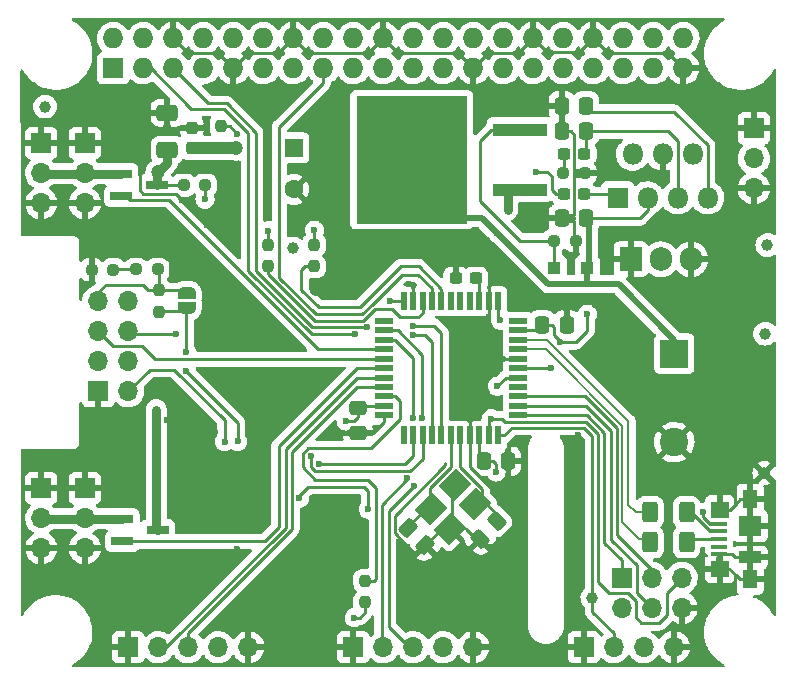
<source format=gbr>
G04 #@! TF.GenerationSoftware,KiCad,Pcbnew,(6.0.7)*
G04 #@! TF.CreationDate,2023-04-04T22:21:52-05:00*
G04 #@! TF.ProjectId,backpackbuddy_system,6261636b-7061-4636-9b62-756464795f73,rev?*
G04 #@! TF.SameCoordinates,Original*
G04 #@! TF.FileFunction,Copper,L2,Bot*
G04 #@! TF.FilePolarity,Positive*
%FSLAX46Y46*%
G04 Gerber Fmt 4.6, Leading zero omitted, Abs format (unit mm)*
G04 Created by KiCad (PCBNEW (6.0.7)) date 2023-04-04 22:21:52*
%MOMM*%
%LPD*%
G01*
G04 APERTURE LIST*
G04 Aperture macros list*
%AMRoundRect*
0 Rectangle with rounded corners*
0 $1 Rounding radius*
0 $2 $3 $4 $5 $6 $7 $8 $9 X,Y pos of 4 corners*
0 Add a 4 corners polygon primitive as box body*
4,1,4,$2,$3,$4,$5,$6,$7,$8,$9,$2,$3,0*
0 Add four circle primitives for the rounded corners*
1,1,$1+$1,$2,$3*
1,1,$1+$1,$4,$5*
1,1,$1+$1,$6,$7*
1,1,$1+$1,$8,$9*
0 Add four rect primitives between the rounded corners*
20,1,$1+$1,$2,$3,$4,$5,0*
20,1,$1+$1,$4,$5,$6,$7,0*
20,1,$1+$1,$6,$7,$8,$9,0*
20,1,$1+$1,$8,$9,$2,$3,0*%
%AMRotRect*
0 Rectangle, with rotation*
0 The origin of the aperture is its center*
0 $1 length*
0 $2 width*
0 $3 Rotation angle, in degrees counterclockwise*
0 Add horizontal line*
21,1,$1,$2,0,0,$3*%
%AMFreePoly0*
4,1,22,0.500000,-0.750000,0.000000,-0.750000,0.000000,-0.745033,-0.079941,-0.743568,-0.215256,-0.701293,-0.333266,-0.622738,-0.424486,-0.514219,-0.481581,-0.384460,-0.499164,-0.250000,-0.500000,-0.250000,-0.500000,0.250000,-0.499164,0.250000,-0.499963,0.256109,-0.478152,0.396186,-0.417904,0.524511,-0.324060,0.630769,-0.204165,0.706417,-0.067858,0.745374,0.000000,0.744959,0.000000,0.750000,
0.500000,0.750000,0.500000,-0.750000,0.500000,-0.750000,$1*%
%AMFreePoly1*
4,1,20,0.000000,0.744959,0.073905,0.744508,0.209726,0.703889,0.328688,0.626782,0.421226,0.519385,0.479903,0.390333,0.500000,0.250000,0.500000,-0.250000,0.499851,-0.262216,0.476331,-0.402017,0.414519,-0.529596,0.319384,-0.634700,0.198574,-0.708877,0.061801,-0.746166,0.000000,-0.745033,0.000000,-0.750000,-0.500000,-0.750000,-0.500000,0.750000,0.000000,0.750000,0.000000,0.744959,
0.000000,0.744959,$1*%
G04 Aperture macros list end*
G04 #@! TA.AperFunction,ComponentPad*
%ADD10R,1.727200X1.727200*%
G04 #@! TD*
G04 #@! TA.AperFunction,ComponentPad*
%ADD11O,1.727200X1.727200*%
G04 #@! TD*
G04 #@! TA.AperFunction,ComponentPad*
%ADD12R,1.700000X1.700000*%
G04 #@! TD*
G04 #@! TA.AperFunction,ComponentPad*
%ADD13O,1.700000X1.700000*%
G04 #@! TD*
G04 #@! TA.AperFunction,ComponentPad*
%ADD14R,1.600000X1.600000*%
G04 #@! TD*
G04 #@! TA.AperFunction,ComponentPad*
%ADD15C,1.600000*%
G04 #@! TD*
G04 #@! TA.AperFunction,ComponentPad*
%ADD16C,1.000000*%
G04 #@! TD*
G04 #@! TA.AperFunction,ComponentPad*
%ADD17R,1.800000X1.800000*%
G04 #@! TD*
G04 #@! TA.AperFunction,ComponentPad*
%ADD18O,1.800000X1.800000*%
G04 #@! TD*
G04 #@! TA.AperFunction,ComponentPad*
%ADD19R,1.905000X2.000000*%
G04 #@! TD*
G04 #@! TA.AperFunction,ComponentPad*
%ADD20O,1.905000X2.000000*%
G04 #@! TD*
G04 #@! TA.AperFunction,ComponentPad*
%ADD21R,2.400000X2.400000*%
G04 #@! TD*
G04 #@! TA.AperFunction,ComponentPad*
%ADD22C,2.400000*%
G04 #@! TD*
G04 #@! TA.AperFunction,SMDPad,CuDef*
%ADD23RoundRect,0.237500X0.300000X0.237500X-0.300000X0.237500X-0.300000X-0.237500X0.300000X-0.237500X0*%
G04 #@! TD*
G04 #@! TA.AperFunction,SMDPad,CuDef*
%ADD24RoundRect,0.250000X0.337500X0.475000X-0.337500X0.475000X-0.337500X-0.475000X0.337500X-0.475000X0*%
G04 #@! TD*
G04 #@! TA.AperFunction,SMDPad,CuDef*
%ADD25RoundRect,0.237500X-0.237500X0.250000X-0.237500X-0.250000X0.237500X-0.250000X0.237500X0.250000X0*%
G04 #@! TD*
G04 #@! TA.AperFunction,SMDPad,CuDef*
%ADD26RoundRect,0.237500X-0.250000X-0.237500X0.250000X-0.237500X0.250000X0.237500X-0.250000X0.237500X0*%
G04 #@! TD*
G04 #@! TA.AperFunction,SMDPad,CuDef*
%ADD27RoundRect,0.237500X0.250000X0.237500X-0.250000X0.237500X-0.250000X-0.237500X0.250000X-0.237500X0*%
G04 #@! TD*
G04 #@! TA.AperFunction,SMDPad,CuDef*
%ADD28R,1.100000X1.100000*%
G04 #@! TD*
G04 #@! TA.AperFunction,SMDPad,CuDef*
%ADD29RoundRect,0.250000X-0.337500X-0.475000X0.337500X-0.475000X0.337500X0.475000X-0.337500X0.475000X0*%
G04 #@! TD*
G04 #@! TA.AperFunction,SMDPad,CuDef*
%ADD30RoundRect,0.250000X0.097227X-0.574524X0.574524X-0.097227X-0.097227X0.574524X-0.574524X0.097227X0*%
G04 #@! TD*
G04 #@! TA.AperFunction,SMDPad,CuDef*
%ADD31FreePoly0,270.000000*%
G04 #@! TD*
G04 #@! TA.AperFunction,SMDPad,CuDef*
%ADD32FreePoly1,270.000000*%
G04 #@! TD*
G04 #@! TA.AperFunction,SMDPad,CuDef*
%ADD33R,1.900000X0.800000*%
G04 #@! TD*
G04 #@! TA.AperFunction,SMDPad,CuDef*
%ADD34RoundRect,0.250000X-0.475000X0.337500X-0.475000X-0.337500X0.475000X-0.337500X0.475000X0.337500X0*%
G04 #@! TD*
G04 #@! TA.AperFunction,SMDPad,CuDef*
%ADD35R,4.600000X1.100000*%
G04 #@! TD*
G04 #@! TA.AperFunction,SMDPad,CuDef*
%ADD36R,9.400000X10.800000*%
G04 #@! TD*
G04 #@! TA.AperFunction,SMDPad,CuDef*
%ADD37RoundRect,0.237500X0.237500X-0.250000X0.237500X0.250000X-0.237500X0.250000X-0.237500X-0.250000X0*%
G04 #@! TD*
G04 #@! TA.AperFunction,SMDPad,CuDef*
%ADD38RoundRect,0.237500X0.237500X-0.300000X0.237500X0.300000X-0.237500X0.300000X-0.237500X-0.300000X0*%
G04 #@! TD*
G04 #@! TA.AperFunction,SMDPad,CuDef*
%ADD39RoundRect,0.250000X0.650000X-0.412500X0.650000X0.412500X-0.650000X0.412500X-0.650000X-0.412500X0*%
G04 #@! TD*
G04 #@! TA.AperFunction,SMDPad,CuDef*
%ADD40R,1.380000X0.450000*%
G04 #@! TD*
G04 #@! TA.AperFunction,SMDPad,CuDef*
%ADD41R,1.900000X1.000000*%
G04 #@! TD*
G04 #@! TA.AperFunction,SMDPad,CuDef*
%ADD42R,1.900000X1.800000*%
G04 #@! TD*
G04 #@! TA.AperFunction,SMDPad,CuDef*
%ADD43R,1.300000X1.650000*%
G04 #@! TD*
G04 #@! TA.AperFunction,SMDPad,CuDef*
%ADD44R,1.550000X1.425000*%
G04 #@! TD*
G04 #@! TA.AperFunction,SMDPad,CuDef*
%ADD45RoundRect,0.250000X0.400000X0.625000X-0.400000X0.625000X-0.400000X-0.625000X0.400000X-0.625000X0*%
G04 #@! TD*
G04 #@! TA.AperFunction,SMDPad,CuDef*
%ADD46RoundRect,0.250000X0.574524X0.097227X0.097227X0.574524X-0.574524X-0.097227X-0.097227X-0.574524X0*%
G04 #@! TD*
G04 #@! TA.AperFunction,SMDPad,CuDef*
%ADD47RotRect,2.100000X1.800000X45.000000*%
G04 #@! TD*
G04 #@! TA.AperFunction,SMDPad,CuDef*
%ADD48R,1.500000X0.550000*%
G04 #@! TD*
G04 #@! TA.AperFunction,SMDPad,CuDef*
%ADD49R,0.550000X1.500000*%
G04 #@! TD*
G04 #@! TA.AperFunction,ViaPad*
%ADD50C,1.200000*%
G04 #@! TD*
G04 #@! TA.AperFunction,ViaPad*
%ADD51C,1.000000*%
G04 #@! TD*
G04 #@! TA.AperFunction,ViaPad*
%ADD52C,0.600000*%
G04 #@! TD*
G04 #@! TA.AperFunction,Conductor*
%ADD53C,0.250000*%
G04 #@! TD*
G04 #@! TA.AperFunction,Conductor*
%ADD54C,0.750000*%
G04 #@! TD*
G04 #@! TA.AperFunction,Conductor*
%ADD55C,0.500000*%
G04 #@! TD*
G04 #@! TA.AperFunction,Conductor*
%ADD56C,1.000000*%
G04 #@! TD*
G04 #@! TA.AperFunction,Conductor*
%ADD57C,0.200000*%
G04 #@! TD*
G04 APERTURE END LIST*
D10*
X119380000Y-64770000D03*
D11*
X119380000Y-62230000D03*
X121920000Y-64770000D03*
X121920000Y-62230000D03*
X124460000Y-64770000D03*
X124460000Y-62230000D03*
X127000000Y-64770000D03*
X127000000Y-62230000D03*
X129540000Y-64770000D03*
X129540000Y-62230000D03*
X132080000Y-64770000D03*
X132080000Y-62230000D03*
X134620000Y-64770000D03*
X134620000Y-62230000D03*
X137160000Y-64770000D03*
X137160000Y-62230000D03*
X139700000Y-64770000D03*
X139700000Y-62230000D03*
X142240000Y-64770000D03*
X142240000Y-62230000D03*
X144780000Y-64770000D03*
X144780000Y-62230000D03*
X147320000Y-64770000D03*
X147320000Y-62230000D03*
X149860000Y-64770000D03*
X149860000Y-62230000D03*
X152400000Y-64770000D03*
X152400000Y-62230000D03*
X154940000Y-64770000D03*
X154940000Y-62230000D03*
X157480000Y-64770000D03*
X157480000Y-62230000D03*
X160020000Y-64770000D03*
X160020000Y-62230000D03*
X162560000Y-64770000D03*
X162560000Y-62230000D03*
X165100000Y-64770000D03*
X165100000Y-62230000D03*
X167640000Y-64770000D03*
X167640000Y-62230000D03*
D12*
X113284000Y-100330000D03*
D13*
X113284000Y-102870000D03*
X113284000Y-105410000D03*
D12*
X120655000Y-113792000D03*
D13*
X123195000Y-113792000D03*
X125735000Y-113792000D03*
X128275000Y-113792000D03*
X130815000Y-113792000D03*
D12*
X139705000Y-113792000D03*
D13*
X142245000Y-113792000D03*
X144785000Y-113792000D03*
X147325000Y-113792000D03*
X149865000Y-113792000D03*
D14*
X134670800Y-71524749D03*
D15*
X134670800Y-75024749D03*
D12*
X116967000Y-71120000D03*
D13*
X116967000Y-73660000D03*
X116967000Y-76200000D03*
D12*
X113284000Y-71120000D03*
D13*
X113284000Y-73660000D03*
X113284000Y-76200000D03*
D12*
X116967000Y-100330000D03*
D13*
X116967000Y-102870000D03*
X116967000Y-105410000D03*
D16*
X174752000Y-79756000D03*
D17*
X162090000Y-75750000D03*
D18*
X163360000Y-72050000D03*
X164630000Y-75750000D03*
X165900000Y-72050000D03*
X167170000Y-75750000D03*
X168440000Y-72050000D03*
X169710000Y-75750000D03*
D16*
X134594600Y-80035400D03*
D19*
X163195000Y-80955000D03*
D20*
X165735000Y-80955000D03*
X168275000Y-80955000D03*
D12*
X173609000Y-69865000D03*
D13*
X173609000Y-72405000D03*
X173609000Y-74945000D03*
D16*
X113614200Y-68021200D03*
X174498000Y-99060000D03*
X174574200Y-87249000D03*
X159950000Y-109600000D03*
D12*
X118110000Y-92130000D03*
D13*
X120650000Y-92130000D03*
X118110000Y-89590000D03*
X120650000Y-89590000D03*
X118110000Y-87050000D03*
X120650000Y-87050000D03*
X118110000Y-84510000D03*
X120650000Y-84510000D03*
D12*
X159217200Y-113792000D03*
D13*
X161757200Y-113792000D03*
X164297200Y-113792000D03*
X166837200Y-113792000D03*
D21*
X166878000Y-88943246D03*
D22*
X166878000Y-96443246D03*
D23*
X150087500Y-82550000D03*
X148362500Y-82550000D03*
D24*
X159433000Y-70104000D03*
X157358000Y-70104000D03*
X159406500Y-67945000D03*
X157331500Y-67945000D03*
D25*
X140690600Y-108180500D03*
X140690600Y-110005500D03*
D26*
X125325500Y-74676000D03*
X127150500Y-74676000D03*
D27*
X123137300Y-81813400D03*
X121312300Y-81813400D03*
D28*
X159515000Y-81661000D03*
X156715000Y-81661000D03*
D29*
X150740500Y-98044000D03*
X152815500Y-98044000D03*
D27*
X119376200Y-81838800D03*
X117551200Y-81838800D03*
D30*
X150409377Y-104619623D03*
X151876623Y-103152377D03*
D31*
X125603000Y-83805000D03*
D32*
X125603000Y-85105000D03*
D23*
X159258000Y-72009000D03*
X157533000Y-72009000D03*
D33*
X120039000Y-75626000D03*
X120039000Y-73726000D03*
X123039000Y-74676000D03*
D24*
X159406500Y-77470000D03*
X157331500Y-77470000D03*
D34*
X140094000Y-93577500D03*
X140094000Y-95652500D03*
D35*
X153797000Y-69977000D03*
D36*
X144647000Y-72517000D03*
D35*
X153797000Y-75057000D03*
D26*
X156694500Y-79375000D03*
X158519500Y-79375000D03*
D37*
X136398000Y-81557500D03*
X136398000Y-79732500D03*
D38*
X126034800Y-71525300D03*
X126034800Y-69800300D03*
D39*
X123952000Y-71666500D03*
X123952000Y-68541500D03*
D40*
X170660000Y-103348000D03*
X170660000Y-103998000D03*
X170660000Y-104648000D03*
X170660000Y-105298000D03*
X170660000Y-105948000D03*
D41*
X173320000Y-106198000D03*
D42*
X173320000Y-103498000D03*
D43*
X173320000Y-108023000D03*
D44*
X170745000Y-102160500D03*
D43*
X173320000Y-101273000D03*
D44*
X170745000Y-107135500D03*
D45*
X167920000Y-104902000D03*
X164820000Y-104902000D03*
D23*
X159231500Y-75438000D03*
X157506500Y-75438000D03*
D33*
X120142000Y-104836000D03*
X120142000Y-102936000D03*
X123142000Y-103886000D03*
D46*
X145809000Y-105156000D03*
X144341754Y-103688754D03*
D37*
X123215400Y-85392900D03*
X123215400Y-83567900D03*
D12*
X162425000Y-107925000D03*
D13*
X162425000Y-110465000D03*
X164965000Y-107925000D03*
X164965000Y-110465000D03*
X167505000Y-107925000D03*
X167505000Y-110465000D03*
D47*
X146298390Y-102126610D03*
X148349000Y-100076000D03*
X149975346Y-101702346D03*
X147924736Y-103752956D03*
D37*
X128524000Y-71524500D03*
X128524000Y-69699500D03*
D45*
X167920000Y-102362000D03*
X164820000Y-102362000D03*
D29*
X155680500Y-86512400D03*
X157755500Y-86512400D03*
D37*
X132461000Y-81557500D03*
X132461000Y-79732500D03*
D48*
X153668000Y-86170000D03*
X153668000Y-86970000D03*
X153668000Y-87770000D03*
X153668000Y-88570000D03*
X153668000Y-89370000D03*
X153668000Y-90170000D03*
X153668000Y-90970000D03*
X153668000Y-91770000D03*
X153668000Y-92570000D03*
X153668000Y-93370000D03*
X153668000Y-94170000D03*
D49*
X151968000Y-95870000D03*
X151168000Y-95870000D03*
X150368000Y-95870000D03*
X149568000Y-95870000D03*
X148768000Y-95870000D03*
X147968000Y-95870000D03*
X147168000Y-95870000D03*
X146368000Y-95870000D03*
X145568000Y-95870000D03*
X144768000Y-95870000D03*
X143968000Y-95870000D03*
D48*
X142268000Y-94170000D03*
X142268000Y-93370000D03*
X142268000Y-92570000D03*
X142268000Y-91770000D03*
X142268000Y-90970000D03*
X142268000Y-90170000D03*
X142268000Y-89370000D03*
X142268000Y-88570000D03*
X142268000Y-87770000D03*
X142268000Y-86970000D03*
X142268000Y-86170000D03*
D49*
X143968000Y-84470000D03*
X144768000Y-84470000D03*
X145568000Y-84470000D03*
X146368000Y-84470000D03*
X147168000Y-84470000D03*
X147968000Y-84470000D03*
X148768000Y-84470000D03*
X149568000Y-84470000D03*
X150368000Y-84470000D03*
X151168000Y-84470000D03*
X151968000Y-84470000D03*
D26*
X157483000Y-73660000D03*
X159308000Y-73660000D03*
D50*
X136525000Y-83464400D03*
X130810000Y-67633100D03*
D51*
X123900000Y-70000000D03*
D52*
X125222000Y-75946000D03*
X158750000Y-95850000D03*
X129844800Y-105511600D03*
D50*
X150876000Y-88392000D03*
X127736600Y-83489800D03*
D52*
X122161232Y-67180345D03*
X125222000Y-79629000D03*
X144399000Y-83007200D03*
X131227000Y-91785000D03*
X116916200Y-83058000D03*
X123888500Y-94551500D03*
X149606000Y-94234000D03*
X128005400Y-95540000D03*
X127279000Y-78080000D03*
X131942400Y-95540000D03*
X129743200Y-103555800D03*
X129159000Y-88265000D03*
X137500000Y-101300000D03*
X137541000Y-95859600D03*
D50*
X137287000Y-90678000D03*
D52*
X144399000Y-80619600D03*
X129286000Y-90551000D03*
X156464000Y-90170000D03*
X142849600Y-84480400D03*
X151892000Y-91694000D03*
X139090400Y-94640400D03*
X157226000Y-87960200D03*
X159512000Y-85598000D03*
X151790400Y-98958400D03*
D50*
X129794000Y-71501000D03*
D52*
X152146000Y-86106000D03*
X151892000Y-78740000D03*
X155194000Y-73533000D03*
X123012200Y-93675200D03*
D50*
X123200000Y-73600000D03*
D52*
X140970000Y-102108000D03*
X135142900Y-101200000D03*
X151400000Y-94450000D03*
X152781000Y-76784200D03*
X129895600Y-70358000D03*
X132461000Y-78536800D03*
X136398000Y-78486000D03*
X139776200Y-111302800D03*
X169291000Y-102362000D03*
X127152400Y-75869800D03*
X144267580Y-99506700D03*
X144742497Y-94361000D03*
X128803400Y-96393000D03*
X136779000Y-98257700D03*
X124714000Y-87285000D03*
X144780000Y-87376000D03*
X139827000Y-87316897D03*
X140898339Y-86692397D03*
X144780000Y-86576497D03*
X144843500Y-100139500D03*
X145542000Y-94361000D03*
X129921000Y-96367600D03*
X125577600Y-90373200D03*
X125577600Y-88773000D03*
X136144000Y-97586800D03*
D53*
X135612500Y-81557500D02*
X136398000Y-81557500D01*
X135300000Y-81870000D02*
X135612500Y-81557500D01*
X135300000Y-83547548D02*
X135300000Y-81870000D01*
X143713200Y-81559400D02*
X140258800Y-85013800D01*
X140258800Y-85013800D02*
X136766252Y-85013800D01*
X145262600Y-81559400D02*
X143713200Y-81559400D01*
X147168000Y-83464800D02*
X145262600Y-81559400D01*
X147168000Y-84470000D02*
X147168000Y-83464800D01*
X136766252Y-85013800D02*
X135300000Y-83547548D01*
X135897000Y-100203000D02*
X140589000Y-100203000D01*
X135142900Y-100957100D02*
X135897000Y-100203000D01*
X140589000Y-100203000D02*
X140970000Y-100584000D01*
X135142900Y-101200000D02*
X135142900Y-100957100D01*
X140970000Y-100584000D02*
X140970000Y-102108000D01*
X141450700Y-108180500D02*
X140690600Y-108180500D01*
X141630400Y-108000800D02*
X141450700Y-108180500D01*
X141630400Y-100330000D02*
X141630400Y-108000800D01*
X140970000Y-99669600D02*
X141630400Y-100330000D01*
X136499600Y-99669600D02*
X140970000Y-99669600D01*
X135400000Y-98570000D02*
X136499600Y-99669600D01*
X141163200Y-96961800D02*
X135885116Y-96961800D01*
X135885116Y-96961800D02*
X135400000Y-97446916D01*
X143687800Y-94437200D02*
X141163200Y-96961800D01*
X143268000Y-92570000D02*
X143687800Y-92989800D01*
X143687800Y-92989800D02*
X143687800Y-94437200D01*
X135400000Y-97446916D02*
X135400000Y-98570000D01*
X142268000Y-92570000D02*
X143268000Y-92570000D01*
X166878400Y-68478400D02*
X159939900Y-68478400D01*
X169710000Y-71310000D02*
X166878400Y-68478400D01*
X159939900Y-68478400D02*
X159406500Y-67945000D01*
X169710000Y-75750000D02*
X169710000Y-71310000D01*
X166304000Y-70104000D02*
X159433000Y-70104000D01*
X167170000Y-70970000D02*
X166304000Y-70104000D01*
X167170000Y-75750000D02*
X167170000Y-70970000D01*
X158400000Y-77700000D02*
X158400000Y-79255500D01*
X157331500Y-77470000D02*
X158170000Y-77470000D01*
X158400000Y-79255500D02*
X158519500Y-79375000D01*
D54*
X158158000Y-77500000D02*
X157600000Y-77500000D01*
D53*
X158130000Y-77470000D02*
X157331500Y-77470000D01*
X158369000Y-73269000D02*
X158369000Y-77231000D01*
X156500000Y-73900000D02*
X156133000Y-73533000D01*
X156500000Y-75100000D02*
X156500000Y-73900000D01*
X156838000Y-75438000D02*
X156500000Y-75100000D01*
X156133000Y-73533000D02*
X155194000Y-73533000D01*
X157506500Y-75438000D02*
X156838000Y-75438000D01*
D55*
X166878000Y-87778000D02*
X166878000Y-88943246D01*
X159486600Y-83058000D02*
X162158000Y-83058000D01*
X162158000Y-83058000D02*
X166878000Y-87778000D01*
D53*
X125722964Y-63492964D02*
X128262964Y-63492964D01*
X143192230Y-104152430D02*
X143192230Y-102691374D01*
X142240000Y-62230000D02*
X143502964Y-63492964D01*
X153187400Y-102184200D02*
X153187400Y-103505000D01*
X153668000Y-89370000D02*
X151854000Y-89370000D01*
X170745000Y-102160500D02*
X171575300Y-102160500D01*
X141380300Y-95652500D02*
X142268000Y-94764800D01*
X150409377Y-104676377D02*
X150409377Y-104619623D01*
X130802964Y-63507036D02*
X133342964Y-63507036D01*
X145809000Y-105156000D02*
X145224800Y-105740200D01*
X171524500Y-107135500D02*
X172072300Y-107683300D01*
X149568000Y-95870000D02*
X149568000Y-98564800D01*
X172462800Y-101273000D02*
X173320000Y-101273000D01*
X135882964Y-63492964D02*
X140977036Y-63492964D01*
X154940000Y-62230000D02*
X156128600Y-63418600D01*
X149231956Y-103752956D02*
X150098623Y-104619623D01*
X172412000Y-108023000D02*
X173320000Y-108023000D01*
X151168000Y-88100000D02*
X150876000Y-88392000D01*
X150889000Y-105156000D02*
X150409377Y-104676377D01*
X148095000Y-100330000D02*
X148095000Y-103582692D01*
X147497800Y-98385804D02*
X147497800Y-98208800D01*
X151168000Y-84470000D02*
X151168000Y-88100000D01*
X151536400Y-105156000D02*
X150889000Y-105156000D01*
X144768000Y-84470000D02*
X144768000Y-83298600D01*
X151307800Y-81940400D02*
X151307800Y-83108800D01*
X128262964Y-63492964D02*
X129540000Y-64770000D01*
X140094000Y-95652500D02*
X141380300Y-95652500D01*
D54*
X159158000Y-73650000D02*
X158600000Y-73650000D01*
D53*
X148362500Y-81659900D02*
X148691600Y-81330800D01*
X129540000Y-64770000D02*
X130802964Y-63507036D01*
X150698200Y-81330800D02*
X151307800Y-81940400D01*
X172034200Y-101701600D02*
X172034200Y-100990400D01*
X172085000Y-101650800D02*
X172462800Y-101273000D01*
X151168000Y-83248600D02*
X151168000Y-84470000D01*
X158104000Y-70104000D02*
X158395500Y-70395500D01*
X172009400Y-106198000D02*
X173320000Y-106198000D01*
X144780000Y-105740200D02*
X143192230Y-104152430D01*
X172072300Y-107683300D02*
X172412000Y-108023000D01*
X134620000Y-62230000D02*
X135882964Y-63492964D01*
X156128600Y-63418600D02*
X158831400Y-63418600D01*
X153662964Y-63507036D02*
X154940000Y-62230000D01*
X166362964Y-63492964D02*
X167640000Y-64770000D01*
X158831400Y-63418600D02*
X160020000Y-62230000D01*
X172034200Y-100990400D02*
X171907200Y-100863400D01*
X148691600Y-81330800D02*
X150698200Y-81330800D01*
X160020000Y-62230000D02*
X161282964Y-63492964D01*
X171575300Y-102160500D02*
X172085000Y-101650800D01*
X133342964Y-63507036D02*
X134620000Y-62230000D01*
X149860000Y-64770000D02*
X151122964Y-63507036D01*
X170745000Y-107135500D02*
X171524500Y-107135500D01*
X121920000Y-75412600D02*
X121615200Y-75107800D01*
X151854000Y-89370000D02*
X150876000Y-88392000D01*
X158395500Y-70395500D02*
X158395500Y-73295500D01*
X145809000Y-105156000D02*
X147212044Y-103752956D01*
X143192230Y-102691374D02*
X147497800Y-98385804D01*
X172034200Y-107670600D02*
X172034200Y-108280200D01*
X125222000Y-75946000D02*
X124688600Y-75412600D01*
X121615200Y-75107800D02*
X121615200Y-72771000D01*
X153187400Y-103505000D02*
X151536400Y-105156000D01*
X157358000Y-70104000D02*
X157358000Y-67971500D01*
X157358000Y-70104000D02*
X158104000Y-70104000D01*
X149568000Y-94272000D02*
X149606000Y-94234000D01*
X144768000Y-83298600D02*
X144830800Y-83235800D01*
X158395500Y-73295500D02*
X158395500Y-73445500D01*
X124460000Y-62230000D02*
X125722964Y-63492964D01*
X148582964Y-63492964D02*
X149860000Y-64770000D01*
X143502964Y-63492964D02*
X148582964Y-63492964D01*
X172034200Y-108280200D02*
X172021500Y-108292900D01*
X145224800Y-105740200D02*
X144780000Y-105740200D01*
X170660000Y-105948000D02*
X171759400Y-105948000D01*
X151122964Y-63507036D02*
X153662964Y-63507036D01*
X140977036Y-63492964D02*
X142240000Y-62230000D01*
X149568000Y-98564800D02*
X153187400Y-102184200D01*
X124688600Y-75412600D02*
X121920000Y-75412600D01*
X142268000Y-94764800D02*
X142268000Y-94170000D01*
X171759400Y-105948000D02*
X172009400Y-106198000D01*
X151307800Y-83108800D02*
X151168000Y-83248600D01*
X149568000Y-95870000D02*
X149568000Y-94272000D01*
X148362500Y-82550000D02*
X148362500Y-81659900D01*
X157358000Y-67971500D02*
X157331500Y-67945000D01*
X161282964Y-63492964D02*
X166362964Y-63492964D01*
X146190000Y-100330000D02*
X146190000Y-102018220D01*
X145802790Y-102126610D02*
X144341754Y-103587646D01*
X147968000Y-95870000D02*
X147968000Y-98552000D01*
X146190000Y-102018220D02*
X146298390Y-102126610D01*
X144341754Y-103587646D02*
X144341754Y-103688754D01*
X146298390Y-102126610D02*
X145802790Y-102126610D01*
X147968000Y-98552000D02*
X146190000Y-100330000D01*
X150635000Y-100417456D02*
X150635000Y-101042692D01*
X148768000Y-95870000D02*
X148768000Y-98550456D01*
X150635000Y-101042692D02*
X149975346Y-101702346D01*
X152384623Y-103095623D02*
X150991346Y-101702346D01*
X148768000Y-98550456D02*
X150635000Y-100417456D01*
X150368000Y-82637500D02*
X150280500Y-82550000D01*
X150368000Y-84470000D02*
X150368000Y-82637500D01*
X153668000Y-90170000D02*
X156464000Y-90170000D01*
D56*
X129792349Y-71499349D02*
X129794000Y-71501000D01*
D53*
X158546800Y-87960200D02*
X157226000Y-87960200D01*
X156540200Y-86512400D02*
X155680500Y-86512400D01*
X139750800Y-94640400D02*
X140081000Y-94310200D01*
X157226000Y-87960200D02*
X157226000Y-87858600D01*
X139090400Y-94640400D02*
X139750800Y-94640400D01*
X150368000Y-95870000D02*
X150368000Y-97671500D01*
X156718000Y-86690200D02*
X156540200Y-86512400D01*
X140081000Y-93590500D02*
X140094000Y-93577500D01*
X157226000Y-87858600D02*
X156718000Y-87350600D01*
X151968000Y-85928000D02*
X152146000Y-86106000D01*
X140081000Y-94310200D02*
X140081000Y-93590500D01*
X156718000Y-87350600D02*
X156718000Y-86690200D01*
X159512000Y-86995000D02*
X158546800Y-87960200D01*
X153668000Y-90970000D02*
X152616000Y-90970000D01*
X151790400Y-98958400D02*
X151790400Y-98272600D01*
X142849600Y-84480400D02*
X143957600Y-84480400D01*
X152616000Y-90970000D02*
X151892000Y-91694000D01*
X151968000Y-84470000D02*
X151968000Y-85928000D01*
X159512000Y-85598000D02*
X159512000Y-86995000D01*
X140301500Y-93370000D02*
X140094000Y-93577500D01*
X143957600Y-84480400D02*
X143968000Y-84470000D01*
X151561800Y-98044000D02*
X150740500Y-98044000D01*
X142268000Y-93370000D02*
X140301500Y-93370000D01*
D56*
X126516849Y-71499349D02*
X129792349Y-71499349D01*
D53*
X153668000Y-86970000D02*
X155888500Y-86970000D01*
X151790400Y-98272600D02*
X151561800Y-98044000D01*
D55*
X144647000Y-73908000D02*
X148209000Y-77470000D01*
X159639000Y-77578500D02*
X159530500Y-77470000D01*
D53*
X159639000Y-77343000D02*
X159639000Y-77470000D01*
D55*
X159639000Y-81661000D02*
X159639000Y-77578500D01*
D53*
X163980000Y-77470000D02*
X164630000Y-76820000D01*
X164630000Y-76820000D02*
X164630000Y-75750000D01*
D55*
X159515000Y-83029600D02*
X159515000Y-81661000D01*
X148209000Y-77470000D02*
X150622000Y-77470000D01*
X159486600Y-83058000D02*
X159515000Y-83029600D01*
D53*
X159512000Y-77470000D02*
X159639000Y-77343000D01*
D55*
X150622000Y-77470000D02*
X156210000Y-83058000D01*
X156210000Y-83058000D02*
X159486600Y-83058000D01*
X144647000Y-72517000D02*
X144647000Y-73908000D01*
D53*
X159406500Y-77470000D02*
X163980000Y-77470000D01*
X159406500Y-77470000D02*
X159512000Y-77470000D01*
X159433000Y-71834000D02*
X159258000Y-72009000D01*
X159433000Y-70104000D02*
X159433000Y-71834000D01*
X157533000Y-73610000D02*
X157483000Y-73660000D01*
X157533000Y-72009000D02*
X157533000Y-73610000D01*
X159231500Y-75438000D02*
X161778000Y-75438000D01*
X161778000Y-75438000D02*
X162090000Y-75750000D01*
D54*
X123013500Y-93676500D02*
X123013500Y-103757500D01*
X123039000Y-73684000D02*
X123039000Y-74676000D01*
X123013500Y-103757500D02*
X123142000Y-103886000D01*
X123012200Y-93675200D02*
X123013500Y-93676500D01*
X123952000Y-72771000D02*
X123039000Y-73684000D01*
D53*
X123039000Y-74676000D02*
X125325500Y-74676000D01*
D54*
X123952000Y-71666500D02*
X123952000Y-72771000D01*
D53*
X163600000Y-111250000D02*
X164100000Y-111750000D01*
X165600000Y-111750000D02*
X166250000Y-111100000D01*
X159420000Y-94770000D02*
X160400000Y-95750000D01*
X166250000Y-111100000D02*
X166250000Y-109180000D01*
X152570000Y-94770000D02*
X159420000Y-94770000D01*
X164100000Y-111750000D02*
X165600000Y-111750000D01*
X151400000Y-94450000D02*
X152250000Y-94450000D01*
X151168000Y-94682000D02*
X151168000Y-95870000D01*
X163600000Y-109850000D02*
X163600000Y-111250000D01*
X152250000Y-94450000D02*
X152570000Y-94770000D01*
X160400000Y-95750000D02*
X160400000Y-108241444D01*
X151400000Y-94450000D02*
X151168000Y-94682000D01*
X151168000Y-95870000D02*
X151168000Y-94870000D01*
X161358556Y-109200000D02*
X162950000Y-109200000D01*
X160400000Y-108241444D02*
X161358556Y-109200000D01*
X166250000Y-109180000D02*
X167505000Y-107925000D01*
X162950000Y-109200000D02*
X163600000Y-109850000D01*
D54*
X152781000Y-75311000D02*
X152781000Y-76784200D01*
X153035000Y-75057000D02*
X152781000Y-75311000D01*
X153797000Y-75057000D02*
X153035000Y-75057000D01*
D53*
X156694500Y-79375000D02*
X153797000Y-79375000D01*
X150400000Y-75978000D02*
X150400000Y-70961000D01*
X156715000Y-81661000D02*
X156715000Y-79395500D01*
X151384000Y-69977000D02*
X153797000Y-69977000D01*
X156715000Y-79395500D02*
X156694500Y-79375000D01*
X150400000Y-70961000D02*
X151384000Y-69977000D01*
X153797000Y-79375000D02*
X150400000Y-75978000D01*
X128524000Y-69699500D02*
X129237100Y-69699500D01*
X129237100Y-69699500D02*
X129895600Y-70358000D01*
X132461000Y-78536800D02*
X132461000Y-79732500D01*
X136398000Y-78486000D02*
X136398000Y-79732500D01*
X140690600Y-110845600D02*
X140233400Y-111302800D01*
X140233400Y-111302800D02*
X139776200Y-111302800D01*
X140690600Y-110005500D02*
X140690600Y-110845600D01*
X170660000Y-103348000D02*
X169897396Y-103348000D01*
X169291000Y-102741604D02*
X169291000Y-102362000D01*
X169897396Y-103348000D02*
X169291000Y-102741604D01*
X162425000Y-106425000D02*
X160950000Y-104950000D01*
X160950000Y-104950000D02*
X160950000Y-95650000D01*
X160950000Y-95650000D02*
X159470000Y-94170000D01*
X162425000Y-107925000D02*
X162425000Y-106425000D01*
X159470000Y-94170000D02*
X153668000Y-94170000D01*
X127152400Y-75869800D02*
X127150500Y-75867900D01*
X127150500Y-75867900D02*
X127150500Y-74676000D01*
X142113000Y-113660000D02*
X142113000Y-101727000D01*
X143268000Y-87770000D02*
X142268000Y-87770000D01*
X142113000Y-101727000D02*
X144267580Y-99572420D01*
X144742497Y-94361000D02*
X144780000Y-94323497D01*
X144780000Y-94323497D02*
X144780000Y-89282000D01*
X144267580Y-99572420D02*
X144267580Y-99506700D01*
X142245000Y-113792000D02*
X142113000Y-113660000D01*
X144780000Y-89282000D02*
X143268000Y-87770000D01*
X113350000Y-102936000D02*
X113284000Y-102870000D01*
D54*
X120142000Y-102936000D02*
X113350000Y-102936000D01*
D53*
X145211800Y-82270600D02*
X143814800Y-82270600D01*
X137160000Y-66014600D02*
X137160000Y-64770000D01*
X133426200Y-82500596D02*
X133426200Y-69748400D01*
X141343800Y-84741600D02*
X141342404Y-84741600D01*
X136549004Y-85623400D02*
X133426200Y-82500596D01*
X143814800Y-82270600D02*
X141343800Y-84741600D01*
X140460604Y-85623400D02*
X136549004Y-85623400D01*
X141342404Y-84741600D02*
X140460604Y-85623400D01*
X146368000Y-84470000D02*
X146368000Y-83426800D01*
X146368000Y-83426800D02*
X145211800Y-82270600D01*
X133426200Y-69748400D02*
X137160000Y-66014600D01*
X136779000Y-98257700D02*
X136789500Y-98247200D01*
X144094200Y-98247200D02*
X144768000Y-97573400D01*
X136789500Y-98247200D02*
X144094200Y-98247200D01*
X128803400Y-94589600D02*
X124510800Y-90297000D01*
X124510800Y-90297000D02*
X122483000Y-90297000D01*
X122483000Y-90297000D02*
X120650000Y-92130000D01*
X144768000Y-97573400D02*
X144768000Y-95870000D01*
X128803400Y-96393000D02*
X128803400Y-94589600D01*
X164965000Y-107265000D02*
X164965000Y-107925000D01*
X153668000Y-92570000D02*
X159320000Y-92570000D01*
X162000000Y-104300000D02*
X164965000Y-107265000D01*
X159320000Y-92570000D02*
X162000000Y-95250000D01*
X162000000Y-95250000D02*
X162000000Y-104300000D01*
X124714000Y-87285000D02*
X120885000Y-87285000D01*
D54*
X120039000Y-73726000D02*
X113350000Y-73726000D01*
D53*
X113350000Y-73726000D02*
X113284000Y-73660000D01*
X169911000Y-103998000D02*
X170660000Y-103998000D01*
X167920000Y-102362000D02*
X168275000Y-102362000D01*
X168275000Y-102362000D02*
X169911000Y-103998000D01*
X168174000Y-104648000D02*
X167920000Y-104902000D01*
X170660000Y-104648000D02*
X168174000Y-104648000D01*
D57*
X156007000Y-88570000D02*
X162483800Y-95046800D01*
X162483800Y-103200200D02*
X163931600Y-104648000D01*
X153668000Y-88570000D02*
X156007000Y-88570000D01*
X162483800Y-95046800D02*
X162483800Y-103200200D01*
X163931600Y-104648000D02*
X164820000Y-104648000D01*
X164820000Y-102362000D02*
X163601400Y-102362000D01*
X163601400Y-102362000D02*
X162991800Y-101752400D01*
X156096000Y-87770000D02*
X153668000Y-87770000D01*
X162991800Y-101752400D02*
X162991800Y-94665800D01*
X162991800Y-94665800D02*
X156096000Y-87770000D01*
D53*
X163700000Y-109200000D02*
X163700000Y-106850000D01*
X159420000Y-93370000D02*
X153668000Y-93370000D01*
X164965000Y-110465000D02*
X163700000Y-109200000D01*
X163700000Y-106850000D02*
X161550000Y-104700000D01*
X161550000Y-104700000D02*
X161550000Y-95500000D01*
X161550000Y-95500000D02*
X159420000Y-93370000D01*
X133375400Y-96799400D02*
X133375400Y-103656004D01*
X142268000Y-90170000D02*
X140004800Y-90170000D01*
X133375400Y-103656004D02*
X132195404Y-104836000D01*
X140004800Y-90170000D02*
X133375400Y-96799400D01*
X132195404Y-104836000D02*
X120142000Y-104836000D01*
X121818400Y-88290400D02*
X119350400Y-88290400D01*
X142240000Y-89398000D02*
X122926000Y-89398000D01*
X142268000Y-89370000D02*
X142240000Y-89398000D01*
X122926000Y-89398000D02*
X121818400Y-88290400D01*
X119350400Y-88290400D02*
X118110000Y-87050000D01*
X121742200Y-75895200D02*
X120682300Y-75895200D01*
X124021000Y-75938800D02*
X124070404Y-75938800D01*
X124070404Y-75938800D02*
X136701604Y-88570000D01*
X136701604Y-88570000D02*
X142268000Y-88570000D01*
X121678700Y-75895200D02*
X123990100Y-75895200D01*
X139979600Y-91770000D02*
X134518400Y-97231200D01*
X134518400Y-103785796D02*
X125735000Y-112569196D01*
X125735000Y-112569196D02*
X125735000Y-113792000D01*
X142268000Y-91770000D02*
X139979600Y-91770000D01*
X134518400Y-97231200D02*
X134518400Y-103785796D01*
X140017600Y-90970000D02*
X133985000Y-97002600D01*
X133985000Y-103682800D02*
X123875800Y-113792000D01*
X133985000Y-97002600D02*
X133985000Y-103682800D01*
X142268000Y-90970000D02*
X140017600Y-90970000D01*
X123875800Y-113792000D02*
X123195000Y-113792000D01*
X144780000Y-87376000D02*
X145796000Y-87376000D01*
X130810000Y-70231000D02*
X128778698Y-68199698D01*
X130810000Y-81916396D02*
X130810000Y-70231000D01*
X136210501Y-87316897D02*
X130810000Y-81916396D01*
X146368000Y-87948000D02*
X146368000Y-95870000D01*
X139827000Y-87316897D02*
X136210501Y-87316897D01*
X122555000Y-64770000D02*
X121920000Y-64770000D01*
X145796000Y-87376000D02*
X146368000Y-87948000D01*
X125984698Y-68199698D02*
X122555000Y-64770000D01*
X128778698Y-68199698D02*
X125984698Y-68199698D01*
X146520497Y-86576497D02*
X147168000Y-87224000D01*
X136222397Y-86692397D02*
X131445000Y-81915000D01*
X128965094Y-67749698D02*
X127439698Y-67749698D01*
X131445000Y-81915000D02*
X131445000Y-70229604D01*
X147168000Y-87224000D02*
X147168000Y-95870000D01*
X144780000Y-86576497D02*
X146520497Y-86576497D01*
X140898339Y-86692397D02*
X136222397Y-86692397D01*
X127439698Y-67749698D02*
X124460000Y-64770000D01*
X131445000Y-70229604D02*
X128965094Y-67749698D01*
X145542000Y-89021884D02*
X145542000Y-94361000D01*
X142695000Y-112088000D02*
X144399000Y-113792000D01*
X142695000Y-102288000D02*
X142695000Y-112088000D01*
X144399000Y-113792000D02*
X144785000Y-113792000D01*
X144843500Y-100139500D02*
X142695000Y-102288000D01*
X142268000Y-86970000D02*
X143490116Y-86970000D01*
X143490116Y-86970000D02*
X145542000Y-89021884D01*
X159950000Y-110800000D02*
X159950000Y-109600000D01*
X153130000Y-95220000D02*
X152480000Y-95870000D01*
X159950000Y-95936396D02*
X159233604Y-95220000D01*
X161757200Y-112607200D02*
X159950000Y-110800000D01*
X159950000Y-109600000D02*
X159950000Y-95936396D01*
X159233604Y-95220000D02*
X153130000Y-95220000D01*
X152480000Y-95870000D02*
X151968000Y-95870000D01*
X161757200Y-113792000D02*
X161757200Y-112607200D01*
X123215400Y-83567900D02*
X123215400Y-81786100D01*
X118745000Y-83108800D02*
X118110000Y-83743800D01*
X125188100Y-83567900D02*
X125603000Y-83982800D01*
X121869200Y-83108800D02*
X118745000Y-83108800D01*
X123215400Y-83567900D02*
X122328300Y-83567900D01*
X118110000Y-83743800D02*
X118110000Y-84510000D01*
X122328300Y-83567900D02*
X121869200Y-83108800D01*
X123215400Y-83567900D02*
X125188100Y-83567900D01*
X125577600Y-88773000D02*
X125577600Y-85105000D01*
X144526000Y-98882200D02*
X145568000Y-97840200D01*
X125577600Y-90449400D02*
X125577600Y-90373200D01*
X123503300Y-85105000D02*
X123215400Y-85392900D01*
X129921000Y-96367600D02*
X129921000Y-94792800D01*
X125522550Y-85318600D02*
X123448250Y-85318600D01*
X136144000Y-98552000D02*
X136474200Y-98882200D01*
X136144000Y-97586800D02*
X136144000Y-98552000D01*
X145568000Y-97840200D02*
X145568000Y-95870000D01*
X129921000Y-94792800D02*
X125577600Y-90449400D01*
X136474200Y-98882200D02*
X144526000Y-98882200D01*
X119401600Y-81813400D02*
X119376200Y-81838800D01*
X121312300Y-81813400D02*
X119401600Y-81813400D01*
X143687800Y-85877400D02*
X145211800Y-85877400D01*
X136471408Y-86182200D02*
X140538200Y-86182200D01*
X132461000Y-82171792D02*
X136471408Y-86182200D01*
X140538200Y-86182200D02*
X141528800Y-85191600D01*
X143002000Y-85191600D02*
X143687800Y-85877400D01*
X145211800Y-85877400D02*
X145568000Y-85521200D01*
X132461000Y-81557500D02*
X132461000Y-82171792D01*
X145568000Y-85521200D02*
X145568000Y-84470000D01*
X141528800Y-85191600D02*
X143002000Y-85191600D01*
G04 #@! TA.AperFunction,Conductor*
G36*
X171091066Y-60528688D02*
G01*
X171137565Y-60582340D01*
X171147675Y-60652613D01*
X171118188Y-60717196D01*
X171084522Y-60744628D01*
X170844498Y-60879047D01*
X170844493Y-60879050D01*
X170841381Y-60880793D01*
X170838485Y-60882878D01*
X170838480Y-60882881D01*
X170711643Y-60974191D01*
X170555605Y-61086523D01*
X170552969Y-61088917D01*
X170552967Y-61088919D01*
X170375733Y-61249907D01*
X170294954Y-61323281D01*
X170292603Y-61325962D01*
X170092069Y-61554627D01*
X170062781Y-61588023D01*
X169862071Y-61877347D01*
X169695402Y-62187532D01*
X169564919Y-62514590D01*
X169472299Y-62854317D01*
X169471757Y-62857839D01*
X169430536Y-63125656D01*
X169418732Y-63202345D01*
X169418592Y-63205909D01*
X169405343Y-63543139D01*
X169404908Y-63554200D01*
X169412214Y-63652509D01*
X169422334Y-63788685D01*
X169431004Y-63905358D01*
X169496684Y-64251304D01*
X169497742Y-64254713D01*
X169497744Y-64254719D01*
X169519576Y-64325028D01*
X169601104Y-64587592D01*
X169602545Y-64590867D01*
X169698972Y-64810014D01*
X169742921Y-64909897D01*
X169920313Y-65214076D01*
X170130999Y-65496219D01*
X170133443Y-65498817D01*
X170133448Y-65498823D01*
X170369184Y-65749417D01*
X170372270Y-65752697D01*
X170490692Y-65852949D01*
X170604878Y-65949614D01*
X170641024Y-65980214D01*
X170643988Y-65982194D01*
X170643990Y-65982196D01*
X170887295Y-66144767D01*
X170933807Y-66175845D01*
X170936989Y-66177484D01*
X170936991Y-66177485D01*
X171243670Y-66335436D01*
X171243675Y-66335438D01*
X171246853Y-66337075D01*
X171250194Y-66338341D01*
X171250199Y-66338343D01*
X171503657Y-66434369D01*
X171576139Y-66461830D01*
X171579603Y-66462710D01*
X171579607Y-66462711D01*
X171913963Y-66547627D01*
X171913971Y-66547629D01*
X171917430Y-66548507D01*
X172089152Y-66571878D01*
X172263347Y-66595585D01*
X172263354Y-66595586D01*
X172266340Y-66595992D01*
X172381081Y-66600500D01*
X172599198Y-66600500D01*
X172740756Y-66592462D01*
X172857992Y-66585805D01*
X172857999Y-66585804D01*
X172861560Y-66585602D01*
X172999883Y-66561834D01*
X173205082Y-66526575D01*
X173205090Y-66526573D01*
X173208600Y-66525970D01*
X173212025Y-66524972D01*
X173212028Y-66524971D01*
X173445453Y-66456933D01*
X173546659Y-66427434D01*
X173678454Y-66372168D01*
X173868092Y-66292646D01*
X173871390Y-66291263D01*
X174074556Y-66177485D01*
X174175502Y-66120953D01*
X174175507Y-66120950D01*
X174178619Y-66119207D01*
X174181515Y-66117122D01*
X174181520Y-66117119D01*
X174361560Y-65987508D01*
X174464395Y-65913477D01*
X174493004Y-65887491D01*
X174722405Y-65679118D01*
X174722406Y-65679117D01*
X174725046Y-65676719D01*
X174900357Y-65476816D01*
X174954868Y-65414658D01*
X174954869Y-65414656D01*
X174957219Y-65411977D01*
X174971932Y-65390769D01*
X175116953Y-65181720D01*
X175157929Y-65122653D01*
X175208908Y-65027778D01*
X175274009Y-64906618D01*
X175290400Y-64876113D01*
X175340262Y-64825573D01*
X175409533Y-64810014D01*
X175476219Y-64834376D01*
X175519148Y-64890924D01*
X175527392Y-64935819D01*
X175524793Y-69762369D01*
X175519919Y-78815433D01*
X175499880Y-78883543D01*
X175446200Y-78930007D01*
X175375920Y-78940073D01*
X175323456Y-78919821D01*
X175323429Y-78919803D01*
X175318675Y-78915870D01*
X175144701Y-78821802D01*
X174955768Y-78763318D01*
X174949643Y-78762674D01*
X174949642Y-78762674D01*
X174765204Y-78743289D01*
X174765202Y-78743289D01*
X174759075Y-78742645D01*
X174676576Y-78750153D01*
X174568251Y-78760011D01*
X174568248Y-78760012D01*
X174562112Y-78760570D01*
X174556206Y-78762308D01*
X174556202Y-78762309D01*
X174451076Y-78793249D01*
X174372381Y-78816410D01*
X174366923Y-78819263D01*
X174366919Y-78819265D01*
X174276147Y-78866720D01*
X174197110Y-78908040D01*
X174042975Y-79031968D01*
X174039011Y-79036692D01*
X174035791Y-79040529D01*
X173915846Y-79183474D01*
X173912879Y-79188872D01*
X173912875Y-79188877D01*
X173860234Y-79284632D01*
X173820567Y-79356787D01*
X173818706Y-79362654D01*
X173818705Y-79362656D01*
X173776794Y-79494777D01*
X173760765Y-79545306D01*
X173738719Y-79741851D01*
X173739235Y-79747995D01*
X173754634Y-79931378D01*
X173755268Y-79938934D01*
X173775216Y-80008500D01*
X173799648Y-80093704D01*
X173809783Y-80129050D01*
X173812602Y-80134535D01*
X173860740Y-80228200D01*
X173900187Y-80304956D01*
X174023035Y-80459953D01*
X174027728Y-80463947D01*
X174027729Y-80463948D01*
X174167867Y-80583214D01*
X174173650Y-80588136D01*
X174346294Y-80684624D01*
X174534392Y-80745740D01*
X174730777Y-80769158D01*
X174736912Y-80768686D01*
X174736914Y-80768686D01*
X174921830Y-80754457D01*
X174921834Y-80754456D01*
X174927972Y-80753984D01*
X175118463Y-80700798D01*
X175123967Y-80698018D01*
X175123969Y-80698017D01*
X175289495Y-80614404D01*
X175289497Y-80614403D01*
X175294996Y-80611625D01*
X175315336Y-80595734D01*
X175381327Y-80569557D01*
X175450998Y-80583214D01*
X175502225Y-80632370D01*
X175518907Y-80695092D01*
X175515808Y-86453297D01*
X175515807Y-86454261D01*
X175495768Y-86522371D01*
X175442088Y-86568835D01*
X175371808Y-86578901D01*
X175307243Y-86549373D01*
X175300403Y-86542979D01*
X175297160Y-86539713D01*
X175293265Y-86534938D01*
X175179218Y-86440590D01*
X175145625Y-86412799D01*
X175145621Y-86412797D01*
X175140875Y-86408870D01*
X174966901Y-86314802D01*
X174777968Y-86256318D01*
X174771843Y-86255674D01*
X174771842Y-86255674D01*
X174587404Y-86236289D01*
X174587402Y-86236289D01*
X174581275Y-86235645D01*
X174498776Y-86243153D01*
X174390451Y-86253011D01*
X174390448Y-86253012D01*
X174384312Y-86253570D01*
X174378406Y-86255308D01*
X174378402Y-86255309D01*
X174310954Y-86275160D01*
X174194581Y-86309410D01*
X174189123Y-86312263D01*
X174189119Y-86312265D01*
X174104991Y-86356247D01*
X174019310Y-86401040D01*
X173865175Y-86524968D01*
X173738046Y-86676474D01*
X173735079Y-86681872D01*
X173735075Y-86681877D01*
X173668333Y-86803283D01*
X173642767Y-86849787D01*
X173640906Y-86855654D01*
X173640905Y-86855656D01*
X173587472Y-87024098D01*
X173582965Y-87038306D01*
X173560919Y-87234851D01*
X173561710Y-87244275D01*
X173576027Y-87414770D01*
X173577468Y-87431934D01*
X173579167Y-87437858D01*
X173630090Y-87615448D01*
X173631983Y-87622050D01*
X173722387Y-87797956D01*
X173845235Y-87952953D01*
X173849928Y-87956947D01*
X173849929Y-87956948D01*
X173989087Y-88075380D01*
X173995850Y-88081136D01*
X174168494Y-88177624D01*
X174356592Y-88238740D01*
X174552977Y-88262158D01*
X174559112Y-88261686D01*
X174559114Y-88261686D01*
X174744030Y-88247457D01*
X174744034Y-88247456D01*
X174750172Y-88246984D01*
X174940663Y-88193798D01*
X174946167Y-88191018D01*
X174946169Y-88191017D01*
X175111695Y-88107404D01*
X175111697Y-88107403D01*
X175117196Y-88104625D01*
X175273047Y-87982861D01*
X175293573Y-87959081D01*
X175353226Y-87920585D01*
X175424222Y-87920451D01*
X175484021Y-87958721D01*
X175513636Y-88023246D01*
X175514953Y-88041477D01*
X175510270Y-96739502D01*
X175509360Y-98428697D01*
X175489321Y-98496807D01*
X175435641Y-98543271D01*
X175375552Y-98551877D01*
X175359575Y-98557635D01*
X174870022Y-99047188D01*
X174862408Y-99061132D01*
X174862539Y-99062965D01*
X174866790Y-99069580D01*
X175354661Y-99557451D01*
X175368606Y-99565066D01*
X175373693Y-99564702D01*
X175443067Y-99579794D01*
X175493269Y-99629996D01*
X175508681Y-99690448D01*
X175502596Y-110992037D01*
X175502586Y-111010686D01*
X175482547Y-111078796D01*
X175428867Y-111125260D01*
X175358587Y-111135326D01*
X175294022Y-111105798D01*
X175267743Y-111074094D01*
X175158590Y-110886926D01*
X175099687Y-110785924D01*
X174889001Y-110503781D01*
X174886557Y-110501183D01*
X174886552Y-110501177D01*
X174650180Y-110249907D01*
X174650176Y-110249904D01*
X174647730Y-110247303D01*
X174457809Y-110086523D01*
X174381698Y-110022090D01*
X174381694Y-110022087D01*
X174378976Y-110019786D01*
X174367592Y-110012179D01*
X174089170Y-109826144D01*
X174089168Y-109826143D01*
X174086193Y-109824155D01*
X174064886Y-109813181D01*
X173776330Y-109664564D01*
X173776325Y-109664562D01*
X173773147Y-109662925D01*
X173769806Y-109661659D01*
X173769801Y-109661657D01*
X173606600Y-109599826D01*
X173549985Y-109556987D01*
X173525517Y-109490340D01*
X173540966Y-109421044D01*
X173591427Y-109371102D01*
X173651241Y-109355999D01*
X174014669Y-109355999D01*
X174021490Y-109355629D01*
X174072352Y-109350105D01*
X174087604Y-109346479D01*
X174208054Y-109301324D01*
X174223649Y-109292786D01*
X174325724Y-109216285D01*
X174338285Y-109203724D01*
X174414786Y-109101649D01*
X174423324Y-109086054D01*
X174468478Y-108965606D01*
X174472105Y-108950351D01*
X174477631Y-108899486D01*
X174478000Y-108892672D01*
X174478000Y-108295115D01*
X174473525Y-108279876D01*
X174472135Y-108278671D01*
X174464452Y-108277000D01*
X173192000Y-108277000D01*
X173123879Y-108256998D01*
X173077386Y-108203342D01*
X173066000Y-108151000D01*
X173066000Y-107750885D01*
X173574000Y-107750885D01*
X173578475Y-107766124D01*
X173579865Y-107767329D01*
X173587548Y-107769000D01*
X174459884Y-107769000D01*
X174475123Y-107764525D01*
X174476328Y-107763135D01*
X174477999Y-107755452D01*
X174477999Y-107240026D01*
X174498001Y-107171905D01*
X174528434Y-107139200D01*
X174625724Y-107066285D01*
X174638285Y-107053724D01*
X174714786Y-106951649D01*
X174723324Y-106936054D01*
X174768478Y-106815606D01*
X174772105Y-106800351D01*
X174777631Y-106749486D01*
X174778000Y-106742672D01*
X174778000Y-106470115D01*
X174773525Y-106454876D01*
X174772135Y-106453671D01*
X174764452Y-106452000D01*
X173592115Y-106452000D01*
X173576876Y-106456475D01*
X173575671Y-106457865D01*
X173574000Y-106465548D01*
X173574000Y-107750885D01*
X173066000Y-107750885D01*
X173066000Y-105925885D01*
X173574000Y-105925885D01*
X173578475Y-105941124D01*
X173579865Y-105942329D01*
X173587548Y-105944000D01*
X174759884Y-105944000D01*
X174775123Y-105939525D01*
X174776328Y-105938135D01*
X174777999Y-105930452D01*
X174777999Y-105653331D01*
X174777629Y-105646510D01*
X174772105Y-105595648D01*
X174768479Y-105580396D01*
X174723324Y-105459946D01*
X174714786Y-105444351D01*
X174638285Y-105342276D01*
X174625724Y-105329715D01*
X174523649Y-105253214D01*
X174508054Y-105244676D01*
X174387606Y-105199522D01*
X174372351Y-105195895D01*
X174321486Y-105190369D01*
X174314672Y-105190000D01*
X173592115Y-105190000D01*
X173576876Y-105194475D01*
X173575671Y-105195865D01*
X173574000Y-105203548D01*
X173574000Y-105925885D01*
X173066000Y-105925885D01*
X173066000Y-105208116D01*
X173061525Y-105192877D01*
X173060135Y-105191672D01*
X173052452Y-105190001D01*
X172325331Y-105190001D01*
X172318510Y-105190371D01*
X172267648Y-105195895D01*
X172252396Y-105199521D01*
X172131946Y-105244676D01*
X172116351Y-105253214D01*
X172060065Y-105295398D01*
X171993558Y-105320246D01*
X171924176Y-105305193D01*
X171873946Y-105255018D01*
X171858500Y-105194572D01*
X171858500Y-105024866D01*
X171858011Y-105020359D01*
X171854344Y-104986607D01*
X171854344Y-104959393D01*
X171858131Y-104924533D01*
X171858131Y-104924529D01*
X171858500Y-104921134D01*
X171858500Y-104901428D01*
X171878502Y-104833307D01*
X171932158Y-104786814D01*
X172002432Y-104776710D01*
X172060065Y-104800602D01*
X172116351Y-104842786D01*
X172131946Y-104851324D01*
X172252394Y-104896478D01*
X172267649Y-104900105D01*
X172318514Y-104905631D01*
X172325328Y-104906000D01*
X173047885Y-104906000D01*
X173063124Y-104901525D01*
X173064329Y-104900135D01*
X173066000Y-104892452D01*
X173066000Y-104887884D01*
X173574000Y-104887884D01*
X173578475Y-104903123D01*
X173579865Y-104904328D01*
X173587548Y-104905999D01*
X174314669Y-104905999D01*
X174321490Y-104905629D01*
X174372352Y-104900105D01*
X174387604Y-104896479D01*
X174508054Y-104851324D01*
X174523649Y-104842786D01*
X174625724Y-104766285D01*
X174638285Y-104753724D01*
X174714786Y-104651649D01*
X174723324Y-104636054D01*
X174768478Y-104515606D01*
X174772105Y-104500351D01*
X174777631Y-104449486D01*
X174778000Y-104442672D01*
X174778000Y-103770115D01*
X174773525Y-103754876D01*
X174772135Y-103753671D01*
X174764452Y-103752000D01*
X173592115Y-103752000D01*
X173576876Y-103756475D01*
X173575671Y-103757865D01*
X173574000Y-103765548D01*
X173574000Y-104887884D01*
X173066000Y-104887884D01*
X173066000Y-103225885D01*
X173574000Y-103225885D01*
X173578475Y-103241124D01*
X173579865Y-103242329D01*
X173587548Y-103244000D01*
X174759884Y-103244000D01*
X174775123Y-103239525D01*
X174776328Y-103238135D01*
X174777999Y-103230452D01*
X174777999Y-102553331D01*
X174777629Y-102546510D01*
X174772105Y-102495648D01*
X174768479Y-102480396D01*
X174723324Y-102359946D01*
X174714786Y-102344351D01*
X174638285Y-102242276D01*
X174625724Y-102229715D01*
X174528435Y-102156801D01*
X174485920Y-102099942D01*
X174478000Y-102055975D01*
X174478000Y-101545115D01*
X174473525Y-101529876D01*
X174472135Y-101528671D01*
X174464452Y-101527000D01*
X173592115Y-101527000D01*
X173576876Y-101531475D01*
X173575671Y-101532865D01*
X173574000Y-101540548D01*
X173574000Y-103225885D01*
X173066000Y-103225885D01*
X173066000Y-101000885D01*
X173574000Y-101000885D01*
X173578475Y-101016124D01*
X173579865Y-101017329D01*
X173587548Y-101019000D01*
X174459884Y-101019000D01*
X174475123Y-101014525D01*
X174476328Y-101013135D01*
X174477999Y-101005452D01*
X174477999Y-100403331D01*
X174477629Y-100396510D01*
X174472105Y-100345648D01*
X174468479Y-100330397D01*
X174433653Y-100237499D01*
X174428470Y-100166692D01*
X174462391Y-100104323D01*
X174524646Y-100070193D01*
X174541968Y-100067640D01*
X174667742Y-100057962D01*
X174679822Y-100055831D01*
X174858345Y-100005986D01*
X174869778Y-100001552D01*
X174993507Y-99939052D01*
X175003791Y-99929407D01*
X175001553Y-99922763D01*
X174510812Y-99432022D01*
X174496868Y-99424408D01*
X174495035Y-99424539D01*
X174488420Y-99428790D01*
X174011289Y-99905921D01*
X173948977Y-99939947D01*
X173908727Y-99942104D01*
X173889154Y-99940000D01*
X173592115Y-99940000D01*
X173576876Y-99944475D01*
X173575671Y-99945865D01*
X173574000Y-99953548D01*
X173574000Y-101000885D01*
X173066000Y-101000885D01*
X173066000Y-99958116D01*
X173061525Y-99942877D01*
X173060135Y-99941672D01*
X173052452Y-99940001D01*
X172625331Y-99940001D01*
X172618510Y-99940371D01*
X172567648Y-99945895D01*
X172552396Y-99949521D01*
X172431946Y-99994676D01*
X172416351Y-100003214D01*
X172314276Y-100079715D01*
X172301715Y-100092276D01*
X172225214Y-100194351D01*
X172216676Y-100209946D01*
X172171522Y-100330394D01*
X172167895Y-100345649D01*
X172162369Y-100396514D01*
X172162000Y-100403328D01*
X172162000Y-101079276D01*
X172141998Y-101147397D01*
X172088342Y-101193890D01*
X172018068Y-101203994D01*
X171953488Y-101174500D01*
X171935173Y-101154840D01*
X171888284Y-101092275D01*
X171875724Y-101079715D01*
X171773649Y-101003214D01*
X171758054Y-100994676D01*
X171637606Y-100949522D01*
X171622351Y-100945895D01*
X171571486Y-100940369D01*
X171564672Y-100940000D01*
X171017115Y-100940000D01*
X171001876Y-100944475D01*
X171000671Y-100945865D01*
X170999000Y-100953548D01*
X170999000Y-102288500D01*
X170978998Y-102356621D01*
X170925342Y-102403114D01*
X170873000Y-102414500D01*
X170617000Y-102414500D01*
X170548879Y-102394498D01*
X170502386Y-102340842D01*
X170491000Y-102288500D01*
X170491000Y-100958116D01*
X170486525Y-100942877D01*
X170485135Y-100941672D01*
X170477452Y-100940001D01*
X169925331Y-100940001D01*
X169918510Y-100940371D01*
X169867648Y-100945895D01*
X169852396Y-100949521D01*
X169731946Y-100994676D01*
X169716351Y-101003214D01*
X169614276Y-101079715D01*
X169601715Y-101092276D01*
X169525214Y-101194351D01*
X169516676Y-101209946D01*
X169471522Y-101330394D01*
X169467895Y-101345649D01*
X169462369Y-101396514D01*
X169462000Y-101403328D01*
X169462000Y-101426200D01*
X169441998Y-101494321D01*
X169388342Y-101540814D01*
X169321079Y-101551313D01*
X169303679Y-101549238D01*
X169303674Y-101549238D01*
X169296680Y-101548404D01*
X169289677Y-101549140D01*
X169289676Y-101549140D01*
X169234500Y-101554939D01*
X169165497Y-101562192D01*
X169095659Y-101549420D01*
X169043813Y-101500918D01*
X169032803Y-101476758D01*
X169013868Y-101420002D01*
X169011550Y-101413054D01*
X168918478Y-101262652D01*
X168793303Y-101137695D01*
X168719620Y-101092276D01*
X168648968Y-101048725D01*
X168648966Y-101048724D01*
X168642738Y-101044885D01*
X168517103Y-101003214D01*
X168481389Y-100991368D01*
X168481387Y-100991368D01*
X168474861Y-100989203D01*
X168468025Y-100988503D01*
X168468022Y-100988502D01*
X168424969Y-100984091D01*
X168370400Y-100978500D01*
X167469600Y-100978500D01*
X167466354Y-100978837D01*
X167466350Y-100978837D01*
X167370692Y-100988762D01*
X167370688Y-100988763D01*
X167363834Y-100989474D01*
X167357298Y-100991655D01*
X167357296Y-100991655D01*
X167275334Y-101019000D01*
X167196054Y-101045450D01*
X167045652Y-101138522D01*
X166920695Y-101263697D01*
X166916855Y-101269927D01*
X166916854Y-101269928D01*
X166839533Y-101395366D01*
X166827885Y-101414262D01*
X166807156Y-101476758D01*
X166777104Y-101567364D01*
X166772203Y-101582139D01*
X166761500Y-101686600D01*
X166761500Y-103037400D01*
X166761837Y-103040646D01*
X166761837Y-103040650D01*
X166771100Y-103129919D01*
X166772474Y-103143166D01*
X166774655Y-103149702D01*
X166774655Y-103149704D01*
X166782148Y-103172162D01*
X166828450Y-103310946D01*
X166921522Y-103461348D01*
X166926704Y-103466521D01*
X167003109Y-103542793D01*
X167037188Y-103605076D01*
X167032185Y-103675896D01*
X167003264Y-103720984D01*
X166920695Y-103803697D01*
X166916855Y-103809927D01*
X166916854Y-103809928D01*
X166840218Y-103934255D01*
X166827885Y-103954262D01*
X166808345Y-104013174D01*
X166775952Y-104110837D01*
X166772203Y-104122139D01*
X166771503Y-104128975D01*
X166771502Y-104128978D01*
X166767617Y-104166897D01*
X166761500Y-104226600D01*
X166761500Y-105577400D01*
X166761837Y-105580646D01*
X166761837Y-105580650D01*
X166770950Y-105668475D01*
X166772474Y-105683166D01*
X166774655Y-105689702D01*
X166774655Y-105689704D01*
X166795140Y-105751105D01*
X166828450Y-105850946D01*
X166921522Y-106001348D01*
X167046697Y-106126305D01*
X167052927Y-106130145D01*
X167052928Y-106130146D01*
X167190090Y-106214694D01*
X167197262Y-106219115D01*
X167240918Y-106233595D01*
X167358611Y-106272632D01*
X167358613Y-106272632D01*
X167365139Y-106274797D01*
X167371975Y-106275497D01*
X167371978Y-106275498D01*
X167415031Y-106279909D01*
X167469600Y-106285500D01*
X168370400Y-106285500D01*
X168373646Y-106285163D01*
X168373650Y-106285163D01*
X168469308Y-106275238D01*
X168469312Y-106275237D01*
X168476166Y-106274526D01*
X168482702Y-106272345D01*
X168482704Y-106272345D01*
X168626142Y-106224490D01*
X168643946Y-106218550D01*
X168794348Y-106125478D01*
X168810688Y-106109110D01*
X168914134Y-106005483D01*
X168919305Y-106000303D01*
X168949017Y-105952102D01*
X169008275Y-105855968D01*
X169008276Y-105855966D01*
X169012115Y-105849738D01*
X169040738Y-105763442D01*
X169065632Y-105688389D01*
X169065632Y-105688387D01*
X169067797Y-105681861D01*
X169069205Y-105668125D01*
X169078172Y-105580598D01*
X169078500Y-105577400D01*
X169078500Y-105407500D01*
X169098502Y-105339379D01*
X169152158Y-105292886D01*
X169204500Y-105281500D01*
X169335500Y-105281500D01*
X169403621Y-105301502D01*
X169450114Y-105355158D01*
X169461500Y-105407500D01*
X169461500Y-105571134D01*
X169465909Y-105611720D01*
X169465909Y-105638933D01*
X169462369Y-105671517D01*
X169462000Y-105678328D01*
X169462000Y-105704885D01*
X169466475Y-105720124D01*
X169492170Y-105742389D01*
X169491712Y-105742918D01*
X169504100Y-105749682D01*
X169519207Y-105769839D01*
X169519385Y-105769705D01*
X169606739Y-105886261D01*
X169681551Y-105942329D01*
X169686681Y-105946174D01*
X169729196Y-106003033D01*
X169734222Y-106073851D01*
X169700162Y-106136145D01*
X169637831Y-106170135D01*
X169611116Y-106173000D01*
X169480116Y-106173000D01*
X169464877Y-106177475D01*
X169463672Y-106178865D01*
X169462001Y-106186548D01*
X169462001Y-106217669D01*
X169462371Y-106224490D01*
X169468748Y-106283207D01*
X169466353Y-106283467D01*
X169466351Y-106312533D01*
X169468748Y-106312793D01*
X169462369Y-106371514D01*
X169462000Y-106378328D01*
X169462000Y-106863385D01*
X169466475Y-106878624D01*
X169467865Y-106879829D01*
X169475548Y-106881500D01*
X170472885Y-106881500D01*
X170488124Y-106877025D01*
X170489329Y-106875635D01*
X170491000Y-106867952D01*
X170491000Y-106739115D01*
X170486526Y-106723876D01*
X170478488Y-106716912D01*
X170440104Y-106657186D01*
X170435000Y-106621687D01*
X170435000Y-106173000D01*
X170435552Y-106173000D01*
X170435553Y-106122000D01*
X170473938Y-106062275D01*
X170538519Y-106032782D01*
X170556449Y-106031500D01*
X170876372Y-106031500D01*
X170944493Y-106051502D01*
X170990986Y-106105158D01*
X171001090Y-106175432D01*
X170999492Y-106184285D01*
X170999000Y-106186547D01*
X170999000Y-108337884D01*
X171003475Y-108353123D01*
X171004865Y-108354328D01*
X171012548Y-108355999D01*
X171564669Y-108355999D01*
X171571490Y-108355629D01*
X171622352Y-108350105D01*
X171637604Y-108346479D01*
X171758054Y-108301324D01*
X171773649Y-108292786D01*
X171875724Y-108216285D01*
X171888285Y-108203724D01*
X171935175Y-108141159D01*
X171992034Y-108098644D01*
X172062853Y-108093618D01*
X172125146Y-108127678D01*
X172159136Y-108190009D01*
X172162001Y-108216724D01*
X172162001Y-108892669D01*
X172162371Y-108899490D01*
X172167895Y-108950352D01*
X172171521Y-108965604D01*
X172216676Y-109086054D01*
X172225214Y-109101649D01*
X172306385Y-109209955D01*
X172331233Y-109276462D01*
X172316180Y-109345844D01*
X172266006Y-109396074D01*
X172212703Y-109411317D01*
X172194497Y-109412351D01*
X172162008Y-109414195D01*
X172162001Y-109414196D01*
X172158440Y-109414398D01*
X172056875Y-109431850D01*
X171814918Y-109473425D01*
X171814910Y-109473427D01*
X171811400Y-109474030D01*
X171807975Y-109475028D01*
X171807972Y-109475029D01*
X171755443Y-109490340D01*
X171473341Y-109572566D01*
X171148610Y-109708737D01*
X171075619Y-109749614D01*
X170844498Y-109879047D01*
X170844493Y-109879050D01*
X170841381Y-109880793D01*
X170838485Y-109882878D01*
X170838480Y-109882881D01*
X170830753Y-109888444D01*
X170555605Y-110086523D01*
X170552969Y-110088917D01*
X170552967Y-110088919D01*
X170311834Y-110307948D01*
X170294954Y-110323281D01*
X170240652Y-110385200D01*
X170129288Y-110512187D01*
X170062781Y-110588023D01*
X170060749Y-110590952D01*
X170060746Y-110590956D01*
X170016515Y-110654715D01*
X169862071Y-110877347D01*
X169860380Y-110880494D01*
X169860377Y-110880499D01*
X169796214Y-110999912D01*
X169695402Y-111187532D01*
X169694075Y-111190857D01*
X169694075Y-111190858D01*
X169682081Y-111220921D01*
X169564919Y-111514590D01*
X169472299Y-111854317D01*
X169465091Y-111901151D01*
X169421955Y-112181407D01*
X169418732Y-112202345D01*
X169418592Y-112205909D01*
X169405127Y-112548638D01*
X169404908Y-112554200D01*
X169416514Y-112710373D01*
X169430099Y-112893175D01*
X169431004Y-112905358D01*
X169496684Y-113251304D01*
X169601104Y-113587592D01*
X169602545Y-113590867D01*
X169690838Y-113791528D01*
X169742921Y-113909897D01*
X169920313Y-114214076D01*
X170130999Y-114496219D01*
X170133443Y-114498817D01*
X170133448Y-114498823D01*
X170369820Y-114750093D01*
X170372270Y-114752697D01*
X170490692Y-114852949D01*
X170623257Y-114965173D01*
X170641024Y-114980214D01*
X170643988Y-114982194D01*
X170643990Y-114982196D01*
X170895127Y-115150000D01*
X170933807Y-115175845D01*
X170936989Y-115177484D01*
X170936991Y-115177485D01*
X171076644Y-115249411D01*
X171128046Y-115298384D01*
X171144812Y-115367372D01*
X171121618Y-115434474D01*
X171065828Y-115478383D01*
X171018961Y-115487427D01*
X169696667Y-115487521D01*
X115996962Y-115491358D01*
X115928840Y-115471361D01*
X115882343Y-115417708D01*
X115872234Y-115347435D01*
X115901723Y-115282852D01*
X115935387Y-115255423D01*
X116175502Y-115120953D01*
X116175507Y-115120950D01*
X116178619Y-115119207D01*
X116181515Y-115117122D01*
X116181520Y-115117119D01*
X116347369Y-114997724D01*
X116464395Y-114913477D01*
X116473368Y-114905327D01*
X116714092Y-114686669D01*
X119297001Y-114686669D01*
X119297371Y-114693490D01*
X119302895Y-114744352D01*
X119306521Y-114759604D01*
X119351676Y-114880054D01*
X119360214Y-114895649D01*
X119436715Y-114997724D01*
X119449276Y-115010285D01*
X119551351Y-115086786D01*
X119566946Y-115095324D01*
X119687394Y-115140478D01*
X119702649Y-115144105D01*
X119753514Y-115149631D01*
X119760328Y-115150000D01*
X120382885Y-115150000D01*
X120398124Y-115145525D01*
X120399329Y-115144135D01*
X120401000Y-115136452D01*
X120401000Y-114064115D01*
X120396525Y-114048876D01*
X120395135Y-114047671D01*
X120387452Y-114046000D01*
X119315116Y-114046000D01*
X119299877Y-114050475D01*
X119298672Y-114051865D01*
X119297001Y-114059548D01*
X119297001Y-114686669D01*
X116714092Y-114686669D01*
X116722405Y-114679118D01*
X116722406Y-114679117D01*
X116725046Y-114676719D01*
X116908839Y-114467144D01*
X116954868Y-114414658D01*
X116954869Y-114414656D01*
X116957219Y-114411977D01*
X117157929Y-114122653D01*
X117180811Y-114080069D01*
X117322902Y-113815624D01*
X117324598Y-113812468D01*
X117441327Y-113519885D01*
X119297000Y-113519885D01*
X119301475Y-113535124D01*
X119302865Y-113536329D01*
X119310548Y-113538000D01*
X120382885Y-113538000D01*
X120398124Y-113533525D01*
X120399329Y-113532135D01*
X120401000Y-113524452D01*
X120401000Y-112452116D01*
X120396525Y-112436877D01*
X120395135Y-112435672D01*
X120387452Y-112434001D01*
X119760331Y-112434001D01*
X119753510Y-112434371D01*
X119702648Y-112439895D01*
X119687396Y-112443521D01*
X119566946Y-112488676D01*
X119551351Y-112497214D01*
X119449276Y-112573715D01*
X119436715Y-112586276D01*
X119360214Y-112688351D01*
X119351676Y-112703946D01*
X119306522Y-112824394D01*
X119302895Y-112839649D01*
X119297369Y-112890514D01*
X119297000Y-112897328D01*
X119297000Y-113519885D01*
X117441327Y-113519885D01*
X117455081Y-113485410D01*
X117547701Y-113145683D01*
X117564409Y-113037129D01*
X117600726Y-112801178D01*
X117600726Y-112801174D01*
X117601268Y-112797655D01*
X117606908Y-112654098D01*
X117614952Y-112449370D01*
X117614952Y-112449365D01*
X117615092Y-112445800D01*
X117594035Y-112162446D01*
X117589261Y-112098204D01*
X117589260Y-112098199D01*
X117588996Y-112094642D01*
X117523316Y-111748696D01*
X117518814Y-111734195D01*
X117446758Y-111502139D01*
X117418896Y-111412408D01*
X117391109Y-111349257D01*
X117278522Y-111093382D01*
X117278520Y-111093379D01*
X117277079Y-111090103D01*
X117099687Y-110785924D01*
X116889001Y-110503781D01*
X116886557Y-110501183D01*
X116886552Y-110501177D01*
X116650180Y-110249907D01*
X116650176Y-110249904D01*
X116647730Y-110247303D01*
X116457809Y-110086523D01*
X116381698Y-110022090D01*
X116381694Y-110022087D01*
X116378976Y-110019786D01*
X116367592Y-110012179D01*
X116089170Y-109826144D01*
X116089168Y-109826143D01*
X116086193Y-109824155D01*
X116064886Y-109813181D01*
X115776330Y-109664564D01*
X115776325Y-109664562D01*
X115773147Y-109662925D01*
X115769806Y-109661659D01*
X115769801Y-109661657D01*
X115447205Y-109539437D01*
X115447206Y-109539437D01*
X115443861Y-109538170D01*
X115440397Y-109537290D01*
X115440393Y-109537289D01*
X115106037Y-109452373D01*
X115106029Y-109452371D01*
X115102570Y-109451493D01*
X114930848Y-109428122D01*
X114756653Y-109404415D01*
X114756646Y-109404414D01*
X114753660Y-109404008D01*
X114638919Y-109399500D01*
X114420802Y-109399500D01*
X114279244Y-109407538D01*
X114162008Y-109414195D01*
X114162001Y-109414196D01*
X114158440Y-109414398D01*
X114056875Y-109431850D01*
X113814918Y-109473425D01*
X113814910Y-109473427D01*
X113811400Y-109474030D01*
X113807975Y-109475028D01*
X113807972Y-109475029D01*
X113755443Y-109490340D01*
X113473341Y-109572566D01*
X113148610Y-109708737D01*
X113075619Y-109749614D01*
X112844498Y-109879047D01*
X112844493Y-109879050D01*
X112841381Y-109880793D01*
X112838485Y-109882878D01*
X112838480Y-109882881D01*
X112830753Y-109888444D01*
X112555605Y-110086523D01*
X112552969Y-110088917D01*
X112552967Y-110088919D01*
X112311834Y-110307948D01*
X112294954Y-110323281D01*
X112240652Y-110385200D01*
X112129288Y-110512187D01*
X112062781Y-110588023D01*
X112060749Y-110590952D01*
X112060746Y-110590956D01*
X112016515Y-110654715D01*
X111862071Y-110877347D01*
X111860380Y-110880494D01*
X111860377Y-110880499D01*
X111811606Y-110971267D01*
X111771460Y-111045983D01*
X111768399Y-111051679D01*
X111718537Y-111102219D01*
X111649266Y-111117778D01*
X111582580Y-111093416D01*
X111539651Y-111036869D01*
X111531407Y-110992037D01*
X111531587Y-105677966D01*
X111952257Y-105677966D01*
X111982565Y-105812446D01*
X111985645Y-105822275D01*
X112065770Y-106019603D01*
X112070413Y-106028794D01*
X112181694Y-106210388D01*
X112187777Y-106218699D01*
X112327213Y-106379667D01*
X112334580Y-106386883D01*
X112498434Y-106522916D01*
X112506881Y-106528831D01*
X112690756Y-106636279D01*
X112700042Y-106640729D01*
X112899001Y-106716703D01*
X112908899Y-106719579D01*
X113012250Y-106740606D01*
X113026299Y-106739410D01*
X113030000Y-106729065D01*
X113030000Y-106728517D01*
X113538000Y-106728517D01*
X113542064Y-106742359D01*
X113555478Y-106744393D01*
X113562184Y-106743534D01*
X113572262Y-106741392D01*
X113776255Y-106680191D01*
X113785842Y-106676433D01*
X113977095Y-106582739D01*
X113985945Y-106577464D01*
X114159328Y-106453792D01*
X114167200Y-106447139D01*
X114318052Y-106296812D01*
X114324730Y-106288965D01*
X114449003Y-106116020D01*
X114454313Y-106107183D01*
X114548670Y-105916267D01*
X114552469Y-105906672D01*
X114614377Y-105702910D01*
X114616555Y-105692837D01*
X114617986Y-105681962D01*
X114617363Y-105677966D01*
X115635257Y-105677966D01*
X115665565Y-105812446D01*
X115668645Y-105822275D01*
X115748770Y-106019603D01*
X115753413Y-106028794D01*
X115864694Y-106210388D01*
X115870777Y-106218699D01*
X116010213Y-106379667D01*
X116017580Y-106386883D01*
X116181434Y-106522916D01*
X116189881Y-106528831D01*
X116373756Y-106636279D01*
X116383042Y-106640729D01*
X116582001Y-106716703D01*
X116591899Y-106719579D01*
X116695250Y-106740606D01*
X116709299Y-106739410D01*
X116713000Y-106729065D01*
X116713000Y-106728517D01*
X117221000Y-106728517D01*
X117225064Y-106742359D01*
X117238478Y-106744393D01*
X117245184Y-106743534D01*
X117255262Y-106741392D01*
X117459255Y-106680191D01*
X117468842Y-106676433D01*
X117660095Y-106582739D01*
X117668945Y-106577464D01*
X117842328Y-106453792D01*
X117850200Y-106447139D01*
X118001052Y-106296812D01*
X118007730Y-106288965D01*
X118132003Y-106116020D01*
X118137313Y-106107183D01*
X118231670Y-105916267D01*
X118235469Y-105906672D01*
X118297377Y-105702910D01*
X118299555Y-105692837D01*
X118300986Y-105681962D01*
X118298775Y-105667778D01*
X118285617Y-105664000D01*
X117239115Y-105664000D01*
X117223876Y-105668475D01*
X117222671Y-105669865D01*
X117221000Y-105677548D01*
X117221000Y-106728517D01*
X116713000Y-106728517D01*
X116713000Y-105682115D01*
X116708525Y-105666876D01*
X116707135Y-105665671D01*
X116699452Y-105664000D01*
X115650225Y-105664000D01*
X115636694Y-105667973D01*
X115635257Y-105677966D01*
X114617363Y-105677966D01*
X114615775Y-105667778D01*
X114602617Y-105664000D01*
X113556115Y-105664000D01*
X113540876Y-105668475D01*
X113539671Y-105669865D01*
X113538000Y-105677548D01*
X113538000Y-106728517D01*
X113030000Y-106728517D01*
X113030000Y-105682115D01*
X113025525Y-105666876D01*
X113024135Y-105665671D01*
X113016452Y-105664000D01*
X111967225Y-105664000D01*
X111953694Y-105667973D01*
X111952257Y-105677966D01*
X111531587Y-105677966D01*
X111531778Y-100057885D01*
X111926000Y-100057885D01*
X111930475Y-100073124D01*
X111931865Y-100074329D01*
X111939548Y-100076000D01*
X113011885Y-100076000D01*
X113027124Y-100071525D01*
X113028329Y-100070135D01*
X113030000Y-100062452D01*
X113030000Y-100057885D01*
X113538000Y-100057885D01*
X113542475Y-100073124D01*
X113543865Y-100074329D01*
X113551548Y-100076000D01*
X114623884Y-100076000D01*
X114639123Y-100071525D01*
X114640328Y-100070135D01*
X114641999Y-100062452D01*
X114641999Y-100057885D01*
X115609000Y-100057885D01*
X115613475Y-100073124D01*
X115614865Y-100074329D01*
X115622548Y-100076000D01*
X116694885Y-100076000D01*
X116710124Y-100071525D01*
X116711329Y-100070135D01*
X116713000Y-100062452D01*
X116713000Y-100057885D01*
X117221000Y-100057885D01*
X117225475Y-100073124D01*
X117226865Y-100074329D01*
X117234548Y-100076000D01*
X118306884Y-100076000D01*
X118322123Y-100071525D01*
X118323328Y-100070135D01*
X118324999Y-100062452D01*
X118324999Y-99435331D01*
X118324629Y-99428510D01*
X118319105Y-99377648D01*
X118315479Y-99362396D01*
X118270324Y-99241946D01*
X118261786Y-99226351D01*
X118185285Y-99124276D01*
X118172724Y-99111715D01*
X118070649Y-99035214D01*
X118055054Y-99026676D01*
X117934606Y-98981522D01*
X117919351Y-98977895D01*
X117868486Y-98972369D01*
X117861672Y-98972000D01*
X117239115Y-98972000D01*
X117223876Y-98976475D01*
X117222671Y-98977865D01*
X117221000Y-98985548D01*
X117221000Y-100057885D01*
X116713000Y-100057885D01*
X116713000Y-98990116D01*
X116708525Y-98974877D01*
X116707135Y-98973672D01*
X116699452Y-98972001D01*
X116072331Y-98972001D01*
X116065510Y-98972371D01*
X116014648Y-98977895D01*
X115999396Y-98981521D01*
X115878946Y-99026676D01*
X115863351Y-99035214D01*
X115761276Y-99111715D01*
X115748715Y-99124276D01*
X115672214Y-99226351D01*
X115663676Y-99241946D01*
X115618522Y-99362394D01*
X115614895Y-99377649D01*
X115609369Y-99428514D01*
X115609000Y-99435328D01*
X115609000Y-100057885D01*
X114641999Y-100057885D01*
X114641999Y-99435331D01*
X114641629Y-99428510D01*
X114636105Y-99377648D01*
X114632479Y-99362396D01*
X114587324Y-99241946D01*
X114578786Y-99226351D01*
X114502285Y-99124276D01*
X114489724Y-99111715D01*
X114387649Y-99035214D01*
X114372054Y-99026676D01*
X114251606Y-98981522D01*
X114236351Y-98977895D01*
X114185486Y-98972369D01*
X114178672Y-98972000D01*
X113556115Y-98972000D01*
X113540876Y-98976475D01*
X113539671Y-98977865D01*
X113538000Y-98985548D01*
X113538000Y-100057885D01*
X113030000Y-100057885D01*
X113030000Y-98990116D01*
X113025525Y-98974877D01*
X113024135Y-98973672D01*
X113016452Y-98972001D01*
X112389331Y-98972001D01*
X112382510Y-98972371D01*
X112331648Y-98977895D01*
X112316396Y-98981521D01*
X112195946Y-99026676D01*
X112180351Y-99035214D01*
X112078276Y-99111715D01*
X112065715Y-99124276D01*
X111989214Y-99226351D01*
X111980676Y-99241946D01*
X111935522Y-99362394D01*
X111931895Y-99377649D01*
X111926369Y-99428514D01*
X111926000Y-99435328D01*
X111926000Y-100057885D01*
X111531778Y-100057885D01*
X111531878Y-97129096D01*
X111551882Y-97060976D01*
X111605540Y-97014485D01*
X111657878Y-97003100D01*
X115993177Y-97003100D01*
X115993948Y-97003102D01*
X116071521Y-97003576D01*
X116099952Y-96995450D01*
X116116715Y-96991872D01*
X116121009Y-96991257D01*
X116145987Y-96987680D01*
X116155707Y-96983261D01*
X116162894Y-96979993D01*
X116169364Y-96977051D01*
X116186887Y-96970604D01*
X116211571Y-96963549D01*
X116219165Y-96958757D01*
X116219168Y-96958756D01*
X116236580Y-96947770D01*
X116251665Y-96939630D01*
X116278582Y-96927392D01*
X116298035Y-96910630D01*
X116313039Y-96899527D01*
X116334758Y-96885824D01*
X116340697Y-96879099D01*
X116340701Y-96879096D01*
X116354332Y-96863662D01*
X116366524Y-96851618D01*
X116382127Y-96838173D01*
X116382129Y-96838170D01*
X116388927Y-96832313D01*
X116394730Y-96823361D01*
X116402894Y-96810765D01*
X116414185Y-96795891D01*
X116425231Y-96783383D01*
X116425232Y-96783382D01*
X116431178Y-96776649D01*
X116443743Y-96749887D01*
X116452063Y-96734909D01*
X116463271Y-96717617D01*
X116463273Y-96717612D01*
X116468152Y-96710085D01*
X116470722Y-96701492D01*
X116470724Y-96701487D01*
X116475511Y-96685480D01*
X116482172Y-96668036D01*
X116489267Y-96652924D01*
X116489268Y-96652922D01*
X116493081Y-96644800D01*
X116497630Y-96615583D01*
X116501413Y-96598868D01*
X116507315Y-96579134D01*
X116507316Y-96579128D01*
X116509886Y-96570534D01*
X116510096Y-96536094D01*
X116510129Y-96535311D01*
X116510300Y-96534214D01*
X116510300Y-96503223D01*
X116510302Y-96502453D01*
X116510752Y-96428815D01*
X116510752Y-96428814D01*
X116510776Y-96424879D01*
X116510392Y-96423535D01*
X116510300Y-96422190D01*
X116510300Y-93115652D01*
X116530302Y-93047531D01*
X116583958Y-93001038D01*
X116654232Y-92990934D01*
X116718812Y-93020428D01*
X116758883Y-93086509D01*
X116761520Y-93097602D01*
X116806676Y-93218054D01*
X116815214Y-93233649D01*
X116891715Y-93335724D01*
X116904276Y-93348285D01*
X117006351Y-93424786D01*
X117021946Y-93433324D01*
X117142394Y-93478478D01*
X117157649Y-93482105D01*
X117208514Y-93487631D01*
X117215328Y-93488000D01*
X117837885Y-93488000D01*
X117853124Y-93483525D01*
X117854329Y-93482135D01*
X117856000Y-93474452D01*
X117856000Y-92002000D01*
X117876002Y-91933879D01*
X117929658Y-91887386D01*
X117982000Y-91876000D01*
X118238000Y-91876000D01*
X118306121Y-91896002D01*
X118352614Y-91949658D01*
X118364000Y-92002000D01*
X118364000Y-93469884D01*
X118368475Y-93485123D01*
X118369865Y-93486328D01*
X118377548Y-93487999D01*
X119004669Y-93487999D01*
X119011490Y-93487629D01*
X119062352Y-93482105D01*
X119077604Y-93478479D01*
X119198054Y-93433324D01*
X119213649Y-93424786D01*
X119315724Y-93348285D01*
X119328285Y-93335724D01*
X119404786Y-93233649D01*
X119413324Y-93218054D01*
X119454225Y-93108952D01*
X119496867Y-93052188D01*
X119563428Y-93027488D01*
X119632777Y-93042696D01*
X119667444Y-93070684D01*
X119692865Y-93100031D01*
X119692869Y-93100035D01*
X119696250Y-93103938D01*
X119868126Y-93246632D01*
X120061000Y-93359338D01*
X120269692Y-93439030D01*
X120274760Y-93440061D01*
X120274763Y-93440062D01*
X120332453Y-93451799D01*
X120488597Y-93483567D01*
X120493772Y-93483757D01*
X120493774Y-93483757D01*
X120706673Y-93491564D01*
X120706677Y-93491564D01*
X120711837Y-93491753D01*
X120716957Y-93491097D01*
X120716959Y-93491097D01*
X120928288Y-93464025D01*
X120928289Y-93464025D01*
X120933416Y-93463368D01*
X120938366Y-93461883D01*
X121142429Y-93400661D01*
X121142434Y-93400659D01*
X121147384Y-93399174D01*
X121347994Y-93300896D01*
X121529860Y-93171173D01*
X121535107Y-93165945D01*
X121630701Y-93070684D01*
X121688096Y-93013489D01*
X121708795Y-92984684D01*
X121815435Y-92836277D01*
X121818453Y-92832077D01*
X121824042Y-92820770D01*
X121915136Y-92636453D01*
X121915137Y-92636451D01*
X121917430Y-92631811D01*
X121982370Y-92418069D01*
X122011529Y-92196590D01*
X122013156Y-92130000D01*
X121994852Y-91907361D01*
X121966821Y-91795765D01*
X121969625Y-91724823D01*
X121999930Y-91675974D01*
X122708499Y-90967405D01*
X122770811Y-90933379D01*
X122797594Y-90930500D01*
X124196206Y-90930500D01*
X124264327Y-90950502D01*
X124285301Y-90967405D01*
X128132995Y-94815099D01*
X128167021Y-94877411D01*
X128169900Y-94904194D01*
X128169900Y-95846331D01*
X128149811Y-95914586D01*
X128078454Y-96025310D01*
X128078450Y-96025319D01*
X128074635Y-96031238D01*
X128072226Y-96037858D01*
X128072225Y-96037859D01*
X128017816Y-96187345D01*
X128012597Y-96201685D01*
X127989863Y-96381640D01*
X128007563Y-96562160D01*
X128064818Y-96734273D01*
X128068465Y-96740295D01*
X128068466Y-96740297D01*
X128153790Y-96881184D01*
X128158780Y-96889424D01*
X128163669Y-96894487D01*
X128163670Y-96894488D01*
X128199033Y-96931107D01*
X128284782Y-97019902D01*
X128290678Y-97023760D01*
X128423573Y-97110724D01*
X128436559Y-97119222D01*
X128443163Y-97121678D01*
X128443165Y-97121679D01*
X128599958Y-97179990D01*
X128599960Y-97179990D01*
X128606568Y-97182448D01*
X128690395Y-97193633D01*
X128779380Y-97205507D01*
X128779384Y-97205507D01*
X128786361Y-97206438D01*
X128793372Y-97205800D01*
X128793376Y-97205800D01*
X128935859Y-97192832D01*
X128967000Y-97189998D01*
X128973702Y-97187820D01*
X128973704Y-97187820D01*
X129132809Y-97136124D01*
X129132812Y-97136123D01*
X129139508Y-97133947D01*
X129261918Y-97060976D01*
X129289260Y-97044677D01*
X129289262Y-97044676D01*
X129295312Y-97041069D01*
X129300413Y-97036212D01*
X129306026Y-97031951D01*
X129307927Y-97034456D01*
X129358714Y-97008317D01*
X129429385Y-97015113D01*
X129451464Y-97026621D01*
X129554159Y-97093822D01*
X129560763Y-97096278D01*
X129560765Y-97096279D01*
X129717558Y-97154590D01*
X129717560Y-97154590D01*
X129724168Y-97157048D01*
X129807995Y-97168233D01*
X129896980Y-97180107D01*
X129896984Y-97180107D01*
X129903961Y-97181038D01*
X129910972Y-97180400D01*
X129910976Y-97180400D01*
X130053459Y-97167432D01*
X130084600Y-97164598D01*
X130091302Y-97162420D01*
X130091304Y-97162420D01*
X130250409Y-97110724D01*
X130250412Y-97110723D01*
X130257108Y-97108547D01*
X130383133Y-97033421D01*
X130406860Y-97019277D01*
X130406862Y-97019276D01*
X130412912Y-97015669D01*
X130544266Y-96890582D01*
X130644643Y-96739502D01*
X130696623Y-96602666D01*
X130706555Y-96576520D01*
X130706556Y-96576518D01*
X130709055Y-96569938D01*
X130711133Y-96555151D01*
X130733748Y-96394239D01*
X130733748Y-96394236D01*
X130734299Y-96390317D01*
X130734616Y-96367600D01*
X130714397Y-96187345D01*
X130705535Y-96161897D01*
X130657064Y-96022706D01*
X130657062Y-96022703D01*
X130654745Y-96016048D01*
X130635733Y-95985622D01*
X130573646Y-95886261D01*
X130554500Y-95819492D01*
X130554500Y-94871567D01*
X130555027Y-94860384D01*
X130556702Y-94852891D01*
X130556235Y-94838015D01*
X130554562Y-94784814D01*
X130554500Y-94780855D01*
X130554500Y-94752944D01*
X130553995Y-94748944D01*
X130553062Y-94737101D01*
X130552974Y-94734283D01*
X130551673Y-94692910D01*
X130546022Y-94673458D01*
X130542014Y-94654106D01*
X130540467Y-94641863D01*
X130539474Y-94634003D01*
X130535419Y-94623760D01*
X130523200Y-94592897D01*
X130519355Y-94581670D01*
X130511138Y-94553389D01*
X130507018Y-94539207D01*
X130502984Y-94532385D01*
X130502981Y-94532379D01*
X130496706Y-94521768D01*
X130488010Y-94504018D01*
X130483472Y-94492556D01*
X130483469Y-94492551D01*
X130480552Y-94485183D01*
X130467023Y-94466562D01*
X130454573Y-94449425D01*
X130448057Y-94439507D01*
X130429575Y-94408257D01*
X130425542Y-94401437D01*
X130411218Y-94387113D01*
X130398376Y-94372078D01*
X130386472Y-94355693D01*
X130352406Y-94327511D01*
X130343627Y-94319522D01*
X126421648Y-90397543D01*
X126387622Y-90335231D01*
X126385528Y-90322493D01*
X126382117Y-90292077D01*
X126370997Y-90192945D01*
X126368677Y-90186282D01*
X126368481Y-90185421D01*
X126372891Y-90114561D01*
X126414910Y-90057334D01*
X126481198Y-90031910D01*
X126491349Y-90031500D01*
X138943205Y-90031500D01*
X139011326Y-90051502D01*
X139057819Y-90105158D01*
X139067923Y-90175432D01*
X139038429Y-90240012D01*
X139032300Y-90246595D01*
X132983147Y-96295748D01*
X132974861Y-96303288D01*
X132968382Y-96307400D01*
X132962957Y-96313177D01*
X132921757Y-96357051D01*
X132919002Y-96359893D01*
X132899265Y-96379630D01*
X132896785Y-96382827D01*
X132889082Y-96391847D01*
X132858814Y-96424079D01*
X132854995Y-96431025D01*
X132854993Y-96431028D01*
X132849052Y-96441834D01*
X132838201Y-96458353D01*
X132825786Y-96474359D01*
X132822641Y-96481628D01*
X132822638Y-96481632D01*
X132808226Y-96514937D01*
X132803009Y-96525587D01*
X132781705Y-96564340D01*
X132779734Y-96572015D01*
X132779734Y-96572016D01*
X132776667Y-96583962D01*
X132770263Y-96602666D01*
X132762219Y-96621255D01*
X132760980Y-96629078D01*
X132760977Y-96629088D01*
X132755301Y-96664924D01*
X132752895Y-96676544D01*
X132741900Y-96719370D01*
X132741900Y-96739624D01*
X132740349Y-96759334D01*
X132737180Y-96779343D01*
X132740204Y-96811328D01*
X132741341Y-96823361D01*
X132741900Y-96835219D01*
X132741900Y-103341409D01*
X132721898Y-103409530D01*
X132704995Y-103430504D01*
X131969904Y-104165595D01*
X131907592Y-104199621D01*
X131880809Y-104202500D01*
X124726500Y-104202500D01*
X124658379Y-104182498D01*
X124611886Y-104128842D01*
X124600500Y-104076500D01*
X124600500Y-103437866D01*
X124593745Y-103375684D01*
X124542615Y-103239295D01*
X124455261Y-103122739D01*
X124338705Y-103035385D01*
X124202316Y-102984255D01*
X124140134Y-102977500D01*
X124023000Y-102977500D01*
X123954879Y-102957498D01*
X123908386Y-102903842D01*
X123897000Y-102851500D01*
X123897000Y-93755950D01*
X123898551Y-93736239D01*
X123899617Y-93729509D01*
X123900649Y-93722993D01*
X123900302Y-93716362D01*
X123897173Y-93656668D01*
X123897000Y-93650074D01*
X123897000Y-93630194D01*
X123894922Y-93610420D01*
X123894405Y-93603846D01*
X123891275Y-93544127D01*
X123891275Y-93544126D01*
X123890929Y-93537528D01*
X123889219Y-93531146D01*
X123889218Y-93531139D01*
X123887458Y-93524569D01*
X123883856Y-93505135D01*
X123883145Y-93498370D01*
X123883145Y-93498369D01*
X123882454Y-93491798D01*
X123861927Y-93428622D01*
X123860055Y-93422303D01*
X123844571Y-93364513D01*
X123844569Y-93364508D01*
X123842862Y-93358137D01*
X123839866Y-93352256D01*
X123839864Y-93352252D01*
X123836772Y-93346183D01*
X123829208Y-93327921D01*
X123827105Y-93321449D01*
X123827103Y-93321445D01*
X123825064Y-93315169D01*
X123818138Y-93303173D01*
X123791847Y-93257635D01*
X123788699Y-93251838D01*
X123787377Y-93249242D01*
X123758547Y-93192660D01*
X123750107Y-93182237D01*
X123738913Y-93165951D01*
X123732204Y-93154331D01*
X123727785Y-93149423D01*
X123727782Y-93149419D01*
X123687755Y-93104964D01*
X123683471Y-93099949D01*
X123673047Y-93087076D01*
X123673044Y-93087073D01*
X123670972Y-93084514D01*
X123656927Y-93070469D01*
X123652386Y-93065684D01*
X123612356Y-93021226D01*
X123612355Y-93021225D01*
X123607934Y-93016315D01*
X123573000Y-92990934D01*
X123557153Y-92979420D01*
X123551920Y-92975405D01*
X123496039Y-92930153D01*
X123482454Y-92923231D01*
X123465594Y-92912899D01*
X123457684Y-92907152D01*
X123451653Y-92904467D01*
X123451650Y-92904465D01*
X123406927Y-92884553D01*
X123400974Y-92881714D01*
X123336443Y-92848834D01*
X123330563Y-92845838D01*
X123324188Y-92844130D01*
X123324186Y-92844129D01*
X123313542Y-92841277D01*
X123294897Y-92834674D01*
X123294051Y-92834297D01*
X123294045Y-92834295D01*
X123288021Y-92831613D01*
X123258983Y-92825441D01*
X123240240Y-92821457D01*
X123233826Y-92819917D01*
X123157547Y-92799478D01*
X123157543Y-92799477D01*
X123151171Y-92797770D01*
X123144582Y-92797425D01*
X123144578Y-92797424D01*
X123131386Y-92796733D01*
X123115979Y-92794705D01*
X123112819Y-92794373D01*
X123106360Y-92793000D01*
X123063450Y-92793000D01*
X123056855Y-92792827D01*
X122972298Y-92788395D01*
X122972294Y-92788395D01*
X122965707Y-92788050D01*
X122959191Y-92789082D01*
X122944247Y-92791449D01*
X122933805Y-92792271D01*
X122933809Y-92792310D01*
X122927242Y-92793000D01*
X122920640Y-92793000D01*
X122914186Y-92794372D01*
X122914184Y-92794372D01*
X122905519Y-92796214D01*
X122883467Y-92800901D01*
X122876998Y-92802100D01*
X122782274Y-92817103D01*
X122776114Y-92819468D01*
X122776113Y-92819468D01*
X122773801Y-92820356D01*
X122760549Y-92825443D01*
X122751676Y-92828071D01*
X122751718Y-92828200D01*
X122745438Y-92830240D01*
X122738979Y-92831613D01*
X122707601Y-92845583D01*
X122701536Y-92848095D01*
X122673123Y-92859002D01*
X122615055Y-92881292D01*
X122615051Y-92881294D01*
X122608890Y-92883659D01*
X122603355Y-92887254D01*
X122603352Y-92887255D01*
X122599561Y-92889717D01*
X122588437Y-92896941D01*
X122580973Y-92900992D01*
X122581071Y-92901162D01*
X122575348Y-92904467D01*
X122569317Y-92907152D01*
X122553383Y-92918729D01*
X122543392Y-92925988D01*
X122537954Y-92929726D01*
X122498549Y-92955316D01*
X122453133Y-92984809D01*
X122435447Y-93002495D01*
X122429174Y-93007853D01*
X122429318Y-93008013D01*
X122424410Y-93012433D01*
X122419066Y-93016315D01*
X122414645Y-93021225D01*
X122414644Y-93021226D01*
X122398119Y-93039579D01*
X122393578Y-93044364D01*
X122321809Y-93116133D01*
X122308113Y-93137223D01*
X122302939Y-93143966D01*
X122303096Y-93144080D01*
X122299211Y-93149428D01*
X122294796Y-93154331D01*
X122291496Y-93160046D01*
X122291495Y-93160048D01*
X122278764Y-93182099D01*
X122275322Y-93187716D01*
X122220659Y-93271890D01*
X122211783Y-93295014D01*
X122207799Y-93303365D01*
X122207923Y-93303420D01*
X122205239Y-93309448D01*
X122201936Y-93315169D01*
X122199896Y-93321449D01*
X122199893Y-93321455D01*
X122191319Y-93347843D01*
X122189117Y-93354061D01*
X122186384Y-93361181D01*
X122154104Y-93445274D01*
X122153071Y-93451795D01*
X122153070Y-93451799D01*
X122150368Y-93468861D01*
X122147921Y-93479053D01*
X122147959Y-93479061D01*
X122146586Y-93485519D01*
X122144546Y-93491798D01*
X122143856Y-93498361D01*
X122143856Y-93498362D01*
X122140573Y-93529597D01*
X122139712Y-93536136D01*
X122125050Y-93628707D01*
X122125395Y-93635294D01*
X122125395Y-93635298D01*
X122129827Y-93719855D01*
X122130000Y-93726450D01*
X122130000Y-102878814D01*
X122109998Y-102946935D01*
X122056342Y-102993428D01*
X122048230Y-102996796D01*
X121968494Y-103026688D01*
X121945295Y-103035385D01*
X121828739Y-103122739D01*
X121823358Y-103129919D01*
X121817008Y-103136269D01*
X121814761Y-103134022D01*
X121770456Y-103167143D01*
X121699637Y-103172162D01*
X121637347Y-103138097D01*
X121603362Y-103075762D01*
X121600500Y-103049059D01*
X121600500Y-102487866D01*
X121593745Y-102425684D01*
X121542615Y-102289295D01*
X121455261Y-102172739D01*
X121338705Y-102085385D01*
X121202316Y-102034255D01*
X121140134Y-102027500D01*
X119143866Y-102027500D01*
X119081684Y-102034255D01*
X119054404Y-102044482D01*
X119010174Y-102052500D01*
X118115661Y-102052500D01*
X118047540Y-102032498D01*
X118022467Y-102011299D01*
X117899435Y-101876088D01*
X117868383Y-101812242D01*
X117876779Y-101741744D01*
X117921956Y-101686976D01*
X117948400Y-101673307D01*
X118055052Y-101633325D01*
X118070649Y-101624786D01*
X118172724Y-101548285D01*
X118185285Y-101535724D01*
X118261786Y-101433649D01*
X118270324Y-101418054D01*
X118315478Y-101297606D01*
X118319105Y-101282351D01*
X118324631Y-101231486D01*
X118325000Y-101224672D01*
X118325000Y-100602115D01*
X118320525Y-100586876D01*
X118319135Y-100585671D01*
X118311452Y-100584000D01*
X115627116Y-100584000D01*
X115611877Y-100588475D01*
X115610672Y-100589865D01*
X115609001Y-100597548D01*
X115609001Y-101224669D01*
X115609371Y-101231490D01*
X115614895Y-101282352D01*
X115618521Y-101297604D01*
X115663676Y-101418054D01*
X115672214Y-101433649D01*
X115748715Y-101535724D01*
X115761276Y-101548285D01*
X115863351Y-101624786D01*
X115878946Y-101633324D01*
X115987827Y-101674142D01*
X116044591Y-101716784D01*
X116069291Y-101783345D01*
X116054083Y-101852694D01*
X116034691Y-101879175D01*
X115907629Y-102012138D01*
X115906158Y-102010733D01*
X115854909Y-102046143D01*
X115815391Y-102052500D01*
X114432661Y-102052500D01*
X114364540Y-102032498D01*
X114339467Y-102011299D01*
X114216435Y-101876088D01*
X114185383Y-101812242D01*
X114193779Y-101741744D01*
X114238956Y-101686976D01*
X114265400Y-101673307D01*
X114372052Y-101633325D01*
X114387649Y-101624786D01*
X114489724Y-101548285D01*
X114502285Y-101535724D01*
X114578786Y-101433649D01*
X114587324Y-101418054D01*
X114632478Y-101297606D01*
X114636105Y-101282351D01*
X114641631Y-101231486D01*
X114642000Y-101224672D01*
X114642000Y-100602115D01*
X114637525Y-100586876D01*
X114636135Y-100585671D01*
X114628452Y-100584000D01*
X111944116Y-100584000D01*
X111928877Y-100588475D01*
X111927672Y-100589865D01*
X111926001Y-100597548D01*
X111926001Y-101224669D01*
X111926371Y-101231490D01*
X111931895Y-101282352D01*
X111935521Y-101297604D01*
X111980676Y-101418054D01*
X111989214Y-101433649D01*
X112065715Y-101535724D01*
X112078276Y-101548285D01*
X112180351Y-101624786D01*
X112195946Y-101633324D01*
X112304827Y-101674142D01*
X112361591Y-101716784D01*
X112386291Y-101783345D01*
X112371083Y-101852694D01*
X112351691Y-101879175D01*
X112290580Y-101943124D01*
X112224629Y-102012138D01*
X112221715Y-102016410D01*
X112221714Y-102016411D01*
X112206798Y-102038277D01*
X112098743Y-102196680D01*
X112077578Y-102242276D01*
X112031826Y-102340842D01*
X112004688Y-102399305D01*
X111944989Y-102614570D01*
X111921251Y-102836695D01*
X111921548Y-102841848D01*
X111921548Y-102841851D01*
X111930718Y-103000881D01*
X111934110Y-103059715D01*
X111935247Y-103064761D01*
X111935248Y-103064767D01*
X111948313Y-103122739D01*
X111983222Y-103277639D01*
X112020029Y-103368285D01*
X112057394Y-103460303D01*
X112067266Y-103484616D01*
X112110919Y-103555852D01*
X112174082Y-103658924D01*
X112183987Y-103675088D01*
X112330250Y-103843938D01*
X112502126Y-103986632D01*
X112557855Y-104019197D01*
X112575955Y-104029774D01*
X112624679Y-104081412D01*
X112637750Y-104151195D01*
X112611019Y-104216967D01*
X112570562Y-104250327D01*
X112562457Y-104254546D01*
X112553738Y-104260036D01*
X112383433Y-104387905D01*
X112375726Y-104394748D01*
X112228590Y-104548717D01*
X112222104Y-104556727D01*
X112102098Y-104732649D01*
X112097000Y-104741623D01*
X112007338Y-104934783D01*
X112003775Y-104944470D01*
X111948389Y-105144183D01*
X111949912Y-105152607D01*
X111962292Y-105156000D01*
X114602344Y-105156000D01*
X114615875Y-105152027D01*
X114617180Y-105142947D01*
X114575214Y-104975875D01*
X114571894Y-104966124D01*
X114486972Y-104770814D01*
X114482105Y-104761739D01*
X114366426Y-104582926D01*
X114360136Y-104574757D01*
X114216806Y-104417240D01*
X114209273Y-104410215D01*
X114042139Y-104278222D01*
X114033556Y-104272520D01*
X113996602Y-104252120D01*
X113946631Y-104201687D01*
X113931859Y-104132245D01*
X113956975Y-104065839D01*
X113984327Y-104039232D01*
X114037593Y-104001238D01*
X114163860Y-103911173D01*
X114218977Y-103856249D01*
X114281348Y-103822333D01*
X114307916Y-103819500D01*
X115938327Y-103819500D01*
X116006448Y-103839502D01*
X116018812Y-103848556D01*
X116166554Y-103971213D01*
X116185126Y-103986632D01*
X116240855Y-104019197D01*
X116258955Y-104029774D01*
X116307679Y-104081412D01*
X116320750Y-104151195D01*
X116294019Y-104216967D01*
X116253562Y-104250327D01*
X116245457Y-104254546D01*
X116236738Y-104260036D01*
X116066433Y-104387905D01*
X116058726Y-104394748D01*
X115911590Y-104548717D01*
X115905104Y-104556727D01*
X115785098Y-104732649D01*
X115780000Y-104741623D01*
X115690338Y-104934783D01*
X115686775Y-104944470D01*
X115631389Y-105144183D01*
X115632912Y-105152607D01*
X115645292Y-105156000D01*
X118285344Y-105156000D01*
X118298875Y-105152027D01*
X118300180Y-105142947D01*
X118258214Y-104975875D01*
X118254894Y-104966124D01*
X118169972Y-104770814D01*
X118165105Y-104761739D01*
X118049426Y-104582926D01*
X118043136Y-104574757D01*
X117899806Y-104417240D01*
X117892273Y-104410215D01*
X117725139Y-104278222D01*
X117716556Y-104272520D01*
X117679602Y-104252120D01*
X117629631Y-104201687D01*
X117614859Y-104132245D01*
X117639975Y-104065839D01*
X117667327Y-104039232D01*
X117720593Y-104001238D01*
X117846860Y-103911173D01*
X117901977Y-103856249D01*
X117964348Y-103822333D01*
X117990916Y-103819500D01*
X118788417Y-103819500D01*
X118856538Y-103839502D01*
X118903031Y-103893158D01*
X118913135Y-103963432D01*
X118883641Y-104028012D01*
X118863983Y-104046325D01*
X118828739Y-104072739D01*
X118741385Y-104189295D01*
X118690255Y-104325684D01*
X118683500Y-104387866D01*
X118683500Y-105284134D01*
X118690255Y-105346316D01*
X118741385Y-105482705D01*
X118828739Y-105599261D01*
X118945295Y-105686615D01*
X119081684Y-105737745D01*
X119143866Y-105744500D01*
X121140134Y-105744500D01*
X121202316Y-105737745D01*
X121338705Y-105686615D01*
X121455261Y-105599261D01*
X121472074Y-105576828D01*
X121514713Y-105519935D01*
X121571573Y-105477420D01*
X121615539Y-105469500D01*
X130998206Y-105469500D01*
X131066327Y-105489502D01*
X131112820Y-105543158D01*
X131122924Y-105613432D01*
X131093430Y-105678012D01*
X131087301Y-105684595D01*
X127589958Y-109181937D01*
X124121316Y-112650579D01*
X124059004Y-112684605D01*
X123988189Y-112679540D01*
X123957857Y-112662463D01*
X123957723Y-112662664D01*
X123954997Y-112660853D01*
X123954124Y-112660361D01*
X123949359Y-112656598D01*
X123753789Y-112548638D01*
X123748920Y-112546914D01*
X123748916Y-112546912D01*
X123548087Y-112475795D01*
X123548083Y-112475794D01*
X123543212Y-112474069D01*
X123538119Y-112473162D01*
X123538116Y-112473161D01*
X123328373Y-112435800D01*
X123328367Y-112435799D01*
X123323284Y-112434894D01*
X123249452Y-112433992D01*
X123105081Y-112432228D01*
X123105079Y-112432228D01*
X123099911Y-112432165D01*
X122879091Y-112465955D01*
X122666756Y-112535357D01*
X122630559Y-112554200D01*
X122562017Y-112589881D01*
X122468607Y-112638507D01*
X122464474Y-112641610D01*
X122464471Y-112641612D01*
X122294100Y-112769530D01*
X122289965Y-112772635D01*
X122286393Y-112776373D01*
X122208898Y-112857466D01*
X122147374Y-112892895D01*
X122076462Y-112889438D01*
X122018676Y-112848192D01*
X121999823Y-112814644D01*
X121958324Y-112703946D01*
X121949786Y-112688351D01*
X121873285Y-112586276D01*
X121860724Y-112573715D01*
X121758649Y-112497214D01*
X121743054Y-112488676D01*
X121622606Y-112443522D01*
X121607351Y-112439895D01*
X121556486Y-112434369D01*
X121549672Y-112434000D01*
X120927115Y-112434000D01*
X120911876Y-112438475D01*
X120910671Y-112439865D01*
X120909000Y-112447548D01*
X120909000Y-115131884D01*
X120913475Y-115147123D01*
X120914865Y-115148328D01*
X120922548Y-115149999D01*
X121549669Y-115149999D01*
X121556490Y-115149629D01*
X121607352Y-115144105D01*
X121622604Y-115140479D01*
X121743054Y-115095324D01*
X121758649Y-115086786D01*
X121860724Y-115010285D01*
X121873285Y-114997724D01*
X121949786Y-114895649D01*
X121958324Y-114880054D01*
X121999225Y-114770952D01*
X122041867Y-114714188D01*
X122108428Y-114689488D01*
X122177777Y-114704696D01*
X122212444Y-114732684D01*
X122237865Y-114762031D01*
X122237869Y-114762035D01*
X122241250Y-114765938D01*
X122413126Y-114908632D01*
X122606000Y-115021338D01*
X122814692Y-115101030D01*
X122819760Y-115102061D01*
X122819763Y-115102062D01*
X122893771Y-115117119D01*
X123033597Y-115145567D01*
X123038772Y-115145757D01*
X123038774Y-115145757D01*
X123251673Y-115153564D01*
X123251677Y-115153564D01*
X123256837Y-115153753D01*
X123261957Y-115153097D01*
X123261959Y-115153097D01*
X123473288Y-115126025D01*
X123473289Y-115126025D01*
X123478416Y-115125368D01*
X123483366Y-115123883D01*
X123687429Y-115062661D01*
X123687434Y-115062659D01*
X123692384Y-115061174D01*
X123892994Y-114962896D01*
X124074860Y-114833173D01*
X124233096Y-114675489D01*
X124363453Y-114494077D01*
X124364776Y-114495028D01*
X124411645Y-114451857D01*
X124481580Y-114439625D01*
X124547026Y-114467144D01*
X124574875Y-114498994D01*
X124634987Y-114597088D01*
X124781250Y-114765938D01*
X124953126Y-114908632D01*
X125146000Y-115021338D01*
X125354692Y-115101030D01*
X125359760Y-115102061D01*
X125359763Y-115102062D01*
X125433771Y-115117119D01*
X125573597Y-115145567D01*
X125578772Y-115145757D01*
X125578774Y-115145757D01*
X125791673Y-115153564D01*
X125791677Y-115153564D01*
X125796837Y-115153753D01*
X125801957Y-115153097D01*
X125801959Y-115153097D01*
X126013288Y-115126025D01*
X126013289Y-115126025D01*
X126018416Y-115125368D01*
X126023366Y-115123883D01*
X126227429Y-115062661D01*
X126227434Y-115062659D01*
X126232384Y-115061174D01*
X126432994Y-114962896D01*
X126614860Y-114833173D01*
X126773096Y-114675489D01*
X126903453Y-114494077D01*
X126904776Y-114495028D01*
X126951645Y-114451857D01*
X127021580Y-114439625D01*
X127087026Y-114467144D01*
X127114875Y-114498994D01*
X127174987Y-114597088D01*
X127321250Y-114765938D01*
X127493126Y-114908632D01*
X127686000Y-115021338D01*
X127894692Y-115101030D01*
X127899760Y-115102061D01*
X127899763Y-115102062D01*
X127973771Y-115117119D01*
X128113597Y-115145567D01*
X128118772Y-115145757D01*
X128118774Y-115145757D01*
X128331673Y-115153564D01*
X128331677Y-115153564D01*
X128336837Y-115153753D01*
X128341957Y-115153097D01*
X128341959Y-115153097D01*
X128553288Y-115126025D01*
X128553289Y-115126025D01*
X128558416Y-115125368D01*
X128563366Y-115123883D01*
X128767429Y-115062661D01*
X128767434Y-115062659D01*
X128772384Y-115061174D01*
X128972994Y-114962896D01*
X129154860Y-114833173D01*
X129313096Y-114675489D01*
X129443453Y-114494077D01*
X129444640Y-114494930D01*
X129491960Y-114451362D01*
X129561897Y-114439145D01*
X129627338Y-114466678D01*
X129655166Y-114498511D01*
X129712694Y-114592388D01*
X129718777Y-114600699D01*
X129858213Y-114761667D01*
X129865580Y-114768883D01*
X130029434Y-114904916D01*
X130037881Y-114910831D01*
X130221756Y-115018279D01*
X130231042Y-115022729D01*
X130430001Y-115098703D01*
X130439899Y-115101579D01*
X130543250Y-115122606D01*
X130557299Y-115121410D01*
X130561000Y-115111065D01*
X130561000Y-115110517D01*
X131069000Y-115110517D01*
X131073064Y-115124359D01*
X131086478Y-115126393D01*
X131093184Y-115125534D01*
X131103262Y-115123392D01*
X131307255Y-115062191D01*
X131316842Y-115058433D01*
X131508095Y-114964739D01*
X131516945Y-114959464D01*
X131690328Y-114835792D01*
X131698200Y-114829139D01*
X131841168Y-114686669D01*
X138347001Y-114686669D01*
X138347371Y-114693490D01*
X138352895Y-114744352D01*
X138356521Y-114759604D01*
X138401676Y-114880054D01*
X138410214Y-114895649D01*
X138486715Y-114997724D01*
X138499276Y-115010285D01*
X138601351Y-115086786D01*
X138616946Y-115095324D01*
X138737394Y-115140478D01*
X138752649Y-115144105D01*
X138803514Y-115149631D01*
X138810328Y-115150000D01*
X139432885Y-115150000D01*
X139448124Y-115145525D01*
X139449329Y-115144135D01*
X139451000Y-115136452D01*
X139451000Y-114064115D01*
X139446525Y-114048876D01*
X139445135Y-114047671D01*
X139437452Y-114046000D01*
X138365116Y-114046000D01*
X138349877Y-114050475D01*
X138348672Y-114051865D01*
X138347001Y-114059548D01*
X138347001Y-114686669D01*
X131841168Y-114686669D01*
X131849052Y-114678812D01*
X131855730Y-114670965D01*
X131980003Y-114498020D01*
X131985313Y-114489183D01*
X132079670Y-114298267D01*
X132083469Y-114288672D01*
X132145377Y-114084910D01*
X132147555Y-114074837D01*
X132148986Y-114063962D01*
X132146775Y-114049778D01*
X132133617Y-114046000D01*
X131087115Y-114046000D01*
X131071876Y-114050475D01*
X131070671Y-114051865D01*
X131069000Y-114059548D01*
X131069000Y-115110517D01*
X130561000Y-115110517D01*
X130561000Y-113519885D01*
X131069000Y-113519885D01*
X131073475Y-113535124D01*
X131074865Y-113536329D01*
X131082548Y-113538000D01*
X132133344Y-113538000D01*
X132146875Y-113534027D01*
X132148180Y-113524947D01*
X132146909Y-113519885D01*
X138347000Y-113519885D01*
X138351475Y-113535124D01*
X138352865Y-113536329D01*
X138360548Y-113538000D01*
X139432885Y-113538000D01*
X139448124Y-113533525D01*
X139449329Y-113532135D01*
X139451000Y-113524452D01*
X139451000Y-112452116D01*
X139446525Y-112436877D01*
X139445135Y-112435672D01*
X139437452Y-112434001D01*
X138810331Y-112434001D01*
X138803510Y-112434371D01*
X138752648Y-112439895D01*
X138737396Y-112443521D01*
X138616946Y-112488676D01*
X138601351Y-112497214D01*
X138499276Y-112573715D01*
X138486715Y-112586276D01*
X138410214Y-112688351D01*
X138401676Y-112703946D01*
X138356522Y-112824394D01*
X138352895Y-112839649D01*
X138347369Y-112890514D01*
X138347000Y-112897328D01*
X138347000Y-113519885D01*
X132146909Y-113519885D01*
X132106214Y-113357875D01*
X132102894Y-113348124D01*
X132017972Y-113152814D01*
X132013105Y-113143739D01*
X131897426Y-112964926D01*
X131891136Y-112956757D01*
X131747806Y-112799240D01*
X131740273Y-112792215D01*
X131573139Y-112660222D01*
X131564552Y-112654517D01*
X131378117Y-112551599D01*
X131368705Y-112547369D01*
X131167959Y-112476280D01*
X131157988Y-112473646D01*
X131086837Y-112460972D01*
X131073540Y-112462432D01*
X131069000Y-112476989D01*
X131069000Y-113519885D01*
X130561000Y-113519885D01*
X130561000Y-112475102D01*
X130557082Y-112461758D01*
X130542806Y-112459771D01*
X130504324Y-112465660D01*
X130494288Y-112468051D01*
X130291868Y-112534212D01*
X130282359Y-112538209D01*
X130093463Y-112636542D01*
X130084738Y-112642036D01*
X129914433Y-112769905D01*
X129906726Y-112776748D01*
X129759590Y-112930717D01*
X129753109Y-112938722D01*
X129648498Y-113092074D01*
X129593587Y-113137076D01*
X129523062Y-113145247D01*
X129459315Y-113113993D01*
X129438618Y-113089509D01*
X129357822Y-112964617D01*
X129357820Y-112964614D01*
X129355014Y-112960277D01*
X129204670Y-112795051D01*
X129200619Y-112791852D01*
X129200615Y-112791848D01*
X129033414Y-112659800D01*
X129033410Y-112659798D01*
X129029359Y-112656598D01*
X129024831Y-112654098D01*
X128962714Y-112619808D01*
X128833789Y-112548638D01*
X128828920Y-112546914D01*
X128828916Y-112546912D01*
X128628087Y-112475795D01*
X128628083Y-112475794D01*
X128623212Y-112474069D01*
X128618119Y-112473162D01*
X128618116Y-112473161D01*
X128408373Y-112435800D01*
X128408367Y-112435799D01*
X128403284Y-112434894D01*
X128329452Y-112433992D01*
X128185081Y-112432228D01*
X128185079Y-112432228D01*
X128179911Y-112432165D01*
X127959091Y-112465955D01*
X127746756Y-112535357D01*
X127710559Y-112554200D01*
X127642017Y-112589881D01*
X127548607Y-112638507D01*
X127544474Y-112641610D01*
X127544471Y-112641612D01*
X127374100Y-112769530D01*
X127369965Y-112772635D01*
X127215629Y-112934138D01*
X127108201Y-113091621D01*
X127053293Y-113136621D01*
X126982768Y-113144792D01*
X126919021Y-113113538D01*
X126898324Y-113089054D01*
X126817822Y-112964617D01*
X126817820Y-112964614D01*
X126815014Y-112960277D01*
X126664670Y-112795051D01*
X126630786Y-112768290D01*
X126589725Y-112710373D01*
X126586494Y-112639450D01*
X126619785Y-112580315D01*
X134910647Y-104289453D01*
X134918937Y-104281909D01*
X134925418Y-104277796D01*
X134972059Y-104228128D01*
X134974813Y-104225287D01*
X134994534Y-104205566D01*
X134997012Y-104202371D01*
X135004718Y-104193349D01*
X135029558Y-104166897D01*
X135034986Y-104161117D01*
X135044746Y-104143364D01*
X135055599Y-104126841D01*
X135063153Y-104117102D01*
X135068013Y-104110837D01*
X135085576Y-104070253D01*
X135090783Y-104059623D01*
X135112095Y-104020856D01*
X135114066Y-104013179D01*
X135114068Y-104013174D01*
X135117132Y-104001238D01*
X135123538Y-103982526D01*
X135128434Y-103971213D01*
X135131581Y-103963941D01*
X135133306Y-103953054D01*
X135138497Y-103920277D01*
X135140904Y-103908656D01*
X135149928Y-103873507D01*
X135149928Y-103873506D01*
X135151900Y-103865826D01*
X135151900Y-103845565D01*
X135153451Y-103825854D01*
X135154458Y-103819500D01*
X135156619Y-103805853D01*
X135152459Y-103761842D01*
X135151900Y-103749985D01*
X135151900Y-102126121D01*
X135171902Y-102058000D01*
X135225558Y-102011507D01*
X135266480Y-102000640D01*
X135306500Y-101996998D01*
X135313202Y-101994820D01*
X135313204Y-101994820D01*
X135472309Y-101943124D01*
X135472312Y-101943123D01*
X135479008Y-101940947D01*
X135590824Y-101874291D01*
X135628760Y-101851677D01*
X135628762Y-101851676D01*
X135634812Y-101848069D01*
X135766166Y-101722982D01*
X135866543Y-101571902D01*
X135912054Y-101452094D01*
X135928455Y-101408920D01*
X135928456Y-101408918D01*
X135930955Y-101402338D01*
X135941587Y-101326686D01*
X135955648Y-101226639D01*
X135955648Y-101226636D01*
X135956199Y-101222717D01*
X135956448Y-101204880D01*
X135956461Y-101203962D01*
X135956461Y-101203957D01*
X135956516Y-101200000D01*
X135953656Y-101174500D01*
X135947077Y-101115847D01*
X135959361Y-101045921D01*
X135983197Y-101012707D01*
X136122499Y-100873405D01*
X136184811Y-100839379D01*
X136211594Y-100836500D01*
X140210500Y-100836500D01*
X140278621Y-100856502D01*
X140325114Y-100910158D01*
X140336500Y-100962500D01*
X140336500Y-101561331D01*
X140316411Y-101629586D01*
X140245054Y-101740310D01*
X140245050Y-101740319D01*
X140241235Y-101746238D01*
X140238826Y-101752858D01*
X140238825Y-101752859D01*
X140182668Y-101907148D01*
X140179197Y-101916685D01*
X140156463Y-102096640D01*
X140174163Y-102277160D01*
X140231418Y-102449273D01*
X140235065Y-102455295D01*
X140235066Y-102455297D01*
X140292665Y-102550404D01*
X140325380Y-102604424D01*
X140330269Y-102609487D01*
X140330270Y-102609488D01*
X140391010Y-102672385D01*
X140451382Y-102734902D01*
X140603159Y-102834222D01*
X140609763Y-102836678D01*
X140609765Y-102836679D01*
X140766558Y-102894990D01*
X140766560Y-102894990D01*
X140773168Y-102897448D01*
X140780153Y-102898380D01*
X140780157Y-102898381D01*
X140887564Y-102912712D01*
X140952441Y-102941548D01*
X140991429Y-103000881D01*
X140996900Y-103037605D01*
X140996900Y-107058500D01*
X140976898Y-107126621D01*
X140923242Y-107173114D01*
X140870900Y-107184500D01*
X140403528Y-107184500D01*
X140400282Y-107184837D01*
X140400278Y-107184837D01*
X140306365Y-107194581D01*
X140306361Y-107194582D01*
X140299507Y-107195293D01*
X140292971Y-107197474D01*
X140292969Y-107197474D01*
X140219294Y-107222054D01*
X140134493Y-107250346D01*
X139986569Y-107341884D01*
X139981396Y-107347066D01*
X139868842Y-107459816D01*
X139868838Y-107459821D01*
X139863671Y-107464997D01*
X139772391Y-107613080D01*
X139717626Y-107778191D01*
X139707100Y-107880928D01*
X139707100Y-108480072D01*
X139717893Y-108584093D01*
X139720074Y-108590629D01*
X139720074Y-108590631D01*
X139733635Y-108631277D01*
X139772946Y-108749107D01*
X139864484Y-108897031D01*
X139869666Y-108902204D01*
X139971386Y-109003747D01*
X140005465Y-109066030D01*
X140000462Y-109136850D01*
X139971541Y-109181937D01*
X139868846Y-109284812D01*
X139868842Y-109284817D01*
X139863671Y-109289997D01*
X139859831Y-109296227D01*
X139859830Y-109296228D01*
X139822987Y-109355999D01*
X139772391Y-109438080D01*
X139717626Y-109603191D01*
X139707100Y-109705928D01*
X139707100Y-110305072D01*
X139707437Y-110308316D01*
X139707437Y-110308324D01*
X139713819Y-110369833D01*
X139700954Y-110439654D01*
X139652383Y-110491436D01*
X139614899Y-110503751D01*
X139615375Y-110505915D01*
X139608496Y-110507427D01*
X139601488Y-110508164D01*
X139429779Y-110566618D01*
X139367309Y-110605050D01*
X139281295Y-110657966D01*
X139281292Y-110657968D01*
X139275288Y-110661662D01*
X139270253Y-110666593D01*
X139270250Y-110666595D01*
X139150725Y-110783643D01*
X139145693Y-110788571D01*
X139047435Y-110941038D01*
X139045026Y-110947658D01*
X139045024Y-110947661D01*
X138987806Y-111104866D01*
X138985397Y-111111485D01*
X138962663Y-111291440D01*
X138980363Y-111471960D01*
X139037618Y-111644073D01*
X139041265Y-111650095D01*
X139041266Y-111650097D01*
X139123576Y-111786007D01*
X139131580Y-111799224D01*
X139136469Y-111804287D01*
X139136470Y-111804288D01*
X139161153Y-111829848D01*
X139257582Y-111929702D01*
X139263478Y-111933560D01*
X139401636Y-112023968D01*
X139409359Y-112029022D01*
X139415963Y-112031478D01*
X139415965Y-112031479D01*
X139572758Y-112089790D01*
X139572760Y-112089790D01*
X139579368Y-112092248D01*
X139663195Y-112103433D01*
X139752180Y-112115307D01*
X139752184Y-112115307D01*
X139759161Y-112116238D01*
X139766172Y-112115600D01*
X139766176Y-112115600D01*
X139908659Y-112102632D01*
X139939800Y-112099798D01*
X139946502Y-112097620D01*
X139946504Y-112097620D01*
X140105609Y-112045924D01*
X140105612Y-112045923D01*
X140112308Y-112043747D01*
X140132888Y-112031479D01*
X140267301Y-111951353D01*
X140317792Y-111936586D01*
X140317535Y-111934963D01*
X140325369Y-111933722D01*
X140333289Y-111933473D01*
X140352743Y-111927821D01*
X140372100Y-111923813D01*
X140384330Y-111922268D01*
X140384331Y-111922268D01*
X140392197Y-111921274D01*
X140399568Y-111918355D01*
X140399570Y-111918355D01*
X140433312Y-111904996D01*
X140444542Y-111901151D01*
X140479383Y-111891029D01*
X140479384Y-111891029D01*
X140486993Y-111888818D01*
X140493812Y-111884785D01*
X140493817Y-111884783D01*
X140504428Y-111878507D01*
X140522176Y-111869812D01*
X140541017Y-111862352D01*
X140552077Y-111854317D01*
X140576787Y-111836364D01*
X140586707Y-111829848D01*
X140617935Y-111811380D01*
X140617938Y-111811378D01*
X140624762Y-111807342D01*
X140639083Y-111793021D01*
X140654117Y-111780180D01*
X140661826Y-111774579D01*
X140670507Y-111768272D01*
X140698698Y-111734195D01*
X140706688Y-111725416D01*
X141082847Y-111349257D01*
X141091137Y-111341713D01*
X141097618Y-111337600D01*
X141144259Y-111287932D01*
X141147013Y-111285091D01*
X141166734Y-111265370D01*
X141169212Y-111262175D01*
X141176918Y-111253153D01*
X141198008Y-111230694D01*
X141207186Y-111220921D01*
X141216946Y-111203168D01*
X141227799Y-111186645D01*
X141235353Y-111176906D01*
X141240213Y-111170641D01*
X141243363Y-111163361D01*
X141245046Y-111160516D01*
X141296939Y-111112064D01*
X141366789Y-111099358D01*
X141432421Y-111126433D01*
X141472995Y-111184693D01*
X141479500Y-111224655D01*
X141479500Y-112604911D01*
X141459498Y-112673032D01*
X141429153Y-112705671D01*
X141345751Y-112768291D01*
X141339965Y-112772635D01*
X141336393Y-112776373D01*
X141258898Y-112857466D01*
X141197374Y-112892895D01*
X141126462Y-112889438D01*
X141068676Y-112848192D01*
X141049823Y-112814644D01*
X141008324Y-112703946D01*
X140999786Y-112688351D01*
X140923285Y-112586276D01*
X140910724Y-112573715D01*
X140808649Y-112497214D01*
X140793054Y-112488676D01*
X140672606Y-112443522D01*
X140657351Y-112439895D01*
X140606486Y-112434369D01*
X140599672Y-112434000D01*
X139977115Y-112434000D01*
X139961876Y-112438475D01*
X139960671Y-112439865D01*
X139959000Y-112447548D01*
X139959000Y-115131884D01*
X139963475Y-115147123D01*
X139964865Y-115148328D01*
X139972548Y-115149999D01*
X140599669Y-115149999D01*
X140606490Y-115149629D01*
X140657352Y-115144105D01*
X140672604Y-115140479D01*
X140793054Y-115095324D01*
X140808649Y-115086786D01*
X140910724Y-115010285D01*
X140923285Y-114997724D01*
X140999786Y-114895649D01*
X141008324Y-114880054D01*
X141049225Y-114770952D01*
X141091867Y-114714188D01*
X141158428Y-114689488D01*
X141227777Y-114704696D01*
X141262444Y-114732684D01*
X141287865Y-114762031D01*
X141287869Y-114762035D01*
X141291250Y-114765938D01*
X141463126Y-114908632D01*
X141656000Y-115021338D01*
X141864692Y-115101030D01*
X141869760Y-115102061D01*
X141869763Y-115102062D01*
X141943771Y-115117119D01*
X142083597Y-115145567D01*
X142088772Y-115145757D01*
X142088774Y-115145757D01*
X142301673Y-115153564D01*
X142301677Y-115153564D01*
X142306837Y-115153753D01*
X142311957Y-115153097D01*
X142311959Y-115153097D01*
X142523288Y-115126025D01*
X142523289Y-115126025D01*
X142528416Y-115125368D01*
X142533366Y-115123883D01*
X142737429Y-115062661D01*
X142737434Y-115062659D01*
X142742384Y-115061174D01*
X142942994Y-114962896D01*
X143124860Y-114833173D01*
X143283096Y-114675489D01*
X143413453Y-114494077D01*
X143414776Y-114495028D01*
X143461645Y-114451857D01*
X143531580Y-114439625D01*
X143597026Y-114467144D01*
X143624875Y-114498994D01*
X143684987Y-114597088D01*
X143831250Y-114765938D01*
X144003126Y-114908632D01*
X144196000Y-115021338D01*
X144404692Y-115101030D01*
X144409760Y-115102061D01*
X144409763Y-115102062D01*
X144483771Y-115117119D01*
X144623597Y-115145567D01*
X144628772Y-115145757D01*
X144628774Y-115145757D01*
X144841673Y-115153564D01*
X144841677Y-115153564D01*
X144846837Y-115153753D01*
X144851957Y-115153097D01*
X144851959Y-115153097D01*
X145063288Y-115126025D01*
X145063289Y-115126025D01*
X145068416Y-115125368D01*
X145073366Y-115123883D01*
X145277429Y-115062661D01*
X145277434Y-115062659D01*
X145282384Y-115061174D01*
X145482994Y-114962896D01*
X145664860Y-114833173D01*
X145823096Y-114675489D01*
X145953453Y-114494077D01*
X145954776Y-114495028D01*
X146001645Y-114451857D01*
X146071580Y-114439625D01*
X146137026Y-114467144D01*
X146164875Y-114498994D01*
X146224987Y-114597088D01*
X146371250Y-114765938D01*
X146543126Y-114908632D01*
X146736000Y-115021338D01*
X146944692Y-115101030D01*
X146949760Y-115102061D01*
X146949763Y-115102062D01*
X147023771Y-115117119D01*
X147163597Y-115145567D01*
X147168772Y-115145757D01*
X147168774Y-115145757D01*
X147381673Y-115153564D01*
X147381677Y-115153564D01*
X147386837Y-115153753D01*
X147391957Y-115153097D01*
X147391959Y-115153097D01*
X147603288Y-115126025D01*
X147603289Y-115126025D01*
X147608416Y-115125368D01*
X147613366Y-115123883D01*
X147817429Y-115062661D01*
X147817434Y-115062659D01*
X147822384Y-115061174D01*
X148022994Y-114962896D01*
X148204860Y-114833173D01*
X148363096Y-114675489D01*
X148493453Y-114494077D01*
X148494640Y-114494930D01*
X148541960Y-114451362D01*
X148611897Y-114439145D01*
X148677338Y-114466678D01*
X148705166Y-114498511D01*
X148762694Y-114592388D01*
X148768777Y-114600699D01*
X148908213Y-114761667D01*
X148915580Y-114768883D01*
X149079434Y-114904916D01*
X149087881Y-114910831D01*
X149271756Y-115018279D01*
X149281042Y-115022729D01*
X149480001Y-115098703D01*
X149489899Y-115101579D01*
X149593250Y-115122606D01*
X149607299Y-115121410D01*
X149611000Y-115111065D01*
X149611000Y-115110517D01*
X150119000Y-115110517D01*
X150123064Y-115124359D01*
X150136478Y-115126393D01*
X150143184Y-115125534D01*
X150153262Y-115123392D01*
X150357255Y-115062191D01*
X150366842Y-115058433D01*
X150558095Y-114964739D01*
X150566945Y-114959464D01*
X150740328Y-114835792D01*
X150748200Y-114829139D01*
X150891168Y-114686669D01*
X157859201Y-114686669D01*
X157859571Y-114693490D01*
X157865095Y-114744352D01*
X157868721Y-114759604D01*
X157913876Y-114880054D01*
X157922414Y-114895649D01*
X157998915Y-114997724D01*
X158011476Y-115010285D01*
X158113551Y-115086786D01*
X158129146Y-115095324D01*
X158249594Y-115140478D01*
X158264849Y-115144105D01*
X158315714Y-115149631D01*
X158322528Y-115150000D01*
X158945085Y-115150000D01*
X158960324Y-115145525D01*
X158961529Y-115144135D01*
X158963200Y-115136452D01*
X158963200Y-114064115D01*
X158958725Y-114048876D01*
X158957335Y-114047671D01*
X158949652Y-114046000D01*
X157877316Y-114046000D01*
X157862077Y-114050475D01*
X157860872Y-114051865D01*
X157859201Y-114059548D01*
X157859201Y-114686669D01*
X150891168Y-114686669D01*
X150899052Y-114678812D01*
X150905730Y-114670965D01*
X151030003Y-114498020D01*
X151035313Y-114489183D01*
X151129670Y-114298267D01*
X151133469Y-114288672D01*
X151195377Y-114084910D01*
X151197555Y-114074837D01*
X151198986Y-114063962D01*
X151196775Y-114049778D01*
X151183617Y-114046000D01*
X150137115Y-114046000D01*
X150121876Y-114050475D01*
X150120671Y-114051865D01*
X150119000Y-114059548D01*
X150119000Y-115110517D01*
X149611000Y-115110517D01*
X149611000Y-113519885D01*
X150119000Y-113519885D01*
X150123475Y-113535124D01*
X150124865Y-113536329D01*
X150132548Y-113538000D01*
X151183344Y-113538000D01*
X151196875Y-113534027D01*
X151198180Y-113524947D01*
X151196909Y-113519885D01*
X157859200Y-113519885D01*
X157863675Y-113535124D01*
X157865065Y-113536329D01*
X157872748Y-113538000D01*
X158945085Y-113538000D01*
X158960324Y-113533525D01*
X158961529Y-113532135D01*
X158963200Y-113524452D01*
X158963200Y-112452116D01*
X158958725Y-112436877D01*
X158957335Y-112435672D01*
X158949652Y-112434001D01*
X158322531Y-112434001D01*
X158315710Y-112434371D01*
X158264848Y-112439895D01*
X158249596Y-112443521D01*
X158129146Y-112488676D01*
X158113551Y-112497214D01*
X158011476Y-112573715D01*
X157998915Y-112586276D01*
X157922414Y-112688351D01*
X157913876Y-112703946D01*
X157868722Y-112824394D01*
X157865095Y-112839649D01*
X157859569Y-112890514D01*
X157859200Y-112897328D01*
X157859200Y-113519885D01*
X151196909Y-113519885D01*
X151156214Y-113357875D01*
X151152894Y-113348124D01*
X151067972Y-113152814D01*
X151063105Y-113143739D01*
X150947426Y-112964926D01*
X150941136Y-112956757D01*
X150797806Y-112799240D01*
X150790273Y-112792215D01*
X150623139Y-112660222D01*
X150614552Y-112654517D01*
X150428117Y-112551599D01*
X150418705Y-112547369D01*
X150217959Y-112476280D01*
X150207988Y-112473646D01*
X150136837Y-112460972D01*
X150123540Y-112462432D01*
X150119000Y-112476989D01*
X150119000Y-113519885D01*
X149611000Y-113519885D01*
X149611000Y-112475102D01*
X149607082Y-112461758D01*
X149592806Y-112459771D01*
X149554324Y-112465660D01*
X149544288Y-112468051D01*
X149341868Y-112534212D01*
X149332359Y-112538209D01*
X149143463Y-112636542D01*
X149134738Y-112642036D01*
X148964433Y-112769905D01*
X148956726Y-112776748D01*
X148809590Y-112930717D01*
X148803109Y-112938722D01*
X148698498Y-113092074D01*
X148643587Y-113137076D01*
X148573062Y-113145247D01*
X148509315Y-113113993D01*
X148488618Y-113089509D01*
X148407822Y-112964617D01*
X148407820Y-112964614D01*
X148405014Y-112960277D01*
X148254670Y-112795051D01*
X148250619Y-112791852D01*
X148250615Y-112791848D01*
X148083414Y-112659800D01*
X148083410Y-112659798D01*
X148079359Y-112656598D01*
X148074831Y-112654098D01*
X148012714Y-112619808D01*
X147883789Y-112548638D01*
X147878920Y-112546914D01*
X147878916Y-112546912D01*
X147678087Y-112475795D01*
X147678083Y-112475794D01*
X147673212Y-112474069D01*
X147668119Y-112473162D01*
X147668116Y-112473161D01*
X147458373Y-112435800D01*
X147458367Y-112435799D01*
X147453284Y-112434894D01*
X147379452Y-112433992D01*
X147235081Y-112432228D01*
X147235079Y-112432228D01*
X147229911Y-112432165D01*
X147009091Y-112465955D01*
X146796756Y-112535357D01*
X146760559Y-112554200D01*
X146692017Y-112589881D01*
X146598607Y-112638507D01*
X146594474Y-112641610D01*
X146594471Y-112641612D01*
X146424100Y-112769530D01*
X146419965Y-112772635D01*
X146265629Y-112934138D01*
X146158201Y-113091621D01*
X146103293Y-113136621D01*
X146032768Y-113144792D01*
X145969021Y-113113538D01*
X145948324Y-113089054D01*
X145867822Y-112964617D01*
X145867820Y-112964614D01*
X145865014Y-112960277D01*
X145714670Y-112795051D01*
X145710619Y-112791852D01*
X145710615Y-112791848D01*
X145543414Y-112659800D01*
X145543410Y-112659798D01*
X145539359Y-112656598D01*
X145534831Y-112654098D01*
X145472714Y-112619808D01*
X145343789Y-112548638D01*
X145338920Y-112546914D01*
X145338916Y-112546912D01*
X145138087Y-112475795D01*
X145138083Y-112475794D01*
X145133212Y-112474069D01*
X145128119Y-112473162D01*
X145128116Y-112473161D01*
X144918373Y-112435800D01*
X144918367Y-112435799D01*
X144913284Y-112434894D01*
X144839452Y-112433992D01*
X144695081Y-112432228D01*
X144695079Y-112432228D01*
X144689911Y-112432165D01*
X144469091Y-112465955D01*
X144256756Y-112535357D01*
X144195009Y-112567500D01*
X144125351Y-112581212D01*
X144059336Y-112555086D01*
X144047735Y-112544831D01*
X143718743Y-112215838D01*
X143365404Y-111862499D01*
X143331379Y-111800187D01*
X143328500Y-111773404D01*
X143328500Y-106208599D01*
X145121941Y-106208599D01*
X145122072Y-106210432D01*
X145126323Y-106217047D01*
X145209095Y-106299819D01*
X145213918Y-106304168D01*
X145288548Y-106364767D01*
X145300059Y-106372189D01*
X145445460Y-106444843D01*
X145459134Y-106449793D01*
X145616933Y-106486948D01*
X145631378Y-106488620D01*
X145793494Y-106488479D01*
X145807930Y-106486783D01*
X145965667Y-106449350D01*
X145979331Y-106444377D01*
X146124615Y-106371466D01*
X146136100Y-106364035D01*
X146209663Y-106304146D01*
X146214414Y-106299857D01*
X146391222Y-106123048D01*
X146398833Y-106109110D01*
X146398701Y-106107274D01*
X146394452Y-106100662D01*
X145821812Y-105528022D01*
X145807868Y-105520408D01*
X145806035Y-105520539D01*
X145799420Y-105524790D01*
X145129555Y-106194655D01*
X145121941Y-106208599D01*
X143328500Y-106208599D01*
X143328500Y-104724122D01*
X143348502Y-104656001D01*
X143402158Y-104609508D01*
X143472432Y-104599404D01*
X143537012Y-104628898D01*
X143543595Y-104635027D01*
X143743825Y-104835257D01*
X143746355Y-104837311D01*
X143746359Y-104837315D01*
X143821019Y-104897939D01*
X143821023Y-104897941D01*
X143826372Y-104902285D01*
X143832533Y-104905363D01*
X143832537Y-104905366D01*
X143978049Y-104978073D01*
X143978051Y-104978074D01*
X143984592Y-104981342D01*
X144078795Y-105003524D01*
X144149631Y-105020204D01*
X144149633Y-105020204D01*
X144156754Y-105021881D01*
X144164070Y-105021875D01*
X144164073Y-105021875D01*
X144244904Y-105021804D01*
X144333624Y-105021727D01*
X144338810Y-105020496D01*
X144407992Y-105032278D01*
X144460427Y-105080143D01*
X144478660Y-105148759D01*
X144477867Y-105159980D01*
X144476380Y-105172830D01*
X144476521Y-105334948D01*
X144478217Y-105349384D01*
X144515650Y-105507122D01*
X144520623Y-105520786D01*
X144593535Y-105666072D01*
X144600964Y-105677555D01*
X144660844Y-105751105D01*
X144665154Y-105755879D01*
X144744725Y-105835449D01*
X144758661Y-105843059D01*
X144760498Y-105842928D01*
X144767114Y-105838676D01*
X145719905Y-104885885D01*
X145782217Y-104851859D01*
X145853032Y-104856924D01*
X145898095Y-104885885D01*
X146750428Y-105738218D01*
X146764372Y-105745832D01*
X146766205Y-105745701D01*
X146772820Y-105741450D01*
X146952819Y-105561451D01*
X146957168Y-105556628D01*
X147017767Y-105481998D01*
X147025187Y-105470490D01*
X147084879Y-105351028D01*
X147133221Y-105299031D01*
X147202000Y-105281424D01*
X147269379Y-105303797D01*
X147286687Y-105318251D01*
X147491055Y-105522618D01*
X147496121Y-105527163D01*
X147536001Y-105559229D01*
X147549351Y-105567451D01*
X147666456Y-105620695D01*
X147683511Y-105625682D01*
X147809781Y-105643765D01*
X147827559Y-105643765D01*
X147953829Y-105625682D01*
X147970884Y-105620695D01*
X148071396Y-105574995D01*
X149819545Y-105574995D01*
X149819676Y-105576828D01*
X149823927Y-105583443D01*
X150003926Y-105763442D01*
X150008749Y-105767791D01*
X150083379Y-105828390D01*
X150094890Y-105835812D01*
X150240291Y-105908466D01*
X150253965Y-105913416D01*
X150411764Y-105950571D01*
X150426209Y-105952243D01*
X150588325Y-105952102D01*
X150602761Y-105950406D01*
X150760499Y-105912973D01*
X150774163Y-105908000D01*
X150919449Y-105835088D01*
X150930932Y-105827659D01*
X151004482Y-105767779D01*
X151009256Y-105763469D01*
X151088826Y-105683898D01*
X151096436Y-105669962D01*
X151096305Y-105668125D01*
X151092053Y-105661509D01*
X150422189Y-104991645D01*
X150408245Y-104984031D01*
X150406412Y-104984162D01*
X150399797Y-104988413D01*
X149827159Y-105561051D01*
X149819545Y-105574995D01*
X148071396Y-105574995D01*
X148087993Y-105567449D01*
X148101337Y-105559232D01*
X148141214Y-105527169D01*
X148146292Y-105522613D01*
X148727925Y-104940980D01*
X148735539Y-104927036D01*
X148735408Y-104925203D01*
X148731157Y-104918588D01*
X147654621Y-103842051D01*
X147620595Y-103779739D01*
X147625660Y-103708923D01*
X147654621Y-103663861D01*
X147835641Y-103482841D01*
X147897953Y-103448815D01*
X147968768Y-103453880D01*
X148013831Y-103482841D01*
X149052317Y-104521326D01*
X149086342Y-104583638D01*
X149084206Y-104613503D01*
X149086899Y-104613478D01*
X149087292Y-104655208D01*
X149116027Y-104776290D01*
X149121000Y-104789954D01*
X149193911Y-104935238D01*
X149201342Y-104946723D01*
X149261231Y-105020286D01*
X149265520Y-105025037D01*
X149442329Y-105201845D01*
X149456267Y-105209456D01*
X149458103Y-105209324D01*
X149464715Y-105205075D01*
X150320282Y-104349508D01*
X150382594Y-104315482D01*
X150453409Y-104320547D01*
X150498472Y-104349508D01*
X151448032Y-105299068D01*
X151461976Y-105306682D01*
X151463809Y-105306551D01*
X151470424Y-105302300D01*
X151553196Y-105219528D01*
X151557545Y-105214705D01*
X151618144Y-105140075D01*
X151625566Y-105128564D01*
X151698220Y-104983163D01*
X151703170Y-104969489D01*
X151740325Y-104811690D01*
X151741997Y-104797245D01*
X151741856Y-104635130D01*
X151740529Y-104623832D01*
X151752446Y-104553842D01*
X151800310Y-104501407D01*
X151868925Y-104483172D01*
X151879281Y-104483904D01*
X151886077Y-104485504D01*
X151893393Y-104485498D01*
X151893396Y-104485498D01*
X151974703Y-104485427D01*
X152062947Y-104485350D01*
X152214075Y-104449486D01*
X152227918Y-104446201D01*
X152227919Y-104446201D01*
X152235039Y-104444511D01*
X152341101Y-104391283D01*
X152386970Y-104368263D01*
X152393119Y-104365177D01*
X152398454Y-104360834D01*
X152472058Y-104300911D01*
X152472064Y-104300905D01*
X152474552Y-104298880D01*
X153023126Y-103750306D01*
X153025184Y-103747772D01*
X153085808Y-103673112D01*
X153085810Y-103673108D01*
X153090154Y-103667759D01*
X153093232Y-103661598D01*
X153093235Y-103661594D01*
X153165942Y-103516082D01*
X153165943Y-103516080D01*
X153169211Y-103509539D01*
X153200730Y-103375684D01*
X153208073Y-103344500D01*
X153208073Y-103344498D01*
X153209750Y-103337377D01*
X153209733Y-103317176D01*
X153209602Y-103167824D01*
X153209596Y-103160507D01*
X153168757Y-102988415D01*
X153163465Y-102977869D01*
X153092509Y-102836484D01*
X153089423Y-102830335D01*
X153085080Y-102825000D01*
X153025157Y-102751396D01*
X153025151Y-102751390D01*
X153023126Y-102748902D01*
X152280098Y-102005874D01*
X152227398Y-101963082D01*
X152202899Y-101943189D01*
X152202897Y-101943188D01*
X152197550Y-101938846D01*
X152068354Y-101874291D01*
X152035578Y-101850673D01*
X151901633Y-101716728D01*
X151867607Y-101654416D01*
X151866000Y-101609776D01*
X151867933Y-101596280D01*
X151860606Y-101545115D01*
X151848557Y-101460980D01*
X151848556Y-101460977D01*
X151847284Y-101452094D01*
X151827251Y-101408032D01*
X151790265Y-101326686D01*
X151786997Y-101319498D01*
X151782050Y-101313345D01*
X151782048Y-101313342D01*
X151749944Y-101273414D01*
X151747804Y-101270752D01*
X151305405Y-100828353D01*
X151271379Y-100766041D01*
X151268500Y-100739258D01*
X151268500Y-100496224D01*
X151269027Y-100485041D01*
X151270702Y-100477548D01*
X151268562Y-100409457D01*
X151268500Y-100405500D01*
X151268500Y-100377600D01*
X151267996Y-100373609D01*
X151267063Y-100361767D01*
X151266557Y-100345649D01*
X151265674Y-100317567D01*
X151263462Y-100309953D01*
X151263461Y-100309948D01*
X151260023Y-100298115D01*
X151256012Y-100278751D01*
X151254467Y-100266520D01*
X151253474Y-100258659D01*
X151250557Y-100251292D01*
X151250556Y-100251287D01*
X151237198Y-100217548D01*
X151233354Y-100206321D01*
X151229876Y-100194351D01*
X151221018Y-100163863D01*
X151210707Y-100146428D01*
X151202012Y-100128680D01*
X151194552Y-100109839D01*
X151168564Y-100074069D01*
X151162048Y-100064149D01*
X151143580Y-100032921D01*
X151143578Y-100032918D01*
X151139542Y-100026094D01*
X151125221Y-100011773D01*
X151112380Y-99996739D01*
X151105131Y-99986762D01*
X151100472Y-99980349D01*
X151066395Y-99952158D01*
X151057616Y-99944168D01*
X150606043Y-99492595D01*
X150572017Y-99430283D01*
X150577082Y-99359468D01*
X150619629Y-99302632D01*
X150686149Y-99277821D01*
X150695138Y-99277500D01*
X150967392Y-99277500D01*
X151035513Y-99297502D01*
X151075168Y-99338229D01*
X151133975Y-99435331D01*
X151145780Y-99454824D01*
X151150669Y-99459887D01*
X151150670Y-99459888D01*
X151227521Y-99539468D01*
X151271782Y-99585302D01*
X151304129Y-99606469D01*
X151405683Y-99672924D01*
X151423559Y-99684622D01*
X151430163Y-99687078D01*
X151430165Y-99687079D01*
X151586958Y-99745390D01*
X151586960Y-99745390D01*
X151593568Y-99747848D01*
X151662113Y-99756994D01*
X151766380Y-99770907D01*
X151766384Y-99770907D01*
X151773361Y-99771838D01*
X151780372Y-99771200D01*
X151780376Y-99771200D01*
X151922859Y-99758232D01*
X151954000Y-99755398D01*
X151960702Y-99753220D01*
X151960704Y-99753220D01*
X152119809Y-99701524D01*
X152119812Y-99701523D01*
X152126508Y-99699347D01*
X152225899Y-99640098D01*
X152276260Y-99610077D01*
X152276262Y-99610076D01*
X152282312Y-99606469D01*
X152413666Y-99481382D01*
X152482586Y-99377649D01*
X152510144Y-99336171D01*
X152510145Y-99336169D01*
X152514043Y-99330302D01*
X152515865Y-99325505D01*
X152537281Y-99302986D01*
X152534396Y-99300486D01*
X152559829Y-99271135D01*
X152561500Y-99263452D01*
X152561500Y-99258884D01*
X153069500Y-99258884D01*
X153073975Y-99274123D01*
X153075365Y-99275328D01*
X153083048Y-99276999D01*
X153200095Y-99276999D01*
X153206614Y-99276662D01*
X153302206Y-99266743D01*
X153315600Y-99263851D01*
X153469784Y-99212412D01*
X153482962Y-99206239D01*
X153620807Y-99120937D01*
X153632208Y-99111901D01*
X153746739Y-98997171D01*
X153755751Y-98985760D01*
X153840816Y-98847757D01*
X153846963Y-98834576D01*
X153898138Y-98680290D01*
X153901005Y-98666914D01*
X153910672Y-98572562D01*
X153911000Y-98566146D01*
X153911000Y-98316115D01*
X153906525Y-98300876D01*
X153905135Y-98299671D01*
X153897452Y-98298000D01*
X153087615Y-98298000D01*
X153072376Y-98302475D01*
X153071171Y-98303865D01*
X153069500Y-98311548D01*
X153069500Y-99258884D01*
X152561500Y-99258884D01*
X152561500Y-99228498D01*
X152569712Y-99183754D01*
X152575955Y-99167320D01*
X152575956Y-99167318D01*
X152578455Y-99160738D01*
X152579435Y-99153766D01*
X152603148Y-98985039D01*
X152603148Y-98985036D01*
X152603699Y-98981117D01*
X152604016Y-98958400D01*
X152583797Y-98778145D01*
X152568509Y-98734244D01*
X152561500Y-98692807D01*
X152561500Y-97771885D01*
X153069500Y-97771885D01*
X153073975Y-97787124D01*
X153075365Y-97788329D01*
X153083048Y-97790000D01*
X153892884Y-97790000D01*
X153908123Y-97785525D01*
X153909328Y-97784135D01*
X153910999Y-97776452D01*
X153910999Y-97521905D01*
X153910662Y-97515386D01*
X153900743Y-97419794D01*
X153897851Y-97406400D01*
X153846412Y-97252216D01*
X153840239Y-97239038D01*
X153754937Y-97101193D01*
X153745901Y-97089792D01*
X153631171Y-96975261D01*
X153619760Y-96966249D01*
X153481757Y-96881184D01*
X153468576Y-96875037D01*
X153314290Y-96823862D01*
X153300914Y-96820995D01*
X153206562Y-96811328D01*
X153200145Y-96811000D01*
X153087615Y-96811000D01*
X153072376Y-96815475D01*
X153071171Y-96816865D01*
X153069500Y-96824548D01*
X153069500Y-97771885D01*
X152561500Y-97771885D01*
X152561500Y-97078414D01*
X152581502Y-97010293D01*
X152598402Y-96989321D01*
X152599081Y-96988642D01*
X152606261Y-96983261D01*
X152693615Y-96866705D01*
X152744745Y-96730316D01*
X152751500Y-96668134D01*
X152751500Y-96519993D01*
X152771502Y-96451872D01*
X152803440Y-96418056D01*
X152823387Y-96403564D01*
X152833307Y-96397048D01*
X152864535Y-96378580D01*
X152864538Y-96378578D01*
X152871362Y-96374542D01*
X152885683Y-96360221D01*
X152900717Y-96347380D01*
X152910693Y-96340132D01*
X152917107Y-96335472D01*
X152945288Y-96301407D01*
X152953278Y-96292626D01*
X153355501Y-95890404D01*
X153417813Y-95856379D01*
X153444596Y-95853500D01*
X154732079Y-95853500D01*
X154800200Y-95873502D01*
X154846693Y-95927158D01*
X154856797Y-95997432D01*
X154827890Y-96061330D01*
X154789039Y-96106818D01*
X154789031Y-96106830D01*
X154785824Y-96110584D01*
X154783245Y-96114792D01*
X154783241Y-96114798D01*
X154674268Y-96292626D01*
X154661760Y-96313037D01*
X154659867Y-96317607D01*
X154659865Y-96317611D01*
X154573860Y-96525247D01*
X154570895Y-96532406D01*
X154560304Y-96576520D01*
X154520985Y-96740297D01*
X154515465Y-96763289D01*
X154499149Y-96970604D01*
X154498746Y-96975720D01*
X154497785Y-96983921D01*
X154497821Y-96984011D01*
X154496309Y-96993724D01*
X154496946Y-96998593D01*
X154496835Y-97000000D01*
X154497130Y-97000000D01*
X154498380Y-97009560D01*
X154498380Y-97009562D01*
X154500436Y-97025283D01*
X154501500Y-97041620D01*
X154501500Y-111950633D01*
X154500000Y-111970018D01*
X154496309Y-111993724D01*
X154497130Y-112000000D01*
X154496835Y-112000000D01*
X154515465Y-112236711D01*
X154516619Y-112241518D01*
X154516620Y-112241524D01*
X154550585Y-112382995D01*
X154570895Y-112467594D01*
X154572788Y-112472165D01*
X154572789Y-112472167D01*
X154655990Y-112673032D01*
X154661760Y-112686963D01*
X154664346Y-112691183D01*
X154783241Y-112885202D01*
X154783245Y-112885208D01*
X154785824Y-112889416D01*
X154940031Y-113069969D01*
X155120584Y-113224176D01*
X155124792Y-113226755D01*
X155124798Y-113226759D01*
X155170425Y-113254719D01*
X155323037Y-113348240D01*
X155327607Y-113350133D01*
X155327611Y-113350135D01*
X155537833Y-113437211D01*
X155542406Y-113439105D01*
X155622609Y-113458360D01*
X155768476Y-113493380D01*
X155768482Y-113493381D01*
X155773289Y-113494535D01*
X156010000Y-113513165D01*
X156246711Y-113494535D01*
X156251518Y-113493381D01*
X156251524Y-113493380D01*
X156397391Y-113458360D01*
X156477594Y-113439105D01*
X156482167Y-113437211D01*
X156692389Y-113350135D01*
X156692393Y-113350133D01*
X156696963Y-113348240D01*
X156849575Y-113254719D01*
X156895202Y-113226759D01*
X156895208Y-113226755D01*
X156899416Y-113224176D01*
X157079969Y-113069969D01*
X157234176Y-112889416D01*
X157236755Y-112885208D01*
X157236759Y-112885202D01*
X157355654Y-112691183D01*
X157358240Y-112686963D01*
X157364011Y-112673032D01*
X157447211Y-112472167D01*
X157447212Y-112472165D01*
X157449105Y-112467594D01*
X157469415Y-112382995D01*
X157503380Y-112241524D01*
X157503381Y-112241518D01*
X157504535Y-112236711D01*
X157520512Y-112033704D01*
X157521871Y-112022684D01*
X157522768Y-112017356D01*
X157522768Y-112017351D01*
X157523576Y-112012552D01*
X157523729Y-112000000D01*
X157519773Y-111972376D01*
X157518500Y-111954514D01*
X157518500Y-97053250D01*
X157520246Y-97032345D01*
X157522770Y-97017344D01*
X157522770Y-97017341D01*
X157523576Y-97012552D01*
X157523729Y-97000000D01*
X157523039Y-96995182D01*
X157523036Y-96995135D01*
X157522162Y-96987256D01*
X157521359Y-96977052D01*
X157504535Y-96763289D01*
X157499016Y-96740297D01*
X157459696Y-96576520D01*
X157449105Y-96532406D01*
X157446140Y-96525247D01*
X157360135Y-96317611D01*
X157360133Y-96317607D01*
X157358240Y-96313037D01*
X157345732Y-96292626D01*
X157236759Y-96114798D01*
X157236755Y-96114792D01*
X157234176Y-96110584D01*
X157230969Y-96106830D01*
X157230961Y-96106818D01*
X157192110Y-96061330D01*
X157163079Y-95996541D01*
X157173684Y-95926341D01*
X157220559Y-95873018D01*
X157287921Y-95853500D01*
X158919009Y-95853500D01*
X158987130Y-95873502D01*
X159008105Y-95890405D01*
X159279596Y-96161897D01*
X159313621Y-96224209D01*
X159316500Y-96250992D01*
X159316500Y-108754876D01*
X159296498Y-108822997D01*
X159269456Y-108853069D01*
X159240975Y-108875968D01*
X159113846Y-109027474D01*
X159110879Y-109032872D01*
X159110875Y-109032877D01*
X159076231Y-109095896D01*
X159018567Y-109200787D01*
X159016706Y-109206654D01*
X159016705Y-109206656D01*
X158971200Y-109350105D01*
X158958765Y-109389306D01*
X158936719Y-109585851D01*
X158938175Y-109603191D01*
X158952143Y-109769533D01*
X158953268Y-109782934D01*
X158964029Y-109820462D01*
X158983523Y-109888444D01*
X159007783Y-109973050D01*
X159098187Y-110148956D01*
X159221035Y-110303953D01*
X159225728Y-110307947D01*
X159225729Y-110307948D01*
X159272163Y-110347466D01*
X159311076Y-110406848D01*
X159316500Y-110443420D01*
X159316500Y-110721233D01*
X159315973Y-110732416D01*
X159314298Y-110739909D01*
X159314547Y-110747835D01*
X159314547Y-110747836D01*
X159316438Y-110807986D01*
X159316500Y-110811945D01*
X159316500Y-110839856D01*
X159316997Y-110843790D01*
X159316997Y-110843791D01*
X159317005Y-110843856D01*
X159317938Y-110855693D01*
X159319327Y-110899889D01*
X159324978Y-110919339D01*
X159328987Y-110938700D01*
X159331526Y-110958797D01*
X159334445Y-110966168D01*
X159334445Y-110966170D01*
X159347804Y-110999912D01*
X159351649Y-111011142D01*
X159359123Y-111036869D01*
X159363982Y-111053593D01*
X159368015Y-111060412D01*
X159368017Y-111060417D01*
X159374293Y-111071028D01*
X159382988Y-111088776D01*
X159390448Y-111107617D01*
X159395110Y-111114033D01*
X159395110Y-111114034D01*
X159416436Y-111143387D01*
X159422952Y-111153307D01*
X159436909Y-111176906D01*
X159445458Y-111191362D01*
X159459779Y-111205683D01*
X159472619Y-111220716D01*
X159484528Y-111237107D01*
X159490634Y-111242158D01*
X159518605Y-111265298D01*
X159527384Y-111273288D01*
X160850387Y-112596292D01*
X160884413Y-112658604D01*
X160879348Y-112729420D01*
X160850728Y-112771264D01*
X160852164Y-112772636D01*
X160771098Y-112857466D01*
X160709574Y-112892895D01*
X160638662Y-112889438D01*
X160580876Y-112848192D01*
X160562023Y-112814644D01*
X160520524Y-112703946D01*
X160511986Y-112688351D01*
X160435485Y-112586276D01*
X160422924Y-112573715D01*
X160320849Y-112497214D01*
X160305254Y-112488676D01*
X160184806Y-112443522D01*
X160169551Y-112439895D01*
X160118686Y-112434369D01*
X160111872Y-112434000D01*
X159489315Y-112434000D01*
X159474076Y-112438475D01*
X159472871Y-112439865D01*
X159471200Y-112447548D01*
X159471200Y-115131884D01*
X159475675Y-115147123D01*
X159477065Y-115148328D01*
X159484748Y-115149999D01*
X160111869Y-115149999D01*
X160118690Y-115149629D01*
X160169552Y-115144105D01*
X160184804Y-115140479D01*
X160305254Y-115095324D01*
X160320849Y-115086786D01*
X160422924Y-115010285D01*
X160435485Y-114997724D01*
X160511986Y-114895649D01*
X160520524Y-114880054D01*
X160561425Y-114770952D01*
X160604067Y-114714188D01*
X160670628Y-114689488D01*
X160739977Y-114704696D01*
X160774644Y-114732684D01*
X160800065Y-114762031D01*
X160800069Y-114762035D01*
X160803450Y-114765938D01*
X160975326Y-114908632D01*
X161168200Y-115021338D01*
X161376892Y-115101030D01*
X161381960Y-115102061D01*
X161381963Y-115102062D01*
X161455971Y-115117119D01*
X161595797Y-115145567D01*
X161600972Y-115145757D01*
X161600974Y-115145757D01*
X161813873Y-115153564D01*
X161813877Y-115153564D01*
X161819037Y-115153753D01*
X161824157Y-115153097D01*
X161824159Y-115153097D01*
X162035488Y-115126025D01*
X162035489Y-115126025D01*
X162040616Y-115125368D01*
X162045566Y-115123883D01*
X162249629Y-115062661D01*
X162249634Y-115062659D01*
X162254584Y-115061174D01*
X162455194Y-114962896D01*
X162637060Y-114833173D01*
X162795296Y-114675489D01*
X162925653Y-114494077D01*
X162926976Y-114495028D01*
X162973845Y-114451857D01*
X163043780Y-114439625D01*
X163109226Y-114467144D01*
X163137075Y-114498994D01*
X163197187Y-114597088D01*
X163343450Y-114765938D01*
X163515326Y-114908632D01*
X163708200Y-115021338D01*
X163916892Y-115101030D01*
X163921960Y-115102061D01*
X163921963Y-115102062D01*
X163995971Y-115117119D01*
X164135797Y-115145567D01*
X164140972Y-115145757D01*
X164140974Y-115145757D01*
X164353873Y-115153564D01*
X164353877Y-115153564D01*
X164359037Y-115153753D01*
X164364157Y-115153097D01*
X164364159Y-115153097D01*
X164575488Y-115126025D01*
X164575489Y-115126025D01*
X164580616Y-115125368D01*
X164585566Y-115123883D01*
X164789629Y-115062661D01*
X164789634Y-115062659D01*
X164794584Y-115061174D01*
X164995194Y-114962896D01*
X165177060Y-114833173D01*
X165335296Y-114675489D01*
X165465653Y-114494077D01*
X165466840Y-114494930D01*
X165514160Y-114451362D01*
X165584097Y-114439145D01*
X165649538Y-114466678D01*
X165677366Y-114498511D01*
X165734894Y-114592388D01*
X165740977Y-114600699D01*
X165880413Y-114761667D01*
X165887780Y-114768883D01*
X166051634Y-114904916D01*
X166060081Y-114910831D01*
X166243956Y-115018279D01*
X166253242Y-115022729D01*
X166452201Y-115098703D01*
X166462099Y-115101579D01*
X166565450Y-115122606D01*
X166579499Y-115121410D01*
X166583200Y-115111065D01*
X166583200Y-115110517D01*
X167091200Y-115110517D01*
X167095264Y-115124359D01*
X167108678Y-115126393D01*
X167115384Y-115125534D01*
X167125462Y-115123392D01*
X167329455Y-115062191D01*
X167339042Y-115058433D01*
X167530295Y-114964739D01*
X167539145Y-114959464D01*
X167712528Y-114835792D01*
X167720400Y-114829139D01*
X167871252Y-114678812D01*
X167877930Y-114670965D01*
X168002203Y-114498020D01*
X168007513Y-114489183D01*
X168101870Y-114298267D01*
X168105669Y-114288672D01*
X168167577Y-114084910D01*
X168169755Y-114074837D01*
X168171186Y-114063962D01*
X168168975Y-114049778D01*
X168155817Y-114046000D01*
X167109315Y-114046000D01*
X167094076Y-114050475D01*
X167092871Y-114051865D01*
X167091200Y-114059548D01*
X167091200Y-115110517D01*
X166583200Y-115110517D01*
X166583200Y-113519885D01*
X167091200Y-113519885D01*
X167095675Y-113535124D01*
X167097065Y-113536329D01*
X167104748Y-113538000D01*
X168155544Y-113538000D01*
X168169075Y-113534027D01*
X168170380Y-113524947D01*
X168128414Y-113357875D01*
X168125094Y-113348124D01*
X168040172Y-113152814D01*
X168035305Y-113143739D01*
X167919626Y-112964926D01*
X167913336Y-112956757D01*
X167770006Y-112799240D01*
X167762473Y-112792215D01*
X167595339Y-112660222D01*
X167586752Y-112654517D01*
X167400317Y-112551599D01*
X167390905Y-112547369D01*
X167190159Y-112476280D01*
X167180188Y-112473646D01*
X167109037Y-112460972D01*
X167095740Y-112462432D01*
X167091200Y-112476989D01*
X167091200Y-113519885D01*
X166583200Y-113519885D01*
X166583200Y-112475102D01*
X166579282Y-112461758D01*
X166565006Y-112459771D01*
X166526524Y-112465660D01*
X166516488Y-112468051D01*
X166314068Y-112534212D01*
X166304559Y-112538209D01*
X166115663Y-112636542D01*
X166106938Y-112642036D01*
X165936633Y-112769905D01*
X165928926Y-112776748D01*
X165781790Y-112930717D01*
X165775309Y-112938722D01*
X165670698Y-113092074D01*
X165615787Y-113137076D01*
X165545262Y-113145247D01*
X165481515Y-113113993D01*
X165460818Y-113089509D01*
X165380022Y-112964617D01*
X165380020Y-112964614D01*
X165377214Y-112960277D01*
X165226870Y-112795051D01*
X165222819Y-112791852D01*
X165222815Y-112791848D01*
X165055614Y-112659800D01*
X165055610Y-112659798D01*
X165051559Y-112656598D01*
X165047035Y-112654100D01*
X165047031Y-112654098D01*
X164984915Y-112619808D01*
X164934945Y-112569376D01*
X164920173Y-112499933D01*
X164945289Y-112433528D01*
X165002320Y-112391243D01*
X165045809Y-112383500D01*
X165521233Y-112383500D01*
X165532416Y-112384027D01*
X165539909Y-112385702D01*
X165547835Y-112385453D01*
X165547836Y-112385453D01*
X165607986Y-112383562D01*
X165611945Y-112383500D01*
X165639856Y-112383500D01*
X165643791Y-112383003D01*
X165643856Y-112382995D01*
X165655693Y-112382062D01*
X165687951Y-112381048D01*
X165691970Y-112380922D01*
X165699889Y-112380673D01*
X165719343Y-112375021D01*
X165738700Y-112371013D01*
X165750930Y-112369468D01*
X165750931Y-112369468D01*
X165758797Y-112368474D01*
X165766168Y-112365555D01*
X165766170Y-112365555D01*
X165799912Y-112352196D01*
X165811142Y-112348351D01*
X165845983Y-112338229D01*
X165845984Y-112338229D01*
X165853593Y-112336018D01*
X165860412Y-112331985D01*
X165860417Y-112331983D01*
X165871028Y-112325707D01*
X165888776Y-112317012D01*
X165907617Y-112309552D01*
X165921339Y-112299583D01*
X165943387Y-112283564D01*
X165953307Y-112277048D01*
X165984535Y-112258580D01*
X165984538Y-112258578D01*
X165991362Y-112254542D01*
X166005683Y-112240221D01*
X166020717Y-112227380D01*
X166030693Y-112220132D01*
X166037107Y-112215472D01*
X166065288Y-112181407D01*
X166073278Y-112172626D01*
X166617609Y-111628296D01*
X166679921Y-111594271D01*
X166750737Y-111599336D01*
X166770274Y-111608604D01*
X166911756Y-111691279D01*
X166921042Y-111695729D01*
X167120001Y-111771703D01*
X167129899Y-111774579D01*
X167233250Y-111795606D01*
X167247299Y-111794410D01*
X167251000Y-111784065D01*
X167251000Y-111783517D01*
X167759000Y-111783517D01*
X167763064Y-111797359D01*
X167776478Y-111799393D01*
X167783184Y-111798534D01*
X167793262Y-111796392D01*
X167997255Y-111735191D01*
X168006842Y-111731433D01*
X168198095Y-111637739D01*
X168206945Y-111632464D01*
X168380328Y-111508792D01*
X168388200Y-111502139D01*
X168539052Y-111351812D01*
X168545730Y-111343965D01*
X168670003Y-111171020D01*
X168675313Y-111162183D01*
X168769670Y-110971267D01*
X168773469Y-110961672D01*
X168835377Y-110757910D01*
X168837555Y-110747837D01*
X168838986Y-110736962D01*
X168836775Y-110722778D01*
X168823617Y-110719000D01*
X167777115Y-110719000D01*
X167761876Y-110723475D01*
X167760671Y-110724865D01*
X167759000Y-110732548D01*
X167759000Y-111783517D01*
X167251000Y-111783517D01*
X167251000Y-110337000D01*
X167271002Y-110268879D01*
X167324658Y-110222386D01*
X167377000Y-110211000D01*
X168823344Y-110211000D01*
X168836875Y-110207027D01*
X168838180Y-110197947D01*
X168796214Y-110030875D01*
X168792894Y-110021124D01*
X168707972Y-109825814D01*
X168703105Y-109816739D01*
X168587426Y-109637926D01*
X168581136Y-109629757D01*
X168437806Y-109472240D01*
X168430273Y-109465215D01*
X168263139Y-109333222D01*
X168254556Y-109327520D01*
X168217602Y-109307120D01*
X168167631Y-109256687D01*
X168152859Y-109187245D01*
X168177975Y-109120839D01*
X168205327Y-109094232D01*
X168291344Y-109032877D01*
X168384860Y-108966173D01*
X168400737Y-108950352D01*
X168539435Y-108812137D01*
X168543096Y-108808489D01*
X168673453Y-108627077D01*
X168698087Y-108577235D01*
X168770136Y-108431453D01*
X168770137Y-108431451D01*
X168772430Y-108426811D01*
X168837370Y-108213069D01*
X168866529Y-107991590D01*
X168868156Y-107925000D01*
X168865498Y-107892669D01*
X169462001Y-107892669D01*
X169462371Y-107899490D01*
X169467895Y-107950352D01*
X169471521Y-107965604D01*
X169516676Y-108086054D01*
X169525214Y-108101649D01*
X169601715Y-108203724D01*
X169614276Y-108216285D01*
X169716351Y-108292786D01*
X169731946Y-108301324D01*
X169852394Y-108346478D01*
X169867649Y-108350105D01*
X169918514Y-108355631D01*
X169925328Y-108356000D01*
X170472885Y-108356000D01*
X170488124Y-108351525D01*
X170489329Y-108350135D01*
X170491000Y-108342452D01*
X170491000Y-107407615D01*
X170486525Y-107392376D01*
X170485135Y-107391171D01*
X170477452Y-107389500D01*
X169480116Y-107389500D01*
X169464877Y-107393975D01*
X169463672Y-107395365D01*
X169462001Y-107403048D01*
X169462001Y-107892669D01*
X168865498Y-107892669D01*
X168849852Y-107702361D01*
X168795431Y-107485702D01*
X168706354Y-107280840D01*
X168585014Y-107093277D01*
X168434670Y-106928051D01*
X168430619Y-106924852D01*
X168430615Y-106924848D01*
X168263414Y-106792800D01*
X168263410Y-106792798D01*
X168259359Y-106789598D01*
X168063789Y-106681638D01*
X168058920Y-106679914D01*
X168058916Y-106679912D01*
X167858087Y-106608795D01*
X167858083Y-106608794D01*
X167853212Y-106607069D01*
X167848119Y-106606162D01*
X167848116Y-106606161D01*
X167638373Y-106568800D01*
X167638367Y-106568799D01*
X167633284Y-106567894D01*
X167559452Y-106566992D01*
X167415081Y-106565228D01*
X167415079Y-106565228D01*
X167409911Y-106565165D01*
X167189091Y-106598955D01*
X166976756Y-106668357D01*
X166946443Y-106684137D01*
X166832343Y-106743534D01*
X166778607Y-106771507D01*
X166774474Y-106774610D01*
X166774471Y-106774612D01*
X166604100Y-106902530D01*
X166599965Y-106905635D01*
X166445629Y-107067138D01*
X166338201Y-107224621D01*
X166283293Y-107269621D01*
X166212768Y-107277792D01*
X166149021Y-107246538D01*
X166128324Y-107222054D01*
X166047822Y-107097617D01*
X166047820Y-107097614D01*
X166045014Y-107093277D01*
X165894670Y-106928051D01*
X165890619Y-106924852D01*
X165890615Y-106924848D01*
X165723414Y-106792800D01*
X165723410Y-106792798D01*
X165719359Y-106789598D01*
X165523789Y-106681638D01*
X165518920Y-106679914D01*
X165518916Y-106679912D01*
X165318087Y-106608795D01*
X165318083Y-106608794D01*
X165313212Y-106607069D01*
X165218071Y-106590122D01*
X165151076Y-106555171D01*
X165096500Y-106500595D01*
X165062474Y-106438283D01*
X165067539Y-106367468D01*
X165110086Y-106310632D01*
X165176606Y-106285821D01*
X165185595Y-106285500D01*
X165270400Y-106285500D01*
X165273646Y-106285163D01*
X165273650Y-106285163D01*
X165369308Y-106275238D01*
X165369312Y-106275237D01*
X165376166Y-106274526D01*
X165382702Y-106272345D01*
X165382704Y-106272345D01*
X165526142Y-106224490D01*
X165543946Y-106218550D01*
X165694348Y-106125478D01*
X165710688Y-106109110D01*
X165814134Y-106005483D01*
X165819305Y-106000303D01*
X165849017Y-105952102D01*
X165908275Y-105855968D01*
X165908276Y-105855966D01*
X165912115Y-105849738D01*
X165940738Y-105763442D01*
X165965632Y-105688389D01*
X165965632Y-105688387D01*
X165967797Y-105681861D01*
X165969205Y-105668125D01*
X165978172Y-105580598D01*
X165978500Y-105577400D01*
X165978500Y-104226600D01*
X165977501Y-104216967D01*
X165968238Y-104127692D01*
X165968237Y-104127688D01*
X165967526Y-104120834D01*
X165960355Y-104099338D01*
X165913868Y-103960002D01*
X165911550Y-103953054D01*
X165818478Y-103802652D01*
X165772220Y-103756475D01*
X165736891Y-103721207D01*
X165702812Y-103658924D01*
X165707815Y-103588104D01*
X165736736Y-103543016D01*
X165765705Y-103513997D01*
X165819305Y-103460303D01*
X165831029Y-103441283D01*
X165908275Y-103315968D01*
X165908276Y-103315966D01*
X165912115Y-103309738D01*
X165959186Y-103167824D01*
X165965632Y-103148389D01*
X165965632Y-103148387D01*
X165967797Y-103141861D01*
X165969425Y-103125978D01*
X165975696Y-103064767D01*
X165978500Y-103037400D01*
X165978500Y-101686600D01*
X165978163Y-101683350D01*
X165968238Y-101587692D01*
X165968237Y-101587688D01*
X165967526Y-101580834D01*
X165957046Y-101549420D01*
X165913868Y-101420002D01*
X165911550Y-101413054D01*
X165818478Y-101262652D01*
X165693303Y-101137695D01*
X165619620Y-101092276D01*
X165548968Y-101048725D01*
X165548966Y-101048724D01*
X165542738Y-101044885D01*
X165417103Y-101003214D01*
X165381389Y-100991368D01*
X165381387Y-100991368D01*
X165374861Y-100989203D01*
X165368025Y-100988503D01*
X165368022Y-100988502D01*
X165324969Y-100984091D01*
X165270400Y-100978500D01*
X164369600Y-100978500D01*
X164366354Y-100978837D01*
X164366350Y-100978837D01*
X164270692Y-100988762D01*
X164270688Y-100988763D01*
X164263834Y-100989474D01*
X164257298Y-100991655D01*
X164257296Y-100991655D01*
X164175334Y-101019000D01*
X164096054Y-101045450D01*
X163945652Y-101138522D01*
X163820695Y-101263697D01*
X163820032Y-101263035D01*
X163767263Y-101300446D01*
X163696340Y-101303677D01*
X163634929Y-101268051D01*
X163602528Y-101204880D01*
X163600300Y-101181291D01*
X163600300Y-99052002D01*
X173485738Y-99052002D01*
X173501248Y-99236705D01*
X173503461Y-99248764D01*
X173554554Y-99426945D01*
X173559066Y-99438342D01*
X173619148Y-99555250D01*
X173628865Y-99565468D01*
X173635666Y-99563124D01*
X174125978Y-99072812D01*
X174133592Y-99058868D01*
X174133461Y-99057035D01*
X174129210Y-99050420D01*
X173641121Y-98562331D01*
X173628741Y-98555571D01*
X173622353Y-98560353D01*
X173569997Y-98655586D01*
X173565166Y-98666858D01*
X173509120Y-98843538D01*
X173506570Y-98855532D01*
X173485909Y-99039733D01*
X173485738Y-99052002D01*
X163600300Y-99052002D01*
X163600300Y-98191101D01*
X173992820Y-98191101D01*
X173995274Y-98198064D01*
X174485188Y-98687978D01*
X174499132Y-98695592D01*
X174500965Y-98695461D01*
X174507580Y-98691210D01*
X174995834Y-98202956D01*
X175002594Y-98190576D01*
X174997935Y-98184353D01*
X174895924Y-98129196D01*
X174884619Y-98124444D01*
X174707554Y-98069633D01*
X174695541Y-98067167D01*
X174511199Y-98047792D01*
X174498931Y-98047707D01*
X174314345Y-98064505D01*
X174302296Y-98066803D01*
X174124483Y-98119137D01*
X174113108Y-98123732D01*
X174002969Y-98181312D01*
X173992820Y-98191101D01*
X163600300Y-98191101D01*
X163600300Y-97816605D01*
X165869386Y-97816605D01*
X165878099Y-97828125D01*
X165966586Y-97893006D01*
X165974505Y-97897954D01*
X166190877Y-98011793D01*
X166199451Y-98015521D01*
X166430282Y-98096131D01*
X166439291Y-98098545D01*
X166679518Y-98144154D01*
X166688775Y-98145208D01*
X166933107Y-98154809D01*
X166942420Y-98154483D01*
X167185478Y-98127864D01*
X167194655Y-98126163D01*
X167431107Y-98063911D01*
X167439926Y-98060874D01*
X167664584Y-97964353D01*
X167672856Y-97960046D01*
X167880777Y-97831381D01*
X167882620Y-97830042D01*
X167890038Y-97818787D01*
X167883974Y-97808430D01*
X166890812Y-96815268D01*
X166876868Y-96807654D01*
X166875035Y-96807785D01*
X166868420Y-96812036D01*
X165876044Y-97804412D01*
X165869386Y-97816605D01*
X163600300Y-97816605D01*
X163600300Y-96403081D01*
X165166022Y-96403081D01*
X165177754Y-96647310D01*
X165178891Y-96656570D01*
X165226593Y-96896389D01*
X165229082Y-96905364D01*
X165311708Y-97135496D01*
X165315505Y-97144024D01*
X165431234Y-97359406D01*
X165436245Y-97367273D01*
X165493173Y-97443509D01*
X165504431Y-97451958D01*
X165516850Y-97445186D01*
X166505978Y-96456058D01*
X166512356Y-96444378D01*
X167242408Y-96444378D01*
X167242539Y-96446211D01*
X167246790Y-96452826D01*
X168241732Y-97447768D01*
X168254112Y-97454528D01*
X168262453Y-97448284D01*
X168380700Y-97264448D01*
X168385147Y-97256257D01*
X168485572Y-97033322D01*
X168488767Y-97024544D01*
X168555135Y-96789219D01*
X168556993Y-96780090D01*
X168588044Y-96536016D01*
X168588525Y-96529729D01*
X168590706Y-96446406D01*
X168590555Y-96440097D01*
X168572321Y-96194732D01*
X168570944Y-96185526D01*
X168516979Y-95947032D01*
X168514255Y-95938121D01*
X168425633Y-95710229D01*
X168421619Y-95701813D01*
X168300284Y-95489522D01*
X168295074Y-95481799D01*
X168263787Y-95442111D01*
X168251863Y-95433641D01*
X168240328Y-95440128D01*
X167250022Y-96430434D01*
X167242408Y-96444378D01*
X166512356Y-96444378D01*
X166513592Y-96442114D01*
X166513461Y-96440281D01*
X166509210Y-96433666D01*
X165514828Y-95439284D01*
X165501520Y-95432017D01*
X165491481Y-95439139D01*
X165486581Y-95445030D01*
X165481168Y-95452619D01*
X165354322Y-95661655D01*
X165350084Y-95669972D01*
X165255529Y-95895460D01*
X165252572Y-95904298D01*
X165192384Y-96141288D01*
X165190763Y-96150478D01*
X165166267Y-96393756D01*
X165166022Y-96403081D01*
X163600300Y-96403081D01*
X163600300Y-95068163D01*
X165867330Y-95068163D01*
X165871903Y-95077939D01*
X166865188Y-96071224D01*
X166879132Y-96078838D01*
X166880965Y-96078707D01*
X166887580Y-96074456D01*
X167880488Y-95081548D01*
X167886872Y-95069858D01*
X167877460Y-95057748D01*
X167751144Y-94970119D01*
X167743116Y-94965391D01*
X167523810Y-94857241D01*
X167515177Y-94853753D01*
X167282288Y-94779204D01*
X167273238Y-94777031D01*
X167031891Y-94737726D01*
X167022602Y-94736914D01*
X166778114Y-94733713D01*
X166768803Y-94734283D01*
X166526522Y-94767256D01*
X166517403Y-94769194D01*
X166282668Y-94837613D01*
X166273915Y-94840885D01*
X166051869Y-94943250D01*
X166043714Y-94947770D01*
X165876468Y-95057421D01*
X165867330Y-95068163D01*
X163600300Y-95068163D01*
X163600300Y-94713936D01*
X163601378Y-94697490D01*
X163604472Y-94673988D01*
X163605550Y-94665800D01*
X163600300Y-94625920D01*
X163600300Y-94625915D01*
X163585606Y-94514305D01*
X163584638Y-94506949D01*
X163523324Y-94358924D01*
X163450278Y-94263729D01*
X163450274Y-94263725D01*
X163441328Y-94252066D01*
X163430816Y-94238366D01*
X163430813Y-94238363D01*
X163425787Y-94231813D01*
X163419232Y-94226783D01*
X163400421Y-94212348D01*
X163388030Y-94201481D01*
X157995344Y-88808795D01*
X157961318Y-88746483D01*
X157966383Y-88675668D01*
X158008930Y-88618832D01*
X158075450Y-88594021D01*
X158084439Y-88593700D01*
X158468033Y-88593700D01*
X158479216Y-88594227D01*
X158486709Y-88595902D01*
X158494635Y-88595653D01*
X158494636Y-88595653D01*
X158554786Y-88593762D01*
X158558745Y-88593700D01*
X158586656Y-88593700D01*
X158590591Y-88593203D01*
X158590656Y-88593195D01*
X158602493Y-88592262D01*
X158634751Y-88591248D01*
X158638770Y-88591122D01*
X158646689Y-88590873D01*
X158666143Y-88585221D01*
X158685500Y-88581213D01*
X158697730Y-88579668D01*
X158697731Y-88579668D01*
X158705597Y-88578674D01*
X158712968Y-88575755D01*
X158712970Y-88575755D01*
X158746712Y-88562396D01*
X158757942Y-88558551D01*
X158792783Y-88548429D01*
X158792784Y-88548429D01*
X158800393Y-88546218D01*
X158807212Y-88542185D01*
X158807217Y-88542183D01*
X158817828Y-88535907D01*
X158835576Y-88527212D01*
X158854417Y-88519752D01*
X158890187Y-88493764D01*
X158900107Y-88487248D01*
X158931335Y-88468780D01*
X158931338Y-88468778D01*
X158938162Y-88464742D01*
X158952483Y-88450421D01*
X158967517Y-88437580D01*
X158977494Y-88430331D01*
X158983907Y-88425672D01*
X158988957Y-88419568D01*
X158988962Y-88419563D01*
X159012093Y-88391602D01*
X159020083Y-88382821D01*
X159904258Y-87498647D01*
X159912537Y-87491113D01*
X159919018Y-87487000D01*
X159965644Y-87437348D01*
X159968398Y-87434507D01*
X159988135Y-87414770D01*
X159990615Y-87411573D01*
X159998320Y-87402551D01*
X160028586Y-87370321D01*
X160032405Y-87363375D01*
X160032407Y-87363372D01*
X160038348Y-87352566D01*
X160049199Y-87336047D01*
X160056758Y-87326301D01*
X160061614Y-87320041D01*
X160064759Y-87312772D01*
X160064762Y-87312768D01*
X160079174Y-87279463D01*
X160084391Y-87268813D01*
X160105695Y-87230060D01*
X160109305Y-87216002D01*
X160109394Y-87215654D01*
X160110733Y-87210437D01*
X160117137Y-87191734D01*
X160122033Y-87180420D01*
X160122033Y-87180419D01*
X160125181Y-87173145D01*
X160126420Y-87165322D01*
X160126423Y-87165312D01*
X160132099Y-87129476D01*
X160134505Y-87117856D01*
X160143528Y-87082711D01*
X160143528Y-87082710D01*
X160145500Y-87075030D01*
X160145500Y-87054776D01*
X160147051Y-87035065D01*
X160148980Y-87022886D01*
X160150220Y-87015057D01*
X160146059Y-86971038D01*
X160145500Y-86959181D01*
X160145500Y-86143620D01*
X160166552Y-86073893D01*
X160184653Y-86046649D01*
X160235643Y-85969902D01*
X160300055Y-85800338D01*
X160302661Y-85781797D01*
X160324748Y-85624639D01*
X160324748Y-85624636D01*
X160325299Y-85620717D01*
X160325616Y-85598000D01*
X160305397Y-85417745D01*
X160303080Y-85411091D01*
X160248064Y-85253106D01*
X160248062Y-85253103D01*
X160245745Y-85246448D01*
X160149626Y-85092624D01*
X160101395Y-85044055D01*
X160026778Y-84968915D01*
X160026774Y-84968912D01*
X160021815Y-84963918D01*
X160010697Y-84956862D01*
X159940944Y-84912596D01*
X159868666Y-84866727D01*
X159839463Y-84856328D01*
X159704425Y-84808243D01*
X159704420Y-84808242D01*
X159697790Y-84805881D01*
X159690802Y-84805048D01*
X159690799Y-84805047D01*
X159567698Y-84790368D01*
X159517680Y-84784404D01*
X159510677Y-84785140D01*
X159510676Y-84785140D01*
X159344288Y-84802628D01*
X159344286Y-84802629D01*
X159337288Y-84803364D01*
X159165579Y-84861818D01*
X159159575Y-84865512D01*
X159017095Y-84953166D01*
X159017092Y-84953168D01*
X159011088Y-84956862D01*
X159006053Y-84961793D01*
X159006050Y-84961795D01*
X158886525Y-85078843D01*
X158881493Y-85083771D01*
X158783235Y-85236238D01*
X158780826Y-85242858D01*
X158780824Y-85242861D01*
X158736188Y-85365498D01*
X158694094Y-85422669D01*
X158627772Y-85448007D01*
X158558281Y-85433466D01*
X158551671Y-85429663D01*
X158421757Y-85349584D01*
X158408576Y-85343437D01*
X158254290Y-85292262D01*
X158240914Y-85289395D01*
X158146562Y-85279728D01*
X158140145Y-85279400D01*
X158027615Y-85279400D01*
X158012376Y-85283875D01*
X158011171Y-85285265D01*
X158009500Y-85292948D01*
X158009500Y-86640400D01*
X157989498Y-86708521D01*
X157935842Y-86755014D01*
X157883500Y-86766400D01*
X157627500Y-86766400D01*
X157559379Y-86746398D01*
X157512886Y-86692742D01*
X157501500Y-86640400D01*
X157501500Y-85297516D01*
X157497025Y-85282277D01*
X157495635Y-85281072D01*
X157487952Y-85279401D01*
X157370905Y-85279401D01*
X157364386Y-85279738D01*
X157268794Y-85289657D01*
X157255400Y-85292549D01*
X157101216Y-85343988D01*
X157088038Y-85350161D01*
X156950193Y-85435463D01*
X156938792Y-85444499D01*
X156824262Y-85559228D01*
X156817206Y-85568162D01*
X156759288Y-85609223D01*
X156688365Y-85612453D01*
X156626954Y-85576826D01*
X156620154Y-85568993D01*
X156616478Y-85563052D01*
X156491303Y-85438095D01*
X156485072Y-85434254D01*
X156346968Y-85349125D01*
X156346966Y-85349124D01*
X156340738Y-85345285D01*
X156236431Y-85310688D01*
X156179389Y-85291768D01*
X156179387Y-85291768D01*
X156172861Y-85289603D01*
X156166025Y-85288903D01*
X156166022Y-85288902D01*
X156122969Y-85284491D01*
X156068400Y-85278900D01*
X155292600Y-85278900D01*
X155289354Y-85279237D01*
X155289350Y-85279237D01*
X155193692Y-85289162D01*
X155193688Y-85289163D01*
X155186834Y-85289874D01*
X155180298Y-85292055D01*
X155180296Y-85292055D01*
X155099563Y-85318990D01*
X155019054Y-85345850D01*
X154868652Y-85438922D01*
X154863479Y-85444104D01*
X154855495Y-85452102D01*
X154793213Y-85486181D01*
X154722393Y-85481178D01*
X154690757Y-85463910D01*
X154684833Y-85459470D01*
X154664705Y-85444385D01*
X154528316Y-85393255D01*
X154466134Y-85386500D01*
X152877500Y-85386500D01*
X152809379Y-85366498D01*
X152762886Y-85312842D01*
X152751500Y-85260500D01*
X152751500Y-83671866D01*
X152744745Y-83609684D01*
X152693615Y-83473295D01*
X152606261Y-83356739D01*
X152489705Y-83269385D01*
X152353316Y-83218255D01*
X152291134Y-83211500D01*
X151644866Y-83211500D01*
X151641469Y-83211869D01*
X151603424Y-83216002D01*
X151582684Y-83218255D01*
X151582452Y-83216116D01*
X151553488Y-83216166D01*
X151553207Y-83218748D01*
X151494486Y-83212369D01*
X151487672Y-83212000D01*
X151440115Y-83212000D01*
X151424876Y-83216475D01*
X151423671Y-83217865D01*
X151419121Y-83238783D01*
X151417903Y-83238518D01*
X151401998Y-83292687D01*
X151371565Y-83325392D01*
X151329739Y-83356739D01*
X151324358Y-83363919D01*
X151268826Y-83438015D01*
X151211967Y-83480530D01*
X151141148Y-83485556D01*
X151078855Y-83451496D01*
X151067174Y-83438015D01*
X151026674Y-83383976D01*
X151001826Y-83317470D01*
X151001500Y-83308411D01*
X151001500Y-83248856D01*
X151020240Y-83182740D01*
X151064369Y-83111150D01*
X151064370Y-83111148D01*
X151068209Y-83104920D01*
X151122974Y-82939809D01*
X151124584Y-82924102D01*
X151132355Y-82848245D01*
X151133500Y-82837072D01*
X151133500Y-82262928D01*
X151133163Y-82259678D01*
X151123419Y-82165765D01*
X151123418Y-82165761D01*
X151122707Y-82158907D01*
X151095550Y-82077506D01*
X151069972Y-82000841D01*
X151067654Y-81993893D01*
X150976116Y-81845969D01*
X150950244Y-81820142D01*
X150858184Y-81728242D01*
X150858179Y-81728238D01*
X150853003Y-81723071D01*
X150815069Y-81699688D01*
X150711150Y-81635631D01*
X150711148Y-81635630D01*
X150704920Y-81631791D01*
X150539809Y-81577026D01*
X150532973Y-81576326D01*
X150532970Y-81576325D01*
X150481474Y-81571049D01*
X150437072Y-81566500D01*
X149737928Y-81566500D01*
X149734682Y-81566837D01*
X149734678Y-81566837D01*
X149640765Y-81576581D01*
X149640761Y-81576582D01*
X149633907Y-81577293D01*
X149627371Y-81579474D01*
X149627369Y-81579474D01*
X149494605Y-81623768D01*
X149468893Y-81632346D01*
X149320969Y-81723884D01*
X149315797Y-81729065D01*
X149313727Y-81731139D01*
X149311962Y-81732105D01*
X149310059Y-81733613D01*
X149309801Y-81733287D01*
X149251446Y-81765219D01*
X149180625Y-81760218D01*
X149135530Y-81731292D01*
X149132869Y-81728636D01*
X149121460Y-81719625D01*
X148985937Y-81636088D01*
X148972759Y-81629944D01*
X148821234Y-81579685D01*
X148807868Y-81576819D01*
X148715230Y-81567328D01*
X148708815Y-81567000D01*
X148634615Y-81567000D01*
X148619376Y-81571475D01*
X148618171Y-81572865D01*
X148616500Y-81580548D01*
X148616500Y-82678000D01*
X148596498Y-82746121D01*
X148542842Y-82792614D01*
X148490500Y-82804000D01*
X148234500Y-82804000D01*
X148166379Y-82783998D01*
X148119886Y-82730342D01*
X148108500Y-82678000D01*
X148108500Y-81585115D01*
X148104025Y-81569876D01*
X148102635Y-81568671D01*
X148094952Y-81567000D01*
X148016234Y-81567000D01*
X148009718Y-81567337D01*
X147915868Y-81577075D01*
X147902472Y-81579968D01*
X147751047Y-81630488D01*
X147737885Y-81636653D01*
X147602508Y-81720426D01*
X147591110Y-81729460D01*
X147478637Y-81842129D01*
X147469625Y-81853540D01*
X147386088Y-81989063D01*
X147379944Y-82002241D01*
X147329685Y-82153766D01*
X147326819Y-82167132D01*
X147317328Y-82259770D01*
X147317000Y-82266185D01*
X147317000Y-82413706D01*
X147296998Y-82481827D01*
X147243342Y-82528320D01*
X147173068Y-82538424D01*
X147108488Y-82508930D01*
X147101905Y-82502801D01*
X146676611Y-82077506D01*
X145766252Y-81167147D01*
X145758712Y-81158861D01*
X145754600Y-81152382D01*
X145704948Y-81105756D01*
X145702107Y-81103002D01*
X145682370Y-81083265D01*
X145679173Y-81080785D01*
X145670151Y-81073080D01*
X145655657Y-81059469D01*
X145637921Y-81042814D01*
X145630975Y-81038995D01*
X145630972Y-81038993D01*
X145620166Y-81033052D01*
X145603647Y-81022201D01*
X145597505Y-81017437D01*
X145587641Y-81009786D01*
X145580372Y-81006641D01*
X145580368Y-81006638D01*
X145547063Y-80992226D01*
X145536413Y-80987009D01*
X145497660Y-80965705D01*
X145478037Y-80960667D01*
X145459334Y-80954263D01*
X145448020Y-80949367D01*
X145448019Y-80949367D01*
X145440745Y-80946219D01*
X145432922Y-80944980D01*
X145432912Y-80944977D01*
X145397076Y-80939301D01*
X145385456Y-80936895D01*
X145350311Y-80927872D01*
X145350310Y-80927872D01*
X145342630Y-80925900D01*
X145322376Y-80925900D01*
X145302665Y-80924349D01*
X145300134Y-80923948D01*
X145282657Y-80921180D01*
X145248266Y-80924431D01*
X145238639Y-80925341D01*
X145226781Y-80925900D01*
X143791963Y-80925900D01*
X143780779Y-80925373D01*
X143773291Y-80923699D01*
X143765368Y-80923948D01*
X143705233Y-80925838D01*
X143701275Y-80925900D01*
X143673344Y-80925900D01*
X143669429Y-80926395D01*
X143669425Y-80926395D01*
X143669367Y-80926403D01*
X143669338Y-80926406D01*
X143657496Y-80927339D01*
X143613310Y-80928727D01*
X143595944Y-80933772D01*
X143593858Y-80934378D01*
X143574506Y-80938386D01*
X143569441Y-80939026D01*
X143554403Y-80940926D01*
X143547034Y-80943843D01*
X143547032Y-80943844D01*
X143513297Y-80957200D01*
X143502069Y-80961045D01*
X143459607Y-80973382D01*
X143452785Y-80977416D01*
X143452779Y-80977419D01*
X143442168Y-80983694D01*
X143424418Y-80992390D01*
X143412956Y-80996928D01*
X143412951Y-80996931D01*
X143405583Y-80999848D01*
X143389035Y-81011871D01*
X143369825Y-81025827D01*
X143359907Y-81032343D01*
X143348663Y-81038993D01*
X143321837Y-81054858D01*
X143307513Y-81069182D01*
X143292481Y-81082021D01*
X143276093Y-81093928D01*
X143251826Y-81123262D01*
X143247912Y-81127993D01*
X143239922Y-81136773D01*
X140033300Y-84343395D01*
X139970988Y-84377421D01*
X139944205Y-84380300D01*
X137080847Y-84380300D01*
X137012726Y-84360298D01*
X136991752Y-84343395D01*
X135970405Y-83322048D01*
X135936379Y-83259736D01*
X135933500Y-83232953D01*
X135933500Y-82674891D01*
X135953502Y-82606770D01*
X136007158Y-82560277D01*
X136072341Y-82549547D01*
X136107726Y-82553172D01*
X136107727Y-82553172D01*
X136110928Y-82553500D01*
X136685072Y-82553500D01*
X136688318Y-82553163D01*
X136688322Y-82553163D01*
X136782235Y-82543419D01*
X136782239Y-82543418D01*
X136789093Y-82542707D01*
X136795629Y-82540526D01*
X136795631Y-82540526D01*
X136947159Y-82489972D01*
X136954107Y-82487654D01*
X137102031Y-82396116D01*
X137121683Y-82376430D01*
X137219758Y-82278184D01*
X137219762Y-82278179D01*
X137224929Y-82273003D01*
X137246388Y-82238191D01*
X137312369Y-82131150D01*
X137312370Y-82131148D01*
X137316209Y-82124920D01*
X137370974Y-81959809D01*
X137374149Y-81928825D01*
X137377115Y-81899875D01*
X137381500Y-81857072D01*
X137381500Y-81257928D01*
X137378303Y-81227115D01*
X137371419Y-81160765D01*
X137371418Y-81160761D01*
X137370707Y-81153907D01*
X137368389Y-81146957D01*
X137322438Y-81009226D01*
X137315654Y-80988893D01*
X137224116Y-80840969D01*
X137152283Y-80769261D01*
X137117214Y-80734253D01*
X137083135Y-80671970D01*
X137088138Y-80601150D01*
X137117059Y-80556063D01*
X137219754Y-80453188D01*
X137219758Y-80453183D01*
X137224929Y-80448003D01*
X137247840Y-80410835D01*
X137312369Y-80306150D01*
X137312370Y-80306148D01*
X137316209Y-80299920D01*
X137370974Y-80134809D01*
X137372172Y-80123123D01*
X137377885Y-80067359D01*
X137381500Y-80032072D01*
X137381500Y-79432928D01*
X137377626Y-79395590D01*
X137371419Y-79335765D01*
X137371418Y-79335761D01*
X137370707Y-79328907D01*
X137366706Y-79316913D01*
X137317972Y-79170841D01*
X137315654Y-79163893D01*
X137224116Y-79015969D01*
X137164026Y-78955984D01*
X137129947Y-78893702D01*
X137135256Y-78822067D01*
X137183555Y-78694921D01*
X137183556Y-78694916D01*
X137186055Y-78688338D01*
X137189080Y-78666816D01*
X137210748Y-78512639D01*
X137210748Y-78512636D01*
X137211299Y-78508717D01*
X137211616Y-78486000D01*
X137191397Y-78305745D01*
X137189080Y-78299091D01*
X137134064Y-78141106D01*
X137134062Y-78141103D01*
X137131745Y-78134448D01*
X137112756Y-78104059D01*
X137039359Y-77986598D01*
X137035626Y-77980624D01*
X137030664Y-77975627D01*
X137020244Y-77965134D01*
X139438500Y-77965134D01*
X139445255Y-78027316D01*
X139496385Y-78163705D01*
X139583739Y-78280261D01*
X139700295Y-78367615D01*
X139836684Y-78418745D01*
X139898866Y-78425500D01*
X149395134Y-78425500D01*
X149457316Y-78418745D01*
X149593705Y-78367615D01*
X149710261Y-78280261D01*
X149715643Y-78273080D01*
X149721992Y-78266731D01*
X149724380Y-78269119D01*
X149768127Y-78236415D01*
X149812081Y-78228500D01*
X150255629Y-78228500D01*
X150323750Y-78248502D01*
X150344724Y-78265405D01*
X151132992Y-79053673D01*
X151152595Y-79081771D01*
X151153418Y-79081273D01*
X151237863Y-79220709D01*
X151247380Y-79236424D01*
X151252269Y-79241487D01*
X151252270Y-79241488D01*
X151287652Y-79278127D01*
X151373382Y-79366902D01*
X151525159Y-79466222D01*
X151531763Y-79468678D01*
X151531865Y-79468716D01*
X151531964Y-79468780D01*
X151538052Y-79471855D01*
X151537734Y-79472484D01*
X151577037Y-79497718D01*
X155626230Y-83546911D01*
X155638616Y-83561323D01*
X155647149Y-83572918D01*
X155647154Y-83572923D01*
X155651492Y-83578818D01*
X155657070Y-83583557D01*
X155657073Y-83583560D01*
X155691768Y-83613035D01*
X155699284Y-83619965D01*
X155704979Y-83625660D01*
X155707861Y-83627940D01*
X155727251Y-83643281D01*
X155730655Y-83646072D01*
X155765039Y-83675283D01*
X155786285Y-83693333D01*
X155792801Y-83696661D01*
X155797850Y-83700028D01*
X155802979Y-83703195D01*
X155808716Y-83707734D01*
X155874875Y-83738655D01*
X155878769Y-83740558D01*
X155943808Y-83773769D01*
X155950916Y-83775508D01*
X155956559Y-83777607D01*
X155962322Y-83779524D01*
X155968950Y-83782622D01*
X155976112Y-83784112D01*
X155976113Y-83784112D01*
X156040412Y-83797486D01*
X156044696Y-83798456D01*
X156115610Y-83815808D01*
X156121212Y-83816156D01*
X156121215Y-83816156D01*
X156126764Y-83816500D01*
X156126762Y-83816536D01*
X156130755Y-83816775D01*
X156134947Y-83817149D01*
X156142115Y-83818640D01*
X156219520Y-83816546D01*
X156222928Y-83816500D01*
X159419530Y-83816500D01*
X159438480Y-83817933D01*
X159452715Y-83820099D01*
X159452719Y-83820099D01*
X159459949Y-83821199D01*
X159467241Y-83820606D01*
X159467244Y-83820606D01*
X159512618Y-83816915D01*
X159522833Y-83816500D01*
X161791629Y-83816500D01*
X161859750Y-83836502D01*
X161880724Y-83853405D01*
X165277148Y-87249829D01*
X165311174Y-87312141D01*
X165306109Y-87382956D01*
X165288881Y-87414487D01*
X165227385Y-87496541D01*
X165176255Y-87632930D01*
X165169500Y-87695112D01*
X165169500Y-90191380D01*
X165176255Y-90253562D01*
X165227385Y-90389951D01*
X165314739Y-90506507D01*
X165431295Y-90593861D01*
X165567684Y-90644991D01*
X165629866Y-90651746D01*
X168126134Y-90651746D01*
X168188316Y-90644991D01*
X168324705Y-90593861D01*
X168441261Y-90506507D01*
X168528615Y-90389951D01*
X168579745Y-90253562D01*
X168586500Y-90191380D01*
X168586500Y-87695112D01*
X168579745Y-87632930D01*
X168528615Y-87496541D01*
X168441261Y-87379985D01*
X168324705Y-87292631D01*
X168188316Y-87241501D01*
X168126134Y-87234746D01*
X167459617Y-87234746D01*
X167391496Y-87214744D01*
X167370522Y-87197841D01*
X162850776Y-82678095D01*
X162816750Y-82615783D01*
X162821815Y-82544968D01*
X162864362Y-82488132D01*
X162906741Y-82472325D01*
X162905502Y-82468104D01*
X162938124Y-82458525D01*
X162939329Y-82457135D01*
X162941000Y-82449452D01*
X162941000Y-82444884D01*
X163449000Y-82444884D01*
X163453475Y-82460123D01*
X163454865Y-82461328D01*
X163462548Y-82462999D01*
X164192169Y-82462999D01*
X164198990Y-82462629D01*
X164249852Y-82457105D01*
X164265104Y-82453479D01*
X164385554Y-82408324D01*
X164401149Y-82399786D01*
X164503224Y-82323285D01*
X164515785Y-82310724D01*
X164592286Y-82208649D01*
X164600824Y-82193055D01*
X164605160Y-82181487D01*
X164647801Y-82124721D01*
X164714362Y-82100020D01*
X164783711Y-82115226D01*
X164801235Y-82126832D01*
X164919670Y-82220367D01*
X164919675Y-82220370D01*
X164923724Y-82223568D01*
X164928240Y-82226061D01*
X164928243Y-82226063D01*
X165129526Y-82337177D01*
X165129530Y-82337179D01*
X165134050Y-82339674D01*
X165138919Y-82341398D01*
X165138923Y-82341400D01*
X165355640Y-82418144D01*
X165355644Y-82418145D01*
X165360515Y-82419870D01*
X165365608Y-82420777D01*
X165365611Y-82420778D01*
X165591948Y-82461095D01*
X165591954Y-82461096D01*
X165597037Y-82462001D01*
X165684400Y-82463068D01*
X165832093Y-82464873D01*
X165832095Y-82464873D01*
X165837263Y-82464936D01*
X166074744Y-82428596D01*
X166189972Y-82390934D01*
X166298183Y-82355566D01*
X166298189Y-82355563D01*
X166303101Y-82353958D01*
X166307687Y-82351571D01*
X166307691Y-82351569D01*
X166511607Y-82245416D01*
X166516200Y-82243025D01*
X166598161Y-82181487D01*
X166704185Y-82101882D01*
X166704188Y-82101880D01*
X166708320Y-82098777D01*
X166778409Y-82025433D01*
X166870730Y-81928825D01*
X166870731Y-81928824D01*
X166874301Y-81925088D01*
X166899840Y-81887649D01*
X166954751Y-81842648D01*
X167025275Y-81834477D01*
X167089022Y-81865731D01*
X167109716Y-81890210D01*
X167111085Y-81892326D01*
X167117378Y-81900498D01*
X167272050Y-82070480D01*
X167279583Y-82077506D01*
X167459944Y-82219945D01*
X167468531Y-82225650D01*
X167669722Y-82336714D01*
X167679134Y-82340944D01*
X167895768Y-82417659D01*
X167905739Y-82420293D01*
X168003163Y-82437647D01*
X168016460Y-82436187D01*
X168020543Y-82423096D01*
X168529000Y-82423096D01*
X168532918Y-82436440D01*
X168547194Y-82438427D01*
X168609515Y-82428890D01*
X168619543Y-82426501D01*
X168837988Y-82355102D01*
X168847497Y-82351105D01*
X169051344Y-82244989D01*
X169060069Y-82239495D01*
X169243852Y-82101507D01*
X169251559Y-82094664D01*
X169410339Y-81928509D01*
X169416826Y-81920499D01*
X169546330Y-81730653D01*
X169551429Y-81721679D01*
X169648187Y-81513231D01*
X169651750Y-81503544D01*
X169713165Y-81282092D01*
X169715096Y-81271970D01*
X169719901Y-81227013D01*
X169717253Y-81212392D01*
X169704876Y-81209000D01*
X168547115Y-81209000D01*
X168531876Y-81213475D01*
X168530671Y-81214865D01*
X168529000Y-81222548D01*
X168529000Y-82423096D01*
X168020543Y-82423096D01*
X168021000Y-82421630D01*
X168021000Y-80682885D01*
X168529000Y-80682885D01*
X168533475Y-80698124D01*
X168534865Y-80699329D01*
X168542548Y-80701000D01*
X169705412Y-80701000D01*
X169720141Y-80696675D01*
X169722202Y-80684889D01*
X169721249Y-80673296D01*
X169719567Y-80663134D01*
X169663578Y-80440229D01*
X169660259Y-80430481D01*
X169568615Y-80219711D01*
X169563749Y-80210636D01*
X169438915Y-80017673D01*
X169432622Y-80009502D01*
X169277950Y-79839520D01*
X169270417Y-79832494D01*
X169090056Y-79690055D01*
X169081469Y-79684350D01*
X168880278Y-79573286D01*
X168870866Y-79569056D01*
X168654232Y-79492341D01*
X168644261Y-79489707D01*
X168546837Y-79472353D01*
X168533540Y-79473813D01*
X168529000Y-79488370D01*
X168529000Y-80682885D01*
X168021000Y-80682885D01*
X168021000Y-79486904D01*
X168017082Y-79473560D01*
X168002806Y-79471573D01*
X167940485Y-79481110D01*
X167930457Y-79483499D01*
X167712012Y-79554898D01*
X167702503Y-79558895D01*
X167498656Y-79665011D01*
X167489931Y-79670505D01*
X167306148Y-79808493D01*
X167298441Y-79815336D01*
X167139661Y-79981491D01*
X167133177Y-79989498D01*
X167110763Y-80022356D01*
X167055852Y-80067359D01*
X166985328Y-80075532D01*
X166921580Y-80044278D01*
X166900884Y-80019796D01*
X166899311Y-80017365D01*
X166896502Y-80013023D01*
X166734814Y-79835330D01*
X166645519Y-79764809D01*
X166550330Y-79689633D01*
X166550325Y-79689630D01*
X166546276Y-79686432D01*
X166541760Y-79683939D01*
X166541757Y-79683937D01*
X166340474Y-79572823D01*
X166340470Y-79572821D01*
X166335950Y-79570326D01*
X166331081Y-79568602D01*
X166331077Y-79568600D01*
X166114360Y-79491856D01*
X166114356Y-79491855D01*
X166109485Y-79490130D01*
X166104392Y-79489223D01*
X166104389Y-79489222D01*
X165878052Y-79448905D01*
X165878046Y-79448904D01*
X165872963Y-79447999D01*
X165785600Y-79446932D01*
X165637907Y-79445127D01*
X165637905Y-79445127D01*
X165632737Y-79445064D01*
X165395256Y-79481404D01*
X165308216Y-79509853D01*
X165171817Y-79554434D01*
X165171811Y-79554437D01*
X165166899Y-79556042D01*
X165162313Y-79558429D01*
X165162309Y-79558431D01*
X164958393Y-79664584D01*
X164953800Y-79666975D01*
X164798300Y-79783728D01*
X164731818Y-79808633D01*
X164662422Y-79793641D01*
X164612148Y-79743511D01*
X164604667Y-79727197D01*
X164600824Y-79716946D01*
X164592286Y-79701351D01*
X164515785Y-79599276D01*
X164503224Y-79586715D01*
X164401149Y-79510214D01*
X164385554Y-79501676D01*
X164265106Y-79456522D01*
X164249851Y-79452895D01*
X164198986Y-79447369D01*
X164192172Y-79447000D01*
X163467115Y-79447000D01*
X163451876Y-79451475D01*
X163450671Y-79452865D01*
X163449000Y-79460548D01*
X163449000Y-82444884D01*
X162941000Y-82444884D01*
X162941000Y-81227115D01*
X162936525Y-81211876D01*
X162935135Y-81210671D01*
X162927452Y-81209000D01*
X161752616Y-81209000D01*
X161737377Y-81213475D01*
X161736172Y-81214865D01*
X161734501Y-81222548D01*
X161734501Y-81999669D01*
X161734871Y-82006490D01*
X161740395Y-82057352D01*
X161744022Y-82072607D01*
X161765264Y-82129271D01*
X161770447Y-82200078D01*
X161736526Y-82262447D01*
X161674270Y-82296576D01*
X161647282Y-82299500D01*
X160699500Y-82299500D01*
X160631379Y-82279498D01*
X160584886Y-82225842D01*
X160573500Y-82173500D01*
X160573500Y-81062866D01*
X160566745Y-81000684D01*
X160515615Y-80864295D01*
X160428261Y-80747739D01*
X160429543Y-80746778D01*
X160400379Y-80693370D01*
X160399252Y-80682885D01*
X161734500Y-80682885D01*
X161738975Y-80698124D01*
X161740365Y-80699329D01*
X161748048Y-80701000D01*
X162922885Y-80701000D01*
X162938124Y-80696525D01*
X162939329Y-80695135D01*
X162941000Y-80687452D01*
X162941000Y-79465116D01*
X162936525Y-79449877D01*
X162935135Y-79448672D01*
X162927452Y-79447001D01*
X162197831Y-79447001D01*
X162191010Y-79447371D01*
X162140148Y-79452895D01*
X162124896Y-79456521D01*
X162004446Y-79501676D01*
X161988851Y-79510214D01*
X161886776Y-79586715D01*
X161874215Y-79599276D01*
X161797714Y-79701351D01*
X161789176Y-79716946D01*
X161744022Y-79837394D01*
X161740395Y-79852649D01*
X161734869Y-79903514D01*
X161734500Y-79910328D01*
X161734500Y-80682885D01*
X160399252Y-80682885D01*
X160397500Y-80666587D01*
X160397500Y-78366097D01*
X160416240Y-78299981D01*
X160432275Y-78273968D01*
X160432276Y-78273966D01*
X160436115Y-78267738D01*
X160461955Y-78189833D01*
X160502386Y-78131473D01*
X160567950Y-78104236D01*
X160581548Y-78103500D01*
X163901233Y-78103500D01*
X163912416Y-78104027D01*
X163919909Y-78105702D01*
X163927835Y-78105453D01*
X163927836Y-78105453D01*
X163987986Y-78103562D01*
X163991945Y-78103500D01*
X164019856Y-78103500D01*
X164023791Y-78103003D01*
X164023856Y-78102995D01*
X164035693Y-78102062D01*
X164067951Y-78101048D01*
X164071970Y-78100922D01*
X164079889Y-78100673D01*
X164099343Y-78095021D01*
X164118700Y-78091013D01*
X164130930Y-78089468D01*
X164130931Y-78089468D01*
X164138797Y-78088474D01*
X164146168Y-78085555D01*
X164146170Y-78085555D01*
X164179912Y-78072196D01*
X164191142Y-78068351D01*
X164225983Y-78058229D01*
X164225984Y-78058229D01*
X164233593Y-78056018D01*
X164240412Y-78051985D01*
X164240417Y-78051983D01*
X164251028Y-78045707D01*
X164268776Y-78037012D01*
X164287617Y-78029552D01*
X164323387Y-78003564D01*
X164333307Y-77997048D01*
X164364535Y-77978580D01*
X164364538Y-77978578D01*
X164371362Y-77974542D01*
X164385683Y-77960221D01*
X164400717Y-77947380D01*
X164410693Y-77940132D01*
X164417107Y-77935472D01*
X164445288Y-77901407D01*
X164453278Y-77892626D01*
X165022258Y-77323647D01*
X165030537Y-77316113D01*
X165037018Y-77312000D01*
X165083644Y-77262348D01*
X165086398Y-77259507D01*
X165106135Y-77239770D01*
X165108615Y-77236573D01*
X165116320Y-77227551D01*
X165141159Y-77201100D01*
X165146586Y-77195321D01*
X165150405Y-77188375D01*
X165150407Y-77188372D01*
X165156348Y-77177566D01*
X165167199Y-77161047D01*
X165174758Y-77151301D01*
X165179614Y-77145041D01*
X165182759Y-77137772D01*
X165182762Y-77137768D01*
X165197174Y-77104463D01*
X165202391Y-77093813D01*
X165223695Y-77055060D01*
X165223695Y-77055059D01*
X165226174Y-77056422D01*
X165261547Y-77011082D01*
X165279585Y-77000292D01*
X165353684Y-76963991D01*
X165542243Y-76829494D01*
X165706303Y-76666005D01*
X165709319Y-76661808D01*
X165709326Y-76661800D01*
X165796960Y-76539844D01*
X165852954Y-76496196D01*
X165923658Y-76489750D01*
X165986622Y-76522553D01*
X166006715Y-76547536D01*
X166026800Y-76580313D01*
X166026806Y-76580321D01*
X166029501Y-76584719D01*
X166181147Y-76759784D01*
X166359349Y-76907730D01*
X166559322Y-77024584D01*
X166775694Y-77107209D01*
X166780760Y-77108240D01*
X166780761Y-77108240D01*
X166833846Y-77119040D01*
X167002656Y-77153385D01*
X167133324Y-77158176D01*
X167228949Y-77161683D01*
X167228953Y-77161683D01*
X167234113Y-77161872D01*
X167239233Y-77161216D01*
X167239235Y-77161216D01*
X167316998Y-77151254D01*
X167463847Y-77132442D01*
X167468795Y-77130957D01*
X167468802Y-77130956D01*
X167680747Y-77067369D01*
X167685690Y-77065886D01*
X167690324Y-77063616D01*
X167889049Y-76966262D01*
X167889052Y-76966260D01*
X167893684Y-76963991D01*
X168082243Y-76829494D01*
X168246303Y-76666005D01*
X168249319Y-76661808D01*
X168249326Y-76661800D01*
X168336960Y-76539844D01*
X168392954Y-76496196D01*
X168463658Y-76489750D01*
X168526622Y-76522553D01*
X168546715Y-76547536D01*
X168566800Y-76580313D01*
X168566806Y-76580321D01*
X168569501Y-76584719D01*
X168721147Y-76759784D01*
X168899349Y-76907730D01*
X169099322Y-77024584D01*
X169315694Y-77107209D01*
X169320760Y-77108240D01*
X169320761Y-77108240D01*
X169373846Y-77119040D01*
X169542656Y-77153385D01*
X169673324Y-77158176D01*
X169768949Y-77161683D01*
X169768953Y-77161683D01*
X169774113Y-77161872D01*
X169779233Y-77161216D01*
X169779235Y-77161216D01*
X169856998Y-77151254D01*
X170003847Y-77132442D01*
X170008795Y-77130957D01*
X170008802Y-77130956D01*
X170220747Y-77067369D01*
X170225690Y-77065886D01*
X170230324Y-77063616D01*
X170429049Y-76966262D01*
X170429052Y-76966260D01*
X170433684Y-76963991D01*
X170622243Y-76829494D01*
X170786303Y-76666005D01*
X170791159Y-76659248D01*
X170811588Y-76630817D01*
X170921458Y-76477917D01*
X170924764Y-76471229D01*
X171021784Y-76274922D01*
X171021785Y-76274920D01*
X171024078Y-76270280D01*
X171091408Y-76048671D01*
X171121640Y-75819041D01*
X171122939Y-75765875D01*
X171123245Y-75753365D01*
X171123245Y-75753361D01*
X171123327Y-75750000D01*
X171110156Y-75589798D01*
X171104773Y-75524318D01*
X171104772Y-75524312D01*
X171104349Y-75519167D01*
X171059023Y-75338717D01*
X171049184Y-75299544D01*
X171049183Y-75299540D01*
X171047925Y-75294533D01*
X171022974Y-75237150D01*
X171012459Y-75212966D01*
X172277257Y-75212966D01*
X172307565Y-75347446D01*
X172310645Y-75357275D01*
X172390770Y-75554603D01*
X172395413Y-75563794D01*
X172506694Y-75745388D01*
X172512777Y-75753699D01*
X172652213Y-75914667D01*
X172659580Y-75921883D01*
X172823434Y-76057916D01*
X172831881Y-76063831D01*
X173015756Y-76171279D01*
X173025042Y-76175729D01*
X173224001Y-76251703D01*
X173233899Y-76254579D01*
X173337250Y-76275606D01*
X173351299Y-76274410D01*
X173355000Y-76264065D01*
X173355000Y-76263517D01*
X173863000Y-76263517D01*
X173867064Y-76277359D01*
X173880478Y-76279393D01*
X173887184Y-76278534D01*
X173897262Y-76276392D01*
X174101255Y-76215191D01*
X174110842Y-76211433D01*
X174302095Y-76117739D01*
X174310945Y-76112464D01*
X174484328Y-75988792D01*
X174492200Y-75982139D01*
X174643052Y-75831812D01*
X174649730Y-75823965D01*
X174774003Y-75651020D01*
X174779313Y-75642183D01*
X174873670Y-75451267D01*
X174877469Y-75441672D01*
X174939377Y-75237910D01*
X174941555Y-75227837D01*
X174942986Y-75216962D01*
X174940775Y-75202778D01*
X174927617Y-75199000D01*
X173881115Y-75199000D01*
X173865876Y-75203475D01*
X173864671Y-75204865D01*
X173863000Y-75212548D01*
X173863000Y-76263517D01*
X173355000Y-76263517D01*
X173355000Y-75217115D01*
X173350525Y-75201876D01*
X173349135Y-75200671D01*
X173341452Y-75199000D01*
X172292225Y-75199000D01*
X172278694Y-75202973D01*
X172277257Y-75212966D01*
X171012459Y-75212966D01*
X170957630Y-75086868D01*
X170957628Y-75086865D01*
X170955570Y-75082131D01*
X170829764Y-74887665D01*
X170819395Y-74876269D01*
X170742203Y-74791437D01*
X170673887Y-74716358D01*
X170669836Y-74713159D01*
X170669832Y-74713155D01*
X170496178Y-74576012D01*
X170496175Y-74576010D01*
X170492123Y-74572810D01*
X170408607Y-74526707D01*
X170358636Y-74476274D01*
X170343500Y-74416398D01*
X170343500Y-72371695D01*
X172246251Y-72371695D01*
X172246548Y-72376848D01*
X172246548Y-72376851D01*
X172254215Y-72509821D01*
X172259110Y-72594715D01*
X172260247Y-72599761D01*
X172260248Y-72599767D01*
X172281275Y-72693069D01*
X172308222Y-72812639D01*
X172364449Y-72951111D01*
X172383812Y-72998795D01*
X172392266Y-73019616D01*
X172433990Y-73087703D01*
X172505517Y-73204425D01*
X172508987Y-73210088D01*
X172655250Y-73378938D01*
X172827126Y-73521632D01*
X172839141Y-73528653D01*
X172900955Y-73564774D01*
X172949679Y-73616412D01*
X172962750Y-73686195D01*
X172936019Y-73751967D01*
X172895562Y-73785327D01*
X172887457Y-73789546D01*
X172878738Y-73795036D01*
X172708433Y-73922905D01*
X172700726Y-73929748D01*
X172553590Y-74083717D01*
X172547104Y-74091727D01*
X172427098Y-74267649D01*
X172422000Y-74276623D01*
X172332338Y-74469783D01*
X172328775Y-74479470D01*
X172273389Y-74679183D01*
X172274912Y-74687607D01*
X172287292Y-74691000D01*
X174927344Y-74691000D01*
X174940875Y-74687027D01*
X174942180Y-74677947D01*
X174900214Y-74510875D01*
X174896894Y-74501124D01*
X174811972Y-74305814D01*
X174807105Y-74296739D01*
X174691426Y-74117926D01*
X174685136Y-74109757D01*
X174541806Y-73952240D01*
X174534273Y-73945215D01*
X174367139Y-73813222D01*
X174358556Y-73807520D01*
X174321602Y-73787120D01*
X174271631Y-73736687D01*
X174256859Y-73667245D01*
X174281975Y-73600839D01*
X174309327Y-73574232D01*
X174368534Y-73532000D01*
X174488860Y-73446173D01*
X174502472Y-73432609D01*
X174637471Y-73298080D01*
X174647096Y-73288489D01*
X174654730Y-73277866D01*
X174774435Y-73111277D01*
X174777453Y-73107077D01*
X174802758Y-73055877D01*
X174874136Y-72911453D01*
X174874137Y-72911451D01*
X174876430Y-72906811D01*
X174916367Y-72775364D01*
X174939865Y-72698023D01*
X174939865Y-72698021D01*
X174941370Y-72693069D01*
X174970529Y-72471590D01*
X174970611Y-72468240D01*
X174972074Y-72408365D01*
X174972074Y-72408361D01*
X174972156Y-72405000D01*
X174953852Y-72182361D01*
X174899431Y-71965702D01*
X174810354Y-71760840D01*
X174770906Y-71699862D01*
X174691822Y-71577617D01*
X174691820Y-71577614D01*
X174689014Y-71573277D01*
X174685540Y-71569459D01*
X174685533Y-71569450D01*
X174541435Y-71411088D01*
X174510383Y-71347242D01*
X174518779Y-71276744D01*
X174563956Y-71221976D01*
X174590400Y-71208307D01*
X174697052Y-71168325D01*
X174712649Y-71159786D01*
X174814724Y-71083285D01*
X174827285Y-71070724D01*
X174903786Y-70968649D01*
X174912324Y-70953054D01*
X174957478Y-70832606D01*
X174961105Y-70817351D01*
X174966631Y-70766486D01*
X174967000Y-70759672D01*
X174967000Y-70137115D01*
X174962525Y-70121876D01*
X174961135Y-70120671D01*
X174953452Y-70119000D01*
X172269116Y-70119000D01*
X172253877Y-70123475D01*
X172252672Y-70124865D01*
X172251001Y-70132548D01*
X172251001Y-70759669D01*
X172251371Y-70766490D01*
X172256895Y-70817352D01*
X172260521Y-70832604D01*
X172305676Y-70953054D01*
X172314214Y-70968649D01*
X172390715Y-71070724D01*
X172403276Y-71083285D01*
X172505351Y-71159786D01*
X172520946Y-71168324D01*
X172629827Y-71209142D01*
X172686591Y-71251784D01*
X172711291Y-71318345D01*
X172696083Y-71387694D01*
X172676691Y-71414175D01*
X172553200Y-71543401D01*
X172549629Y-71547138D01*
X172546715Y-71551410D01*
X172546714Y-71551411D01*
X172461556Y-71676249D01*
X172423743Y-71731680D01*
X172396532Y-71790301D01*
X172335400Y-71922000D01*
X172329688Y-71934305D01*
X172269989Y-72149570D01*
X172246251Y-72371695D01*
X170343500Y-72371695D01*
X170343500Y-71388767D01*
X170344027Y-71377584D01*
X170345702Y-71370091D01*
X170345278Y-71356587D01*
X170343562Y-71302014D01*
X170343500Y-71298055D01*
X170343500Y-71270144D01*
X170342995Y-71266144D01*
X170342062Y-71254301D01*
X170340922Y-71218029D01*
X170340673Y-71210110D01*
X170335022Y-71190658D01*
X170331014Y-71171306D01*
X170329467Y-71159063D01*
X170328474Y-71151203D01*
X170325556Y-71143832D01*
X170312200Y-71110097D01*
X170308355Y-71098870D01*
X170307721Y-71096687D01*
X170296018Y-71056407D01*
X170290984Y-71047894D01*
X170285707Y-71038972D01*
X170277012Y-71021224D01*
X170269552Y-71002383D01*
X170243564Y-70966613D01*
X170237048Y-70956693D01*
X170218580Y-70925465D01*
X170218578Y-70925462D01*
X170214542Y-70918638D01*
X170200221Y-70904317D01*
X170187380Y-70889283D01*
X170180131Y-70879306D01*
X170175472Y-70872893D01*
X170141395Y-70844702D01*
X170132616Y-70836712D01*
X168888789Y-69592885D01*
X172251000Y-69592885D01*
X172255475Y-69608124D01*
X172256865Y-69609329D01*
X172264548Y-69611000D01*
X173336885Y-69611000D01*
X173352124Y-69606525D01*
X173353329Y-69605135D01*
X173355000Y-69597452D01*
X173355000Y-69592885D01*
X173863000Y-69592885D01*
X173867475Y-69608124D01*
X173868865Y-69609329D01*
X173876548Y-69611000D01*
X174948884Y-69611000D01*
X174964123Y-69606525D01*
X174965328Y-69605135D01*
X174966999Y-69597452D01*
X174966999Y-68970331D01*
X174966629Y-68963510D01*
X174961105Y-68912648D01*
X174957479Y-68897396D01*
X174912324Y-68776946D01*
X174903786Y-68761351D01*
X174827285Y-68659276D01*
X174814724Y-68646715D01*
X174712649Y-68570214D01*
X174697054Y-68561676D01*
X174576606Y-68516522D01*
X174561351Y-68512895D01*
X174510486Y-68507369D01*
X174503672Y-68507000D01*
X173881115Y-68507000D01*
X173865876Y-68511475D01*
X173864671Y-68512865D01*
X173863000Y-68520548D01*
X173863000Y-69592885D01*
X173355000Y-69592885D01*
X173355000Y-68525116D01*
X173350525Y-68509877D01*
X173349135Y-68508672D01*
X173341452Y-68507001D01*
X172714331Y-68507001D01*
X172707510Y-68507371D01*
X172656648Y-68512895D01*
X172641396Y-68516521D01*
X172520946Y-68561676D01*
X172505351Y-68570214D01*
X172403276Y-68646715D01*
X172390715Y-68659276D01*
X172314214Y-68761351D01*
X172305676Y-68776946D01*
X172260522Y-68897394D01*
X172256895Y-68912649D01*
X172251369Y-68963514D01*
X172251000Y-68970328D01*
X172251000Y-69592885D01*
X168888789Y-69592885D01*
X167382052Y-68086147D01*
X167374512Y-68077861D01*
X167370400Y-68071382D01*
X167320748Y-68024756D01*
X167317907Y-68022002D01*
X167298170Y-68002265D01*
X167294973Y-67999785D01*
X167285951Y-67992080D01*
X167274244Y-67981086D01*
X167253721Y-67961814D01*
X167246775Y-67957995D01*
X167246772Y-67957993D01*
X167235966Y-67952052D01*
X167219447Y-67941201D01*
X167218983Y-67940841D01*
X167203441Y-67928786D01*
X167196172Y-67925641D01*
X167196168Y-67925638D01*
X167162863Y-67911226D01*
X167152213Y-67906009D01*
X167113460Y-67884705D01*
X167093837Y-67879667D01*
X167075134Y-67873263D01*
X167063820Y-67868367D01*
X167063819Y-67868367D01*
X167056545Y-67865219D01*
X167048722Y-67863980D01*
X167048712Y-67863977D01*
X167012876Y-67858301D01*
X167001256Y-67855895D01*
X166966111Y-67846872D01*
X166966110Y-67846872D01*
X166958430Y-67844900D01*
X166938176Y-67844900D01*
X166918465Y-67843349D01*
X166906286Y-67841420D01*
X166898457Y-67840180D01*
X166890565Y-67840926D01*
X166854439Y-67844341D01*
X166842581Y-67844900D01*
X160628500Y-67844900D01*
X160560379Y-67824898D01*
X160513886Y-67771242D01*
X160502500Y-67718900D01*
X160502500Y-67419600D01*
X160497631Y-67372672D01*
X160492238Y-67320692D01*
X160492237Y-67320688D01*
X160491526Y-67313834D01*
X160485595Y-67296055D01*
X160437868Y-67153002D01*
X160435550Y-67146054D01*
X160342478Y-66995652D01*
X160217303Y-66870695D01*
X160211072Y-66866854D01*
X160072968Y-66781725D01*
X160072966Y-66781724D01*
X160066738Y-66777885D01*
X159977716Y-66748358D01*
X159905389Y-66724368D01*
X159905387Y-66724368D01*
X159898861Y-66722203D01*
X159892025Y-66721503D01*
X159892022Y-66721502D01*
X159848969Y-66717091D01*
X159794400Y-66711500D01*
X159018600Y-66711500D01*
X159015354Y-66711837D01*
X159015350Y-66711837D01*
X158919692Y-66721762D01*
X158919688Y-66721763D01*
X158912834Y-66722474D01*
X158906298Y-66724655D01*
X158906296Y-66724655D01*
X158797601Y-66760919D01*
X158745054Y-66778450D01*
X158594652Y-66871522D01*
X158589479Y-66876704D01*
X158534120Y-66932160D01*
X158469695Y-66996697D01*
X158466898Y-67001235D01*
X158409647Y-67041824D01*
X158338724Y-67045054D01*
X158277313Y-67009428D01*
X158269938Y-67000932D01*
X158261902Y-66990793D01*
X158147171Y-66876261D01*
X158135760Y-66867249D01*
X157997757Y-66782184D01*
X157984576Y-66776037D01*
X157830290Y-66724862D01*
X157816914Y-66721995D01*
X157722562Y-66712328D01*
X157716145Y-66712000D01*
X157603615Y-66712000D01*
X157588376Y-66716475D01*
X157587171Y-66717865D01*
X157585500Y-66725548D01*
X157585500Y-68812885D01*
X157597976Y-68855374D01*
X157606898Y-68869258D01*
X157612000Y-68904752D01*
X157612000Y-70232000D01*
X157591998Y-70300121D01*
X157538342Y-70346614D01*
X157486000Y-70358000D01*
X157230000Y-70358000D01*
X157161879Y-70337998D01*
X157115386Y-70284342D01*
X157104000Y-70232000D01*
X157104000Y-69236115D01*
X157091524Y-69193626D01*
X157082602Y-69179742D01*
X157077500Y-69144248D01*
X157077500Y-68217115D01*
X157073025Y-68201876D01*
X157071635Y-68200671D01*
X157063952Y-68199000D01*
X156254116Y-68199000D01*
X156238877Y-68203475D01*
X156237672Y-68204865D01*
X156236001Y-68212548D01*
X156236001Y-68467095D01*
X156236338Y-68473614D01*
X156246257Y-68569206D01*
X156249149Y-68582600D01*
X156300589Y-68736788D01*
X156303557Y-68743123D01*
X156314342Y-68813296D01*
X156285476Y-68878159D01*
X156226125Y-68917120D01*
X156175850Y-68921837D01*
X156145134Y-68918500D01*
X151448866Y-68918500D01*
X151386684Y-68925255D01*
X151250295Y-68976385D01*
X151133739Y-69063739D01*
X151046385Y-69180295D01*
X150995255Y-69316684D01*
X150988500Y-69378866D01*
X150988500Y-69419294D01*
X150968498Y-69487415D01*
X150950788Y-69508698D01*
X150946893Y-69511528D01*
X150941843Y-69517632D01*
X150941838Y-69517637D01*
X150918707Y-69545598D01*
X150910717Y-69554379D01*
X150070595Y-70394500D01*
X150008283Y-70428525D01*
X149937467Y-70423460D01*
X149880632Y-70380913D01*
X149855821Y-70314393D01*
X149855500Y-70305404D01*
X149855500Y-67672885D01*
X156236000Y-67672885D01*
X156240475Y-67688124D01*
X156241865Y-67689329D01*
X156249548Y-67691000D01*
X157059385Y-67691000D01*
X157074624Y-67686525D01*
X157075829Y-67685135D01*
X157077500Y-67677452D01*
X157077500Y-66730116D01*
X157073025Y-66714877D01*
X157071635Y-66713672D01*
X157063952Y-66712001D01*
X156946905Y-66712001D01*
X156940386Y-66712338D01*
X156844794Y-66722257D01*
X156831400Y-66725149D01*
X156677216Y-66776588D01*
X156664038Y-66782761D01*
X156526193Y-66868063D01*
X156514792Y-66877099D01*
X156400261Y-66991829D01*
X156391249Y-67003240D01*
X156306184Y-67141243D01*
X156300037Y-67154424D01*
X156248862Y-67308710D01*
X156245995Y-67322086D01*
X156236328Y-67416438D01*
X156236000Y-67422855D01*
X156236000Y-67672885D01*
X149855500Y-67672885D01*
X149855500Y-67068866D01*
X149848745Y-67006684D01*
X149797615Y-66870295D01*
X149710261Y-66753739D01*
X149593705Y-66666385D01*
X149457316Y-66615255D01*
X149395134Y-66608500D01*
X139898866Y-66608500D01*
X139836684Y-66615255D01*
X139700295Y-66666385D01*
X139583739Y-66753739D01*
X139496385Y-66870295D01*
X139445255Y-67006684D01*
X139438500Y-67068866D01*
X139438500Y-77965134D01*
X137020244Y-77965134D01*
X136912778Y-77856915D01*
X136912774Y-77856912D01*
X136907815Y-77851918D01*
X136896697Y-77844862D01*
X136761717Y-77759202D01*
X136754666Y-77754727D01*
X136706422Y-77737548D01*
X136590425Y-77696243D01*
X136590420Y-77696242D01*
X136583790Y-77693881D01*
X136576802Y-77693048D01*
X136576799Y-77693047D01*
X136453698Y-77678368D01*
X136403680Y-77672404D01*
X136396677Y-77673140D01*
X136396676Y-77673140D01*
X136230288Y-77690628D01*
X136230286Y-77690629D01*
X136223288Y-77691364D01*
X136051579Y-77749818D01*
X136037457Y-77758506D01*
X135903095Y-77841166D01*
X135903092Y-77841168D01*
X135897088Y-77844862D01*
X135892053Y-77849793D01*
X135892050Y-77849795D01*
X135774270Y-77965134D01*
X135767493Y-77971771D01*
X135669235Y-78124238D01*
X135666826Y-78130858D01*
X135666824Y-78130861D01*
X135617371Y-78266731D01*
X135607197Y-78294685D01*
X135584463Y-78474640D01*
X135602163Y-78655160D01*
X135655479Y-78815433D01*
X135659418Y-78827273D01*
X135656915Y-78828106D01*
X135665566Y-78886362D01*
X135636372Y-78951078D01*
X135629940Y-78958025D01*
X135576242Y-79011816D01*
X135576238Y-79011821D01*
X135571071Y-79016997D01*
X135567231Y-79023227D01*
X135567230Y-79023228D01*
X135484364Y-79157662D01*
X135479791Y-79165080D01*
X135462101Y-79218416D01*
X135461340Y-79220709D01*
X135420910Y-79279069D01*
X135355346Y-79306306D01*
X135285464Y-79293773D01*
X135261432Y-79278127D01*
X135166025Y-79199199D01*
X135166021Y-79199197D01*
X135161275Y-79195270D01*
X134987301Y-79101202D01*
X134798368Y-79042718D01*
X134792243Y-79042074D01*
X134792242Y-79042074D01*
X134607804Y-79022689D01*
X134607802Y-79022689D01*
X134601675Y-79022045D01*
X134535098Y-79028104D01*
X134410851Y-79039411D01*
X134410848Y-79039412D01*
X134404712Y-79039970D01*
X134398806Y-79041708D01*
X134398802Y-79041709D01*
X134311820Y-79067309D01*
X134221274Y-79093958D01*
X134150278Y-79094003D01*
X134090528Y-79055657D01*
X134060994Y-78991095D01*
X134059700Y-78973084D01*
X134059700Y-76379025D01*
X134079702Y-76310904D01*
X134133358Y-76264411D01*
X134203632Y-76254307D01*
X134221657Y-76258832D01*
X134221729Y-76258562D01*
X134437488Y-76316374D01*
X134448281Y-76318277D01*
X134665325Y-76337266D01*
X134676275Y-76337266D01*
X134893319Y-76318277D01*
X134904112Y-76316374D01*
X135114561Y-76259985D01*
X135124853Y-76256239D01*
X135322311Y-76164163D01*
X135331806Y-76158680D01*
X135383848Y-76122240D01*
X135392224Y-76111761D01*
X135385156Y-76098315D01*
X134400685Y-75113844D01*
X134366659Y-75051532D01*
X134368494Y-75025881D01*
X135035208Y-75025881D01*
X135035339Y-75027714D01*
X135039590Y-75034329D01*
X135745087Y-75739826D01*
X135756862Y-75746256D01*
X135768877Y-75736960D01*
X135804731Y-75685755D01*
X135810214Y-75676260D01*
X135902290Y-75478802D01*
X135906036Y-75468510D01*
X135962425Y-75258061D01*
X135964328Y-75247268D01*
X135983317Y-75030224D01*
X135983317Y-75019274D01*
X135964328Y-74802230D01*
X135962425Y-74791437D01*
X135906036Y-74580988D01*
X135902290Y-74570696D01*
X135810214Y-74373238D01*
X135804731Y-74363743D01*
X135768291Y-74311701D01*
X135757812Y-74303325D01*
X135744366Y-74310393D01*
X135042822Y-75011937D01*
X135035208Y-75025881D01*
X134368494Y-75025881D01*
X134371724Y-74980717D01*
X134400685Y-74935654D01*
X135385877Y-73950462D01*
X135392307Y-73938687D01*
X135383011Y-73926672D01*
X135331806Y-73890818D01*
X135322311Y-73885335D01*
X135124853Y-73793259D01*
X135114561Y-73789513D01*
X134904112Y-73733124D01*
X134893319Y-73731221D01*
X134676275Y-73712232D01*
X134665325Y-73712232D01*
X134448281Y-73731221D01*
X134437488Y-73733124D01*
X134221729Y-73790936D01*
X134221304Y-73789351D01*
X134157939Y-73793377D01*
X134095899Y-73758858D01*
X134062371Y-73696277D01*
X134059700Y-73670473D01*
X134059700Y-72959249D01*
X134079702Y-72891128D01*
X134133358Y-72844635D01*
X134185700Y-72833249D01*
X135518934Y-72833249D01*
X135581116Y-72826494D01*
X135717505Y-72775364D01*
X135834061Y-72688010D01*
X135921415Y-72571454D01*
X135972545Y-72435065D01*
X135979300Y-72372883D01*
X135979300Y-70676615D01*
X135972545Y-70614433D01*
X135921415Y-70478044D01*
X135834061Y-70361488D01*
X135717505Y-70274134D01*
X135581116Y-70223004D01*
X135518934Y-70216249D01*
X134185700Y-70216249D01*
X134117579Y-70196247D01*
X134071086Y-70142591D01*
X134059700Y-70090249D01*
X134059700Y-70062994D01*
X134079702Y-69994873D01*
X134096605Y-69973899D01*
X137552247Y-66518257D01*
X137560537Y-66510713D01*
X137567018Y-66506600D01*
X137613659Y-66456932D01*
X137616413Y-66454091D01*
X137636135Y-66434369D01*
X137638612Y-66431176D01*
X137646317Y-66422155D01*
X137671159Y-66395700D01*
X137676586Y-66389921D01*
X137680407Y-66382971D01*
X137686346Y-66372168D01*
X137697202Y-66355641D01*
X137704757Y-66345902D01*
X137704758Y-66345900D01*
X137709614Y-66339640D01*
X137727174Y-66299060D01*
X137732391Y-66288412D01*
X137749875Y-66256609D01*
X137749876Y-66256607D01*
X137753695Y-66249660D01*
X137758733Y-66230037D01*
X137765137Y-66211334D01*
X137770033Y-66200020D01*
X137770033Y-66200019D01*
X137773181Y-66192745D01*
X137774420Y-66184922D01*
X137774423Y-66184912D01*
X137780099Y-66149076D01*
X137782505Y-66137456D01*
X137791528Y-66102311D01*
X137791528Y-66102310D01*
X137793500Y-66094630D01*
X137793500Y-66074376D01*
X137795051Y-66054664D01*
X137795331Y-66052900D01*
X137796461Y-66045762D01*
X137826874Y-65981610D01*
X137856391Y-65957246D01*
X137860337Y-65954894D01*
X137864982Y-65952618D01*
X137937272Y-65901054D01*
X138044455Y-65824601D01*
X138044459Y-65824597D01*
X138048667Y-65821596D01*
X138208487Y-65662333D01*
X138329370Y-65494107D01*
X138385364Y-65450459D01*
X138456068Y-65444013D01*
X138519032Y-65476816D01*
X138539125Y-65501799D01*
X138586275Y-65578743D01*
X138586279Y-65578748D01*
X138588975Y-65583147D01*
X138736702Y-65753687D01*
X138910299Y-65897810D01*
X138914751Y-65900412D01*
X138914756Y-65900415D01*
X139089012Y-66002242D01*
X139105103Y-66011645D01*
X139315884Y-66092134D01*
X139320952Y-66093165D01*
X139320955Y-66093166D01*
X139419868Y-66113290D01*
X139536981Y-66137117D01*
X139542156Y-66137307D01*
X139542158Y-66137307D01*
X139757292Y-66145196D01*
X139757296Y-66145196D01*
X139762456Y-66145385D01*
X139767576Y-66144729D01*
X139767578Y-66144729D01*
X139862485Y-66132571D01*
X139986253Y-66116716D01*
X139991202Y-66115231D01*
X139991208Y-66115230D01*
X140197413Y-66053365D01*
X140197412Y-66053365D01*
X140202363Y-66051880D01*
X140353355Y-65977910D01*
X140400331Y-65954897D01*
X140400336Y-65954894D01*
X140404982Y-65952618D01*
X140409192Y-65949615D01*
X140409197Y-65949612D01*
X140584455Y-65824601D01*
X140584459Y-65824597D01*
X140588667Y-65821596D01*
X140748487Y-65662333D01*
X140869370Y-65494107D01*
X140925364Y-65450459D01*
X140996068Y-65444013D01*
X141059032Y-65476816D01*
X141079125Y-65501799D01*
X141126275Y-65578743D01*
X141126279Y-65578748D01*
X141128975Y-65583147D01*
X141276702Y-65753687D01*
X141450299Y-65897810D01*
X141454751Y-65900412D01*
X141454756Y-65900415D01*
X141629012Y-66002242D01*
X141645103Y-66011645D01*
X141855884Y-66092134D01*
X141860952Y-66093165D01*
X141860955Y-66093166D01*
X141959868Y-66113290D01*
X142076981Y-66137117D01*
X142082156Y-66137307D01*
X142082158Y-66137307D01*
X142297292Y-66145196D01*
X142297296Y-66145196D01*
X142302456Y-66145385D01*
X142307576Y-66144729D01*
X142307578Y-66144729D01*
X142402485Y-66132571D01*
X142526253Y-66116716D01*
X142531202Y-66115231D01*
X142531208Y-66115230D01*
X142737413Y-66053365D01*
X142737412Y-66053365D01*
X142742363Y-66051880D01*
X142893355Y-65977910D01*
X142940331Y-65954897D01*
X142940336Y-65954894D01*
X142944982Y-65952618D01*
X142949192Y-65949615D01*
X142949197Y-65949612D01*
X143124455Y-65824601D01*
X143124459Y-65824597D01*
X143128667Y-65821596D01*
X143288487Y-65662333D01*
X143409370Y-65494107D01*
X143465364Y-65450459D01*
X143536068Y-65444013D01*
X143599032Y-65476816D01*
X143619125Y-65501799D01*
X143666275Y-65578743D01*
X143666279Y-65578748D01*
X143668975Y-65583147D01*
X143816702Y-65753687D01*
X143990299Y-65897810D01*
X143994751Y-65900412D01*
X143994756Y-65900415D01*
X144169012Y-66002242D01*
X144185103Y-66011645D01*
X144395884Y-66092134D01*
X144400952Y-66093165D01*
X144400955Y-66093166D01*
X144499868Y-66113290D01*
X144616981Y-66137117D01*
X144622156Y-66137307D01*
X144622158Y-66137307D01*
X144837292Y-66145196D01*
X144837296Y-66145196D01*
X144842456Y-66145385D01*
X144847576Y-66144729D01*
X144847578Y-66144729D01*
X144942485Y-66132571D01*
X145066253Y-66116716D01*
X145071202Y-66115231D01*
X145071208Y-66115230D01*
X145277413Y-66053365D01*
X145277412Y-66053365D01*
X145282363Y-66051880D01*
X145433355Y-65977910D01*
X145480331Y-65954897D01*
X145480336Y-65954894D01*
X145484982Y-65952618D01*
X145489192Y-65949615D01*
X145489197Y-65949612D01*
X145664455Y-65824601D01*
X145664459Y-65824597D01*
X145668667Y-65821596D01*
X145828487Y-65662333D01*
X145949370Y-65494107D01*
X146005364Y-65450459D01*
X146076068Y-65444013D01*
X146139032Y-65476816D01*
X146159125Y-65501799D01*
X146206275Y-65578743D01*
X146206279Y-65578748D01*
X146208975Y-65583147D01*
X146356702Y-65753687D01*
X146530299Y-65897810D01*
X146534751Y-65900412D01*
X146534756Y-65900415D01*
X146709012Y-66002242D01*
X146725103Y-66011645D01*
X146935884Y-66092134D01*
X146940952Y-66093165D01*
X146940955Y-66093166D01*
X147039868Y-66113290D01*
X147156981Y-66137117D01*
X147162156Y-66137307D01*
X147162158Y-66137307D01*
X147377292Y-66145196D01*
X147377296Y-66145196D01*
X147382456Y-66145385D01*
X147387576Y-66144729D01*
X147387578Y-66144729D01*
X147482485Y-66132571D01*
X147606253Y-66116716D01*
X147611202Y-66115231D01*
X147611208Y-66115230D01*
X147817413Y-66053365D01*
X147817412Y-66053365D01*
X147822363Y-66051880D01*
X147973355Y-65977910D01*
X148020331Y-65954897D01*
X148020336Y-65954894D01*
X148024982Y-65952618D01*
X148029192Y-65949615D01*
X148029197Y-65949612D01*
X148204455Y-65824601D01*
X148204459Y-65824597D01*
X148208667Y-65821596D01*
X148368487Y-65662333D01*
X148489686Y-65493667D01*
X148545680Y-65450019D01*
X148616384Y-65443573D01*
X148679348Y-65476376D01*
X148699441Y-65501358D01*
X148746682Y-65578448D01*
X148752765Y-65586759D01*
X148893665Y-65749417D01*
X148901032Y-65756633D01*
X149066606Y-65894095D01*
X149075053Y-65900010D01*
X149260859Y-66008586D01*
X149270146Y-66013036D01*
X149471198Y-66089810D01*
X149481091Y-66092684D01*
X149588248Y-66114485D01*
X149602300Y-66113290D01*
X149606000Y-66102945D01*
X149606000Y-64642000D01*
X149626002Y-64573879D01*
X149679658Y-64527386D01*
X149732000Y-64516000D01*
X149988000Y-64516000D01*
X150056121Y-64536002D01*
X150102614Y-64589658D01*
X150114000Y-64642000D01*
X150114000Y-66102229D01*
X150118064Y-66116071D01*
X150131479Y-66118105D01*
X150141025Y-66116882D01*
X150151095Y-66114742D01*
X150357225Y-66052900D01*
X150366832Y-66049134D01*
X150560076Y-65954464D01*
X150568934Y-65949185D01*
X150744141Y-65824211D01*
X150752003Y-65817567D01*
X150904445Y-65665656D01*
X150911122Y-65657811D01*
X151029086Y-65493646D01*
X151085081Y-65449998D01*
X151155784Y-65443552D01*
X151218749Y-65476355D01*
X151238842Y-65501337D01*
X151288975Y-65583147D01*
X151436702Y-65753687D01*
X151610299Y-65897810D01*
X151614751Y-65900412D01*
X151614756Y-65900415D01*
X151789012Y-66002242D01*
X151805103Y-66011645D01*
X152015884Y-66092134D01*
X152020952Y-66093165D01*
X152020955Y-66093166D01*
X152119868Y-66113290D01*
X152236981Y-66137117D01*
X152242156Y-66137307D01*
X152242158Y-66137307D01*
X152457292Y-66145196D01*
X152457296Y-66145196D01*
X152462456Y-66145385D01*
X152467576Y-66144729D01*
X152467578Y-66144729D01*
X152562485Y-66132571D01*
X152686253Y-66116716D01*
X152691202Y-66115231D01*
X152691208Y-66115230D01*
X152897413Y-66053365D01*
X152897412Y-66053365D01*
X152902363Y-66051880D01*
X153053355Y-65977910D01*
X153100331Y-65954897D01*
X153100336Y-65954894D01*
X153104982Y-65952618D01*
X153109192Y-65949615D01*
X153109197Y-65949612D01*
X153284455Y-65824601D01*
X153284459Y-65824597D01*
X153288667Y-65821596D01*
X153448487Y-65662333D01*
X153569370Y-65494107D01*
X153625364Y-65450459D01*
X153696068Y-65444013D01*
X153759032Y-65476816D01*
X153779125Y-65501799D01*
X153826275Y-65578743D01*
X153826279Y-65578748D01*
X153828975Y-65583147D01*
X153976702Y-65753687D01*
X154150299Y-65897810D01*
X154154751Y-65900412D01*
X154154756Y-65900415D01*
X154329012Y-66002242D01*
X154345103Y-66011645D01*
X154555884Y-66092134D01*
X154560952Y-66093165D01*
X154560955Y-66093166D01*
X154659868Y-66113290D01*
X154776981Y-66137117D01*
X154782156Y-66137307D01*
X154782158
... [116275 chars truncated]
</source>
